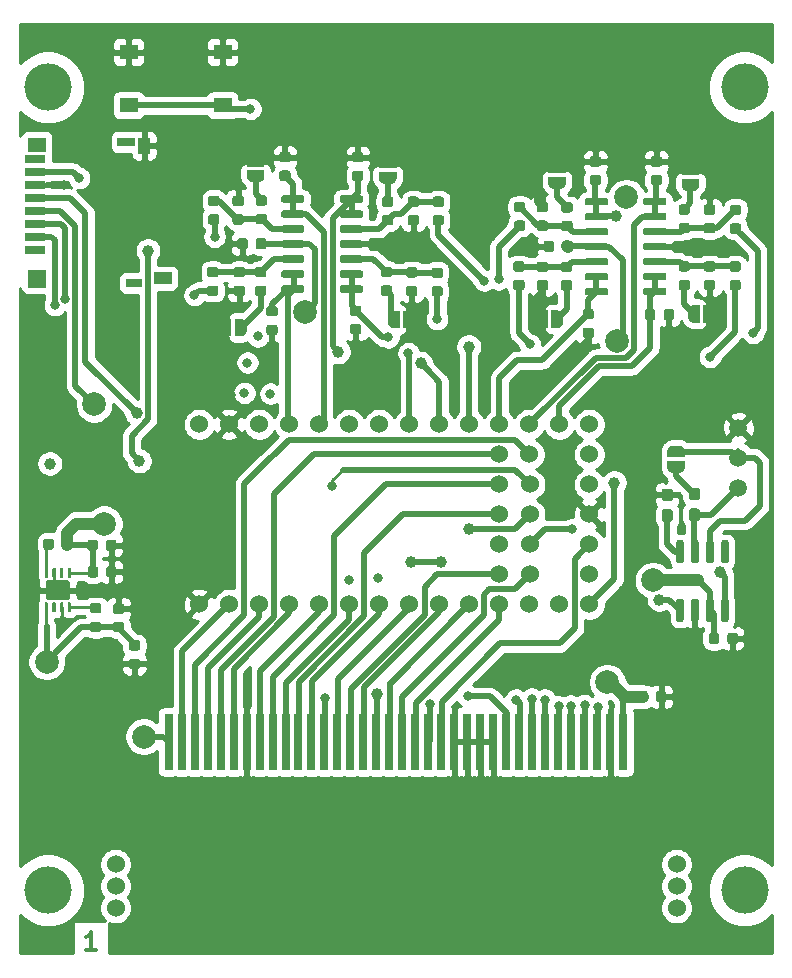
<source format=gtl>
G04 #@! TF.GenerationSoftware,KiCad,Pcbnew,(5.1.4)-1*
G04 #@! TF.CreationDate,2020-01-21T11:12:15+01:00*
G04 #@! TF.ProjectId,teensy4_header_breakout,7465656e-7379-4345-9f68-65616465725f,rev?*
G04 #@! TF.SameCoordinates,Original*
G04 #@! TF.FileFunction,Copper,L1,Top*
G04 #@! TF.FilePolarity,Positive*
%FSLAX46Y46*%
G04 Gerber Fmt 4.6, Leading zero omitted, Abs format (unit mm)*
G04 Created by KiCad (PCBNEW (5.1.4)-1) date 2020-01-21 11:12:15*
%MOMM*%
%LPD*%
G04 APERTURE LIST*
%ADD10C,0.300000*%
%ADD11R,1.550000X1.300000*%
%ADD12C,1.524000*%
%ADD13R,0.700000X4.800000*%
%ADD14C,0.100000*%
%ADD15C,0.600000*%
%ADD16C,0.300000*%
%ADD17C,1.700000*%
%ADD18R,1.550000X1.000000*%
%ADD19R,1.500000X1.500000*%
%ADD20R,1.750000X0.700000*%
%ADD21R,1.400000X0.800000*%
%ADD22R,1.000000X1.450000*%
%ADD23R,1.500000X0.800000*%
%ADD24R,1.500000X1.300000*%
%ADD25C,0.875000*%
%ADD26C,0.950000*%
%ADD27C,0.500000*%
%ADD28C,4.000000*%
%ADD29C,1.500000*%
%ADD30C,0.800000*%
%ADD31C,2.000000*%
%ADD32C,1.000000*%
%ADD33C,0.500000*%
%ADD34C,0.250000*%
%ADD35C,1.000000*%
%ADD36C,0.254000*%
G04 APERTURE END LIST*
D10*
X117678571Y-147678571D02*
X116821428Y-147678571D01*
X117250000Y-147678571D02*
X117250000Y-146178571D01*
X117107142Y-146392857D01*
X116964285Y-146535714D01*
X116821428Y-146607142D01*
D11*
X128371500Y-76161460D03*
X120421500Y-76161460D03*
X128371500Y-71661460D03*
X120421500Y-71661460D03*
D12*
X166809900Y-144121160D03*
X119309900Y-144121160D03*
X166809900Y-142271160D03*
X119309900Y-142271160D03*
X166809900Y-140421160D03*
X119309900Y-140421160D03*
D13*
X123801620Y-130068320D03*
X124901620Y-130068320D03*
X126001620Y-130068320D03*
X127101620Y-130068320D03*
X128201620Y-130068320D03*
X129301620Y-130068320D03*
X130401620Y-130068320D03*
X131501620Y-130068320D03*
X132601620Y-130068320D03*
X133701620Y-130068320D03*
X134801620Y-130068320D03*
X135901620Y-130068320D03*
X137001620Y-130068320D03*
X138101620Y-130068320D03*
X139201620Y-130068320D03*
X140301620Y-130068320D03*
X141401620Y-130068320D03*
X142501620Y-130068320D03*
X143601620Y-130068320D03*
X144701620Y-130068320D03*
X145801620Y-130068320D03*
X146901620Y-130068320D03*
X148001620Y-130068320D03*
X149101620Y-130068320D03*
X150201620Y-130068320D03*
X151301620Y-130068320D03*
X152401620Y-130068320D03*
X153501620Y-130068320D03*
X154601620Y-130068320D03*
X155701620Y-130068320D03*
X156801620Y-130068320D03*
X157901620Y-130068320D03*
X159001620Y-130068320D03*
X160101620Y-130068320D03*
X161201620Y-130068320D03*
X162301620Y-130068320D03*
D14*
G36*
X165809703Y-84028722D02*
G01*
X165824264Y-84030882D01*
X165838543Y-84034459D01*
X165852403Y-84039418D01*
X165865710Y-84045712D01*
X165878336Y-84053280D01*
X165890159Y-84062048D01*
X165901066Y-84071934D01*
X165910952Y-84082841D01*
X165919720Y-84094664D01*
X165927288Y-84107290D01*
X165933582Y-84120597D01*
X165938541Y-84134457D01*
X165942118Y-84148736D01*
X165944278Y-84163297D01*
X165945000Y-84178000D01*
X165945000Y-84478000D01*
X165944278Y-84492703D01*
X165942118Y-84507264D01*
X165938541Y-84521543D01*
X165933582Y-84535403D01*
X165927288Y-84548710D01*
X165919720Y-84561336D01*
X165910952Y-84573159D01*
X165901066Y-84584066D01*
X165890159Y-84593952D01*
X165878336Y-84602720D01*
X165865710Y-84610288D01*
X165852403Y-84616582D01*
X165838543Y-84621541D01*
X165824264Y-84625118D01*
X165809703Y-84627278D01*
X165795000Y-84628000D01*
X164145000Y-84628000D01*
X164130297Y-84627278D01*
X164115736Y-84625118D01*
X164101457Y-84621541D01*
X164087597Y-84616582D01*
X164074290Y-84610288D01*
X164061664Y-84602720D01*
X164049841Y-84593952D01*
X164038934Y-84584066D01*
X164029048Y-84573159D01*
X164020280Y-84561336D01*
X164012712Y-84548710D01*
X164006418Y-84535403D01*
X164001459Y-84521543D01*
X163997882Y-84507264D01*
X163995722Y-84492703D01*
X163995000Y-84478000D01*
X163995000Y-84178000D01*
X163995722Y-84163297D01*
X163997882Y-84148736D01*
X164001459Y-84134457D01*
X164006418Y-84120597D01*
X164012712Y-84107290D01*
X164020280Y-84094664D01*
X164029048Y-84082841D01*
X164038934Y-84071934D01*
X164049841Y-84062048D01*
X164061664Y-84053280D01*
X164074290Y-84045712D01*
X164087597Y-84039418D01*
X164101457Y-84034459D01*
X164115736Y-84030882D01*
X164130297Y-84028722D01*
X164145000Y-84028000D01*
X165795000Y-84028000D01*
X165809703Y-84028722D01*
X165809703Y-84028722D01*
G37*
D15*
X164970000Y-84328000D03*
D14*
G36*
X165809703Y-85298722D02*
G01*
X165824264Y-85300882D01*
X165838543Y-85304459D01*
X165852403Y-85309418D01*
X165865710Y-85315712D01*
X165878336Y-85323280D01*
X165890159Y-85332048D01*
X165901066Y-85341934D01*
X165910952Y-85352841D01*
X165919720Y-85364664D01*
X165927288Y-85377290D01*
X165933582Y-85390597D01*
X165938541Y-85404457D01*
X165942118Y-85418736D01*
X165944278Y-85433297D01*
X165945000Y-85448000D01*
X165945000Y-85748000D01*
X165944278Y-85762703D01*
X165942118Y-85777264D01*
X165938541Y-85791543D01*
X165933582Y-85805403D01*
X165927288Y-85818710D01*
X165919720Y-85831336D01*
X165910952Y-85843159D01*
X165901066Y-85854066D01*
X165890159Y-85863952D01*
X165878336Y-85872720D01*
X165865710Y-85880288D01*
X165852403Y-85886582D01*
X165838543Y-85891541D01*
X165824264Y-85895118D01*
X165809703Y-85897278D01*
X165795000Y-85898000D01*
X164145000Y-85898000D01*
X164130297Y-85897278D01*
X164115736Y-85895118D01*
X164101457Y-85891541D01*
X164087597Y-85886582D01*
X164074290Y-85880288D01*
X164061664Y-85872720D01*
X164049841Y-85863952D01*
X164038934Y-85854066D01*
X164029048Y-85843159D01*
X164020280Y-85831336D01*
X164012712Y-85818710D01*
X164006418Y-85805403D01*
X164001459Y-85791543D01*
X163997882Y-85777264D01*
X163995722Y-85762703D01*
X163995000Y-85748000D01*
X163995000Y-85448000D01*
X163995722Y-85433297D01*
X163997882Y-85418736D01*
X164001459Y-85404457D01*
X164006418Y-85390597D01*
X164012712Y-85377290D01*
X164020280Y-85364664D01*
X164029048Y-85352841D01*
X164038934Y-85341934D01*
X164049841Y-85332048D01*
X164061664Y-85323280D01*
X164074290Y-85315712D01*
X164087597Y-85309418D01*
X164101457Y-85304459D01*
X164115736Y-85300882D01*
X164130297Y-85298722D01*
X164145000Y-85298000D01*
X165795000Y-85298000D01*
X165809703Y-85298722D01*
X165809703Y-85298722D01*
G37*
D15*
X164970000Y-85598000D03*
D14*
G36*
X165809703Y-86568722D02*
G01*
X165824264Y-86570882D01*
X165838543Y-86574459D01*
X165852403Y-86579418D01*
X165865710Y-86585712D01*
X165878336Y-86593280D01*
X165890159Y-86602048D01*
X165901066Y-86611934D01*
X165910952Y-86622841D01*
X165919720Y-86634664D01*
X165927288Y-86647290D01*
X165933582Y-86660597D01*
X165938541Y-86674457D01*
X165942118Y-86688736D01*
X165944278Y-86703297D01*
X165945000Y-86718000D01*
X165945000Y-87018000D01*
X165944278Y-87032703D01*
X165942118Y-87047264D01*
X165938541Y-87061543D01*
X165933582Y-87075403D01*
X165927288Y-87088710D01*
X165919720Y-87101336D01*
X165910952Y-87113159D01*
X165901066Y-87124066D01*
X165890159Y-87133952D01*
X165878336Y-87142720D01*
X165865710Y-87150288D01*
X165852403Y-87156582D01*
X165838543Y-87161541D01*
X165824264Y-87165118D01*
X165809703Y-87167278D01*
X165795000Y-87168000D01*
X164145000Y-87168000D01*
X164130297Y-87167278D01*
X164115736Y-87165118D01*
X164101457Y-87161541D01*
X164087597Y-87156582D01*
X164074290Y-87150288D01*
X164061664Y-87142720D01*
X164049841Y-87133952D01*
X164038934Y-87124066D01*
X164029048Y-87113159D01*
X164020280Y-87101336D01*
X164012712Y-87088710D01*
X164006418Y-87075403D01*
X164001459Y-87061543D01*
X163997882Y-87047264D01*
X163995722Y-87032703D01*
X163995000Y-87018000D01*
X163995000Y-86718000D01*
X163995722Y-86703297D01*
X163997882Y-86688736D01*
X164001459Y-86674457D01*
X164006418Y-86660597D01*
X164012712Y-86647290D01*
X164020280Y-86634664D01*
X164029048Y-86622841D01*
X164038934Y-86611934D01*
X164049841Y-86602048D01*
X164061664Y-86593280D01*
X164074290Y-86585712D01*
X164087597Y-86579418D01*
X164101457Y-86574459D01*
X164115736Y-86570882D01*
X164130297Y-86568722D01*
X164145000Y-86568000D01*
X165795000Y-86568000D01*
X165809703Y-86568722D01*
X165809703Y-86568722D01*
G37*
D15*
X164970000Y-86868000D03*
D14*
G36*
X165809703Y-87838722D02*
G01*
X165824264Y-87840882D01*
X165838543Y-87844459D01*
X165852403Y-87849418D01*
X165865710Y-87855712D01*
X165878336Y-87863280D01*
X165890159Y-87872048D01*
X165901066Y-87881934D01*
X165910952Y-87892841D01*
X165919720Y-87904664D01*
X165927288Y-87917290D01*
X165933582Y-87930597D01*
X165938541Y-87944457D01*
X165942118Y-87958736D01*
X165944278Y-87973297D01*
X165945000Y-87988000D01*
X165945000Y-88288000D01*
X165944278Y-88302703D01*
X165942118Y-88317264D01*
X165938541Y-88331543D01*
X165933582Y-88345403D01*
X165927288Y-88358710D01*
X165919720Y-88371336D01*
X165910952Y-88383159D01*
X165901066Y-88394066D01*
X165890159Y-88403952D01*
X165878336Y-88412720D01*
X165865710Y-88420288D01*
X165852403Y-88426582D01*
X165838543Y-88431541D01*
X165824264Y-88435118D01*
X165809703Y-88437278D01*
X165795000Y-88438000D01*
X164145000Y-88438000D01*
X164130297Y-88437278D01*
X164115736Y-88435118D01*
X164101457Y-88431541D01*
X164087597Y-88426582D01*
X164074290Y-88420288D01*
X164061664Y-88412720D01*
X164049841Y-88403952D01*
X164038934Y-88394066D01*
X164029048Y-88383159D01*
X164020280Y-88371336D01*
X164012712Y-88358710D01*
X164006418Y-88345403D01*
X164001459Y-88331543D01*
X163997882Y-88317264D01*
X163995722Y-88302703D01*
X163995000Y-88288000D01*
X163995000Y-87988000D01*
X163995722Y-87973297D01*
X163997882Y-87958736D01*
X164001459Y-87944457D01*
X164006418Y-87930597D01*
X164012712Y-87917290D01*
X164020280Y-87904664D01*
X164029048Y-87892841D01*
X164038934Y-87881934D01*
X164049841Y-87872048D01*
X164061664Y-87863280D01*
X164074290Y-87855712D01*
X164087597Y-87849418D01*
X164101457Y-87844459D01*
X164115736Y-87840882D01*
X164130297Y-87838722D01*
X164145000Y-87838000D01*
X165795000Y-87838000D01*
X165809703Y-87838722D01*
X165809703Y-87838722D01*
G37*
D15*
X164970000Y-88138000D03*
D14*
G36*
X165809703Y-89108722D02*
G01*
X165824264Y-89110882D01*
X165838543Y-89114459D01*
X165852403Y-89119418D01*
X165865710Y-89125712D01*
X165878336Y-89133280D01*
X165890159Y-89142048D01*
X165901066Y-89151934D01*
X165910952Y-89162841D01*
X165919720Y-89174664D01*
X165927288Y-89187290D01*
X165933582Y-89200597D01*
X165938541Y-89214457D01*
X165942118Y-89228736D01*
X165944278Y-89243297D01*
X165945000Y-89258000D01*
X165945000Y-89558000D01*
X165944278Y-89572703D01*
X165942118Y-89587264D01*
X165938541Y-89601543D01*
X165933582Y-89615403D01*
X165927288Y-89628710D01*
X165919720Y-89641336D01*
X165910952Y-89653159D01*
X165901066Y-89664066D01*
X165890159Y-89673952D01*
X165878336Y-89682720D01*
X165865710Y-89690288D01*
X165852403Y-89696582D01*
X165838543Y-89701541D01*
X165824264Y-89705118D01*
X165809703Y-89707278D01*
X165795000Y-89708000D01*
X164145000Y-89708000D01*
X164130297Y-89707278D01*
X164115736Y-89705118D01*
X164101457Y-89701541D01*
X164087597Y-89696582D01*
X164074290Y-89690288D01*
X164061664Y-89682720D01*
X164049841Y-89673952D01*
X164038934Y-89664066D01*
X164029048Y-89653159D01*
X164020280Y-89641336D01*
X164012712Y-89628710D01*
X164006418Y-89615403D01*
X164001459Y-89601543D01*
X163997882Y-89587264D01*
X163995722Y-89572703D01*
X163995000Y-89558000D01*
X163995000Y-89258000D01*
X163995722Y-89243297D01*
X163997882Y-89228736D01*
X164001459Y-89214457D01*
X164006418Y-89200597D01*
X164012712Y-89187290D01*
X164020280Y-89174664D01*
X164029048Y-89162841D01*
X164038934Y-89151934D01*
X164049841Y-89142048D01*
X164061664Y-89133280D01*
X164074290Y-89125712D01*
X164087597Y-89119418D01*
X164101457Y-89114459D01*
X164115736Y-89110882D01*
X164130297Y-89108722D01*
X164145000Y-89108000D01*
X165795000Y-89108000D01*
X165809703Y-89108722D01*
X165809703Y-89108722D01*
G37*
D15*
X164970000Y-89408000D03*
D14*
G36*
X165809703Y-90378722D02*
G01*
X165824264Y-90380882D01*
X165838543Y-90384459D01*
X165852403Y-90389418D01*
X165865710Y-90395712D01*
X165878336Y-90403280D01*
X165890159Y-90412048D01*
X165901066Y-90421934D01*
X165910952Y-90432841D01*
X165919720Y-90444664D01*
X165927288Y-90457290D01*
X165933582Y-90470597D01*
X165938541Y-90484457D01*
X165942118Y-90498736D01*
X165944278Y-90513297D01*
X165945000Y-90528000D01*
X165945000Y-90828000D01*
X165944278Y-90842703D01*
X165942118Y-90857264D01*
X165938541Y-90871543D01*
X165933582Y-90885403D01*
X165927288Y-90898710D01*
X165919720Y-90911336D01*
X165910952Y-90923159D01*
X165901066Y-90934066D01*
X165890159Y-90943952D01*
X165878336Y-90952720D01*
X165865710Y-90960288D01*
X165852403Y-90966582D01*
X165838543Y-90971541D01*
X165824264Y-90975118D01*
X165809703Y-90977278D01*
X165795000Y-90978000D01*
X164145000Y-90978000D01*
X164130297Y-90977278D01*
X164115736Y-90975118D01*
X164101457Y-90971541D01*
X164087597Y-90966582D01*
X164074290Y-90960288D01*
X164061664Y-90952720D01*
X164049841Y-90943952D01*
X164038934Y-90934066D01*
X164029048Y-90923159D01*
X164020280Y-90911336D01*
X164012712Y-90898710D01*
X164006418Y-90885403D01*
X164001459Y-90871543D01*
X163997882Y-90857264D01*
X163995722Y-90842703D01*
X163995000Y-90828000D01*
X163995000Y-90528000D01*
X163995722Y-90513297D01*
X163997882Y-90498736D01*
X164001459Y-90484457D01*
X164006418Y-90470597D01*
X164012712Y-90457290D01*
X164020280Y-90444664D01*
X164029048Y-90432841D01*
X164038934Y-90421934D01*
X164049841Y-90412048D01*
X164061664Y-90403280D01*
X164074290Y-90395712D01*
X164087597Y-90389418D01*
X164101457Y-90384459D01*
X164115736Y-90380882D01*
X164130297Y-90378722D01*
X164145000Y-90378000D01*
X165795000Y-90378000D01*
X165809703Y-90378722D01*
X165809703Y-90378722D01*
G37*
D15*
X164970000Y-90678000D03*
D14*
G36*
X165809703Y-91648722D02*
G01*
X165824264Y-91650882D01*
X165838543Y-91654459D01*
X165852403Y-91659418D01*
X165865710Y-91665712D01*
X165878336Y-91673280D01*
X165890159Y-91682048D01*
X165901066Y-91691934D01*
X165910952Y-91702841D01*
X165919720Y-91714664D01*
X165927288Y-91727290D01*
X165933582Y-91740597D01*
X165938541Y-91754457D01*
X165942118Y-91768736D01*
X165944278Y-91783297D01*
X165945000Y-91798000D01*
X165945000Y-92098000D01*
X165944278Y-92112703D01*
X165942118Y-92127264D01*
X165938541Y-92141543D01*
X165933582Y-92155403D01*
X165927288Y-92168710D01*
X165919720Y-92181336D01*
X165910952Y-92193159D01*
X165901066Y-92204066D01*
X165890159Y-92213952D01*
X165878336Y-92222720D01*
X165865710Y-92230288D01*
X165852403Y-92236582D01*
X165838543Y-92241541D01*
X165824264Y-92245118D01*
X165809703Y-92247278D01*
X165795000Y-92248000D01*
X164145000Y-92248000D01*
X164130297Y-92247278D01*
X164115736Y-92245118D01*
X164101457Y-92241541D01*
X164087597Y-92236582D01*
X164074290Y-92230288D01*
X164061664Y-92222720D01*
X164049841Y-92213952D01*
X164038934Y-92204066D01*
X164029048Y-92193159D01*
X164020280Y-92181336D01*
X164012712Y-92168710D01*
X164006418Y-92155403D01*
X164001459Y-92141543D01*
X163997882Y-92127264D01*
X163995722Y-92112703D01*
X163995000Y-92098000D01*
X163995000Y-91798000D01*
X163995722Y-91783297D01*
X163997882Y-91768736D01*
X164001459Y-91754457D01*
X164006418Y-91740597D01*
X164012712Y-91727290D01*
X164020280Y-91714664D01*
X164029048Y-91702841D01*
X164038934Y-91691934D01*
X164049841Y-91682048D01*
X164061664Y-91673280D01*
X164074290Y-91665712D01*
X164087597Y-91659418D01*
X164101457Y-91654459D01*
X164115736Y-91650882D01*
X164130297Y-91648722D01*
X164145000Y-91648000D01*
X165795000Y-91648000D01*
X165809703Y-91648722D01*
X165809703Y-91648722D01*
G37*
D15*
X164970000Y-91948000D03*
D14*
G36*
X160859703Y-91648722D02*
G01*
X160874264Y-91650882D01*
X160888543Y-91654459D01*
X160902403Y-91659418D01*
X160915710Y-91665712D01*
X160928336Y-91673280D01*
X160940159Y-91682048D01*
X160951066Y-91691934D01*
X160960952Y-91702841D01*
X160969720Y-91714664D01*
X160977288Y-91727290D01*
X160983582Y-91740597D01*
X160988541Y-91754457D01*
X160992118Y-91768736D01*
X160994278Y-91783297D01*
X160995000Y-91798000D01*
X160995000Y-92098000D01*
X160994278Y-92112703D01*
X160992118Y-92127264D01*
X160988541Y-92141543D01*
X160983582Y-92155403D01*
X160977288Y-92168710D01*
X160969720Y-92181336D01*
X160960952Y-92193159D01*
X160951066Y-92204066D01*
X160940159Y-92213952D01*
X160928336Y-92222720D01*
X160915710Y-92230288D01*
X160902403Y-92236582D01*
X160888543Y-92241541D01*
X160874264Y-92245118D01*
X160859703Y-92247278D01*
X160845000Y-92248000D01*
X159195000Y-92248000D01*
X159180297Y-92247278D01*
X159165736Y-92245118D01*
X159151457Y-92241541D01*
X159137597Y-92236582D01*
X159124290Y-92230288D01*
X159111664Y-92222720D01*
X159099841Y-92213952D01*
X159088934Y-92204066D01*
X159079048Y-92193159D01*
X159070280Y-92181336D01*
X159062712Y-92168710D01*
X159056418Y-92155403D01*
X159051459Y-92141543D01*
X159047882Y-92127264D01*
X159045722Y-92112703D01*
X159045000Y-92098000D01*
X159045000Y-91798000D01*
X159045722Y-91783297D01*
X159047882Y-91768736D01*
X159051459Y-91754457D01*
X159056418Y-91740597D01*
X159062712Y-91727290D01*
X159070280Y-91714664D01*
X159079048Y-91702841D01*
X159088934Y-91691934D01*
X159099841Y-91682048D01*
X159111664Y-91673280D01*
X159124290Y-91665712D01*
X159137597Y-91659418D01*
X159151457Y-91654459D01*
X159165736Y-91650882D01*
X159180297Y-91648722D01*
X159195000Y-91648000D01*
X160845000Y-91648000D01*
X160859703Y-91648722D01*
X160859703Y-91648722D01*
G37*
D15*
X160020000Y-91948000D03*
D14*
G36*
X160859703Y-90378722D02*
G01*
X160874264Y-90380882D01*
X160888543Y-90384459D01*
X160902403Y-90389418D01*
X160915710Y-90395712D01*
X160928336Y-90403280D01*
X160940159Y-90412048D01*
X160951066Y-90421934D01*
X160960952Y-90432841D01*
X160969720Y-90444664D01*
X160977288Y-90457290D01*
X160983582Y-90470597D01*
X160988541Y-90484457D01*
X160992118Y-90498736D01*
X160994278Y-90513297D01*
X160995000Y-90528000D01*
X160995000Y-90828000D01*
X160994278Y-90842703D01*
X160992118Y-90857264D01*
X160988541Y-90871543D01*
X160983582Y-90885403D01*
X160977288Y-90898710D01*
X160969720Y-90911336D01*
X160960952Y-90923159D01*
X160951066Y-90934066D01*
X160940159Y-90943952D01*
X160928336Y-90952720D01*
X160915710Y-90960288D01*
X160902403Y-90966582D01*
X160888543Y-90971541D01*
X160874264Y-90975118D01*
X160859703Y-90977278D01*
X160845000Y-90978000D01*
X159195000Y-90978000D01*
X159180297Y-90977278D01*
X159165736Y-90975118D01*
X159151457Y-90971541D01*
X159137597Y-90966582D01*
X159124290Y-90960288D01*
X159111664Y-90952720D01*
X159099841Y-90943952D01*
X159088934Y-90934066D01*
X159079048Y-90923159D01*
X159070280Y-90911336D01*
X159062712Y-90898710D01*
X159056418Y-90885403D01*
X159051459Y-90871543D01*
X159047882Y-90857264D01*
X159045722Y-90842703D01*
X159045000Y-90828000D01*
X159045000Y-90528000D01*
X159045722Y-90513297D01*
X159047882Y-90498736D01*
X159051459Y-90484457D01*
X159056418Y-90470597D01*
X159062712Y-90457290D01*
X159070280Y-90444664D01*
X159079048Y-90432841D01*
X159088934Y-90421934D01*
X159099841Y-90412048D01*
X159111664Y-90403280D01*
X159124290Y-90395712D01*
X159137597Y-90389418D01*
X159151457Y-90384459D01*
X159165736Y-90380882D01*
X159180297Y-90378722D01*
X159195000Y-90378000D01*
X160845000Y-90378000D01*
X160859703Y-90378722D01*
X160859703Y-90378722D01*
G37*
D15*
X160020000Y-90678000D03*
D14*
G36*
X160859703Y-89108722D02*
G01*
X160874264Y-89110882D01*
X160888543Y-89114459D01*
X160902403Y-89119418D01*
X160915710Y-89125712D01*
X160928336Y-89133280D01*
X160940159Y-89142048D01*
X160951066Y-89151934D01*
X160960952Y-89162841D01*
X160969720Y-89174664D01*
X160977288Y-89187290D01*
X160983582Y-89200597D01*
X160988541Y-89214457D01*
X160992118Y-89228736D01*
X160994278Y-89243297D01*
X160995000Y-89258000D01*
X160995000Y-89558000D01*
X160994278Y-89572703D01*
X160992118Y-89587264D01*
X160988541Y-89601543D01*
X160983582Y-89615403D01*
X160977288Y-89628710D01*
X160969720Y-89641336D01*
X160960952Y-89653159D01*
X160951066Y-89664066D01*
X160940159Y-89673952D01*
X160928336Y-89682720D01*
X160915710Y-89690288D01*
X160902403Y-89696582D01*
X160888543Y-89701541D01*
X160874264Y-89705118D01*
X160859703Y-89707278D01*
X160845000Y-89708000D01*
X159195000Y-89708000D01*
X159180297Y-89707278D01*
X159165736Y-89705118D01*
X159151457Y-89701541D01*
X159137597Y-89696582D01*
X159124290Y-89690288D01*
X159111664Y-89682720D01*
X159099841Y-89673952D01*
X159088934Y-89664066D01*
X159079048Y-89653159D01*
X159070280Y-89641336D01*
X159062712Y-89628710D01*
X159056418Y-89615403D01*
X159051459Y-89601543D01*
X159047882Y-89587264D01*
X159045722Y-89572703D01*
X159045000Y-89558000D01*
X159045000Y-89258000D01*
X159045722Y-89243297D01*
X159047882Y-89228736D01*
X159051459Y-89214457D01*
X159056418Y-89200597D01*
X159062712Y-89187290D01*
X159070280Y-89174664D01*
X159079048Y-89162841D01*
X159088934Y-89151934D01*
X159099841Y-89142048D01*
X159111664Y-89133280D01*
X159124290Y-89125712D01*
X159137597Y-89119418D01*
X159151457Y-89114459D01*
X159165736Y-89110882D01*
X159180297Y-89108722D01*
X159195000Y-89108000D01*
X160845000Y-89108000D01*
X160859703Y-89108722D01*
X160859703Y-89108722D01*
G37*
D15*
X160020000Y-89408000D03*
D14*
G36*
X160859703Y-87838722D02*
G01*
X160874264Y-87840882D01*
X160888543Y-87844459D01*
X160902403Y-87849418D01*
X160915710Y-87855712D01*
X160928336Y-87863280D01*
X160940159Y-87872048D01*
X160951066Y-87881934D01*
X160960952Y-87892841D01*
X160969720Y-87904664D01*
X160977288Y-87917290D01*
X160983582Y-87930597D01*
X160988541Y-87944457D01*
X160992118Y-87958736D01*
X160994278Y-87973297D01*
X160995000Y-87988000D01*
X160995000Y-88288000D01*
X160994278Y-88302703D01*
X160992118Y-88317264D01*
X160988541Y-88331543D01*
X160983582Y-88345403D01*
X160977288Y-88358710D01*
X160969720Y-88371336D01*
X160960952Y-88383159D01*
X160951066Y-88394066D01*
X160940159Y-88403952D01*
X160928336Y-88412720D01*
X160915710Y-88420288D01*
X160902403Y-88426582D01*
X160888543Y-88431541D01*
X160874264Y-88435118D01*
X160859703Y-88437278D01*
X160845000Y-88438000D01*
X159195000Y-88438000D01*
X159180297Y-88437278D01*
X159165736Y-88435118D01*
X159151457Y-88431541D01*
X159137597Y-88426582D01*
X159124290Y-88420288D01*
X159111664Y-88412720D01*
X159099841Y-88403952D01*
X159088934Y-88394066D01*
X159079048Y-88383159D01*
X159070280Y-88371336D01*
X159062712Y-88358710D01*
X159056418Y-88345403D01*
X159051459Y-88331543D01*
X159047882Y-88317264D01*
X159045722Y-88302703D01*
X159045000Y-88288000D01*
X159045000Y-87988000D01*
X159045722Y-87973297D01*
X159047882Y-87958736D01*
X159051459Y-87944457D01*
X159056418Y-87930597D01*
X159062712Y-87917290D01*
X159070280Y-87904664D01*
X159079048Y-87892841D01*
X159088934Y-87881934D01*
X159099841Y-87872048D01*
X159111664Y-87863280D01*
X159124290Y-87855712D01*
X159137597Y-87849418D01*
X159151457Y-87844459D01*
X159165736Y-87840882D01*
X159180297Y-87838722D01*
X159195000Y-87838000D01*
X160845000Y-87838000D01*
X160859703Y-87838722D01*
X160859703Y-87838722D01*
G37*
D15*
X160020000Y-88138000D03*
D14*
G36*
X160859703Y-86568722D02*
G01*
X160874264Y-86570882D01*
X160888543Y-86574459D01*
X160902403Y-86579418D01*
X160915710Y-86585712D01*
X160928336Y-86593280D01*
X160940159Y-86602048D01*
X160951066Y-86611934D01*
X160960952Y-86622841D01*
X160969720Y-86634664D01*
X160977288Y-86647290D01*
X160983582Y-86660597D01*
X160988541Y-86674457D01*
X160992118Y-86688736D01*
X160994278Y-86703297D01*
X160995000Y-86718000D01*
X160995000Y-87018000D01*
X160994278Y-87032703D01*
X160992118Y-87047264D01*
X160988541Y-87061543D01*
X160983582Y-87075403D01*
X160977288Y-87088710D01*
X160969720Y-87101336D01*
X160960952Y-87113159D01*
X160951066Y-87124066D01*
X160940159Y-87133952D01*
X160928336Y-87142720D01*
X160915710Y-87150288D01*
X160902403Y-87156582D01*
X160888543Y-87161541D01*
X160874264Y-87165118D01*
X160859703Y-87167278D01*
X160845000Y-87168000D01*
X159195000Y-87168000D01*
X159180297Y-87167278D01*
X159165736Y-87165118D01*
X159151457Y-87161541D01*
X159137597Y-87156582D01*
X159124290Y-87150288D01*
X159111664Y-87142720D01*
X159099841Y-87133952D01*
X159088934Y-87124066D01*
X159079048Y-87113159D01*
X159070280Y-87101336D01*
X159062712Y-87088710D01*
X159056418Y-87075403D01*
X159051459Y-87061543D01*
X159047882Y-87047264D01*
X159045722Y-87032703D01*
X159045000Y-87018000D01*
X159045000Y-86718000D01*
X159045722Y-86703297D01*
X159047882Y-86688736D01*
X159051459Y-86674457D01*
X159056418Y-86660597D01*
X159062712Y-86647290D01*
X159070280Y-86634664D01*
X159079048Y-86622841D01*
X159088934Y-86611934D01*
X159099841Y-86602048D01*
X159111664Y-86593280D01*
X159124290Y-86585712D01*
X159137597Y-86579418D01*
X159151457Y-86574459D01*
X159165736Y-86570882D01*
X159180297Y-86568722D01*
X159195000Y-86568000D01*
X160845000Y-86568000D01*
X160859703Y-86568722D01*
X160859703Y-86568722D01*
G37*
D15*
X160020000Y-86868000D03*
D14*
G36*
X160859703Y-85298722D02*
G01*
X160874264Y-85300882D01*
X160888543Y-85304459D01*
X160902403Y-85309418D01*
X160915710Y-85315712D01*
X160928336Y-85323280D01*
X160940159Y-85332048D01*
X160951066Y-85341934D01*
X160960952Y-85352841D01*
X160969720Y-85364664D01*
X160977288Y-85377290D01*
X160983582Y-85390597D01*
X160988541Y-85404457D01*
X160992118Y-85418736D01*
X160994278Y-85433297D01*
X160995000Y-85448000D01*
X160995000Y-85748000D01*
X160994278Y-85762703D01*
X160992118Y-85777264D01*
X160988541Y-85791543D01*
X160983582Y-85805403D01*
X160977288Y-85818710D01*
X160969720Y-85831336D01*
X160960952Y-85843159D01*
X160951066Y-85854066D01*
X160940159Y-85863952D01*
X160928336Y-85872720D01*
X160915710Y-85880288D01*
X160902403Y-85886582D01*
X160888543Y-85891541D01*
X160874264Y-85895118D01*
X160859703Y-85897278D01*
X160845000Y-85898000D01*
X159195000Y-85898000D01*
X159180297Y-85897278D01*
X159165736Y-85895118D01*
X159151457Y-85891541D01*
X159137597Y-85886582D01*
X159124290Y-85880288D01*
X159111664Y-85872720D01*
X159099841Y-85863952D01*
X159088934Y-85854066D01*
X159079048Y-85843159D01*
X159070280Y-85831336D01*
X159062712Y-85818710D01*
X159056418Y-85805403D01*
X159051459Y-85791543D01*
X159047882Y-85777264D01*
X159045722Y-85762703D01*
X159045000Y-85748000D01*
X159045000Y-85448000D01*
X159045722Y-85433297D01*
X159047882Y-85418736D01*
X159051459Y-85404457D01*
X159056418Y-85390597D01*
X159062712Y-85377290D01*
X159070280Y-85364664D01*
X159079048Y-85352841D01*
X159088934Y-85341934D01*
X159099841Y-85332048D01*
X159111664Y-85323280D01*
X159124290Y-85315712D01*
X159137597Y-85309418D01*
X159151457Y-85304459D01*
X159165736Y-85300882D01*
X159180297Y-85298722D01*
X159195000Y-85298000D01*
X160845000Y-85298000D01*
X160859703Y-85298722D01*
X160859703Y-85298722D01*
G37*
D15*
X160020000Y-85598000D03*
D14*
G36*
X160859703Y-84028722D02*
G01*
X160874264Y-84030882D01*
X160888543Y-84034459D01*
X160902403Y-84039418D01*
X160915710Y-84045712D01*
X160928336Y-84053280D01*
X160940159Y-84062048D01*
X160951066Y-84071934D01*
X160960952Y-84082841D01*
X160969720Y-84094664D01*
X160977288Y-84107290D01*
X160983582Y-84120597D01*
X160988541Y-84134457D01*
X160992118Y-84148736D01*
X160994278Y-84163297D01*
X160995000Y-84178000D01*
X160995000Y-84478000D01*
X160994278Y-84492703D01*
X160992118Y-84507264D01*
X160988541Y-84521543D01*
X160983582Y-84535403D01*
X160977288Y-84548710D01*
X160969720Y-84561336D01*
X160960952Y-84573159D01*
X160951066Y-84584066D01*
X160940159Y-84593952D01*
X160928336Y-84602720D01*
X160915710Y-84610288D01*
X160902403Y-84616582D01*
X160888543Y-84621541D01*
X160874264Y-84625118D01*
X160859703Y-84627278D01*
X160845000Y-84628000D01*
X159195000Y-84628000D01*
X159180297Y-84627278D01*
X159165736Y-84625118D01*
X159151457Y-84621541D01*
X159137597Y-84616582D01*
X159124290Y-84610288D01*
X159111664Y-84602720D01*
X159099841Y-84593952D01*
X159088934Y-84584066D01*
X159079048Y-84573159D01*
X159070280Y-84561336D01*
X159062712Y-84548710D01*
X159056418Y-84535403D01*
X159051459Y-84521543D01*
X159047882Y-84507264D01*
X159045722Y-84492703D01*
X159045000Y-84478000D01*
X159045000Y-84178000D01*
X159045722Y-84163297D01*
X159047882Y-84148736D01*
X159051459Y-84134457D01*
X159056418Y-84120597D01*
X159062712Y-84107290D01*
X159070280Y-84094664D01*
X159079048Y-84082841D01*
X159088934Y-84071934D01*
X159099841Y-84062048D01*
X159111664Y-84053280D01*
X159124290Y-84045712D01*
X159137597Y-84039418D01*
X159151457Y-84034459D01*
X159165736Y-84030882D01*
X159180297Y-84028722D01*
X159195000Y-84028000D01*
X160845000Y-84028000D01*
X160859703Y-84028722D01*
X160859703Y-84028722D01*
G37*
D15*
X160020000Y-84328000D03*
D12*
X151795480Y-105722420D03*
X151795480Y-108262420D03*
X151795480Y-110802420D03*
X151795480Y-113342420D03*
X151795480Y-115882420D03*
X154335480Y-105722420D03*
X154395480Y-108262420D03*
X154395480Y-110802420D03*
X154395480Y-113342420D03*
X154395480Y-115882420D03*
X159415480Y-105722420D03*
X159415480Y-108262420D03*
X159415480Y-110802420D03*
X159415480Y-113342420D03*
X159415480Y-115882420D03*
X159415480Y-103182420D03*
X159415480Y-118422420D03*
X156875480Y-103182420D03*
X156875480Y-118422420D03*
X154335480Y-103182420D03*
X154335480Y-118422420D03*
X151795480Y-103182420D03*
X151795480Y-118422420D03*
X149255480Y-103182420D03*
X149255480Y-118422420D03*
X146715480Y-103182420D03*
X146715480Y-118422420D03*
X144175480Y-103182420D03*
X144175480Y-118422420D03*
X141635480Y-103182420D03*
X141635480Y-118422420D03*
X139095480Y-103182420D03*
X139095480Y-118422420D03*
X136555480Y-103182420D03*
X136555480Y-118422420D03*
X134015480Y-103182420D03*
X134015480Y-118422420D03*
X131475480Y-103182420D03*
X131475480Y-118422420D03*
X128935480Y-103182420D03*
X128935480Y-118422420D03*
X126395480Y-103182420D03*
X126395480Y-118422420D03*
D14*
G36*
X113536891Y-115363741D02*
G01*
X113544172Y-115364821D01*
X113551311Y-115366609D01*
X113558241Y-115369089D01*
X113564895Y-115372236D01*
X113571208Y-115376020D01*
X113577119Y-115380404D01*
X113582573Y-115385347D01*
X113587516Y-115390801D01*
X113591900Y-115396712D01*
X113595684Y-115403025D01*
X113598831Y-115409679D01*
X113601311Y-115416609D01*
X113603099Y-115423748D01*
X113604179Y-115431029D01*
X113604540Y-115438380D01*
X113604540Y-116088380D01*
X113604179Y-116095731D01*
X113603099Y-116103012D01*
X113601311Y-116110151D01*
X113598831Y-116117081D01*
X113595684Y-116123735D01*
X113591900Y-116130048D01*
X113587516Y-116135959D01*
X113582573Y-116141413D01*
X113577119Y-116146356D01*
X113571208Y-116150740D01*
X113564895Y-116154524D01*
X113558241Y-116157671D01*
X113551311Y-116160151D01*
X113544172Y-116161939D01*
X113536891Y-116163019D01*
X113529540Y-116163380D01*
X113379540Y-116163380D01*
X113372189Y-116163019D01*
X113364908Y-116161939D01*
X113357769Y-116160151D01*
X113350839Y-116157671D01*
X113344185Y-116154524D01*
X113337872Y-116150740D01*
X113331961Y-116146356D01*
X113326507Y-116141413D01*
X113321564Y-116135959D01*
X113317180Y-116130048D01*
X113313396Y-116123735D01*
X113310249Y-116117081D01*
X113307769Y-116110151D01*
X113305981Y-116103012D01*
X113304901Y-116095731D01*
X113304540Y-116088380D01*
X113304540Y-115438380D01*
X113304901Y-115431029D01*
X113305981Y-115423748D01*
X113307769Y-115416609D01*
X113310249Y-115409679D01*
X113313396Y-115403025D01*
X113317180Y-115396712D01*
X113321564Y-115390801D01*
X113326507Y-115385347D01*
X113331961Y-115380404D01*
X113337872Y-115376020D01*
X113344185Y-115372236D01*
X113350839Y-115369089D01*
X113357769Y-115366609D01*
X113364908Y-115364821D01*
X113372189Y-115363741D01*
X113379540Y-115363380D01*
X113529540Y-115363380D01*
X113536891Y-115363741D01*
X113536891Y-115363741D01*
G37*
D16*
X113454540Y-115763380D03*
D14*
G36*
X114186891Y-115363741D02*
G01*
X114194172Y-115364821D01*
X114201311Y-115366609D01*
X114208241Y-115369089D01*
X114214895Y-115372236D01*
X114221208Y-115376020D01*
X114227119Y-115380404D01*
X114232573Y-115385347D01*
X114237516Y-115390801D01*
X114241900Y-115396712D01*
X114245684Y-115403025D01*
X114248831Y-115409679D01*
X114251311Y-115416609D01*
X114253099Y-115423748D01*
X114254179Y-115431029D01*
X114254540Y-115438380D01*
X114254540Y-116088380D01*
X114254179Y-116095731D01*
X114253099Y-116103012D01*
X114251311Y-116110151D01*
X114248831Y-116117081D01*
X114245684Y-116123735D01*
X114241900Y-116130048D01*
X114237516Y-116135959D01*
X114232573Y-116141413D01*
X114227119Y-116146356D01*
X114221208Y-116150740D01*
X114214895Y-116154524D01*
X114208241Y-116157671D01*
X114201311Y-116160151D01*
X114194172Y-116161939D01*
X114186891Y-116163019D01*
X114179540Y-116163380D01*
X114029540Y-116163380D01*
X114022189Y-116163019D01*
X114014908Y-116161939D01*
X114007769Y-116160151D01*
X114000839Y-116157671D01*
X113994185Y-116154524D01*
X113987872Y-116150740D01*
X113981961Y-116146356D01*
X113976507Y-116141413D01*
X113971564Y-116135959D01*
X113967180Y-116130048D01*
X113963396Y-116123735D01*
X113960249Y-116117081D01*
X113957769Y-116110151D01*
X113955981Y-116103012D01*
X113954901Y-116095731D01*
X113954540Y-116088380D01*
X113954540Y-115438380D01*
X113954901Y-115431029D01*
X113955981Y-115423748D01*
X113957769Y-115416609D01*
X113960249Y-115409679D01*
X113963396Y-115403025D01*
X113967180Y-115396712D01*
X113971564Y-115390801D01*
X113976507Y-115385347D01*
X113981961Y-115380404D01*
X113987872Y-115376020D01*
X113994185Y-115372236D01*
X114000839Y-115369089D01*
X114007769Y-115366609D01*
X114014908Y-115364821D01*
X114022189Y-115363741D01*
X114029540Y-115363380D01*
X114179540Y-115363380D01*
X114186891Y-115363741D01*
X114186891Y-115363741D01*
G37*
D16*
X114104540Y-115763380D03*
D14*
G36*
X114836891Y-115363741D02*
G01*
X114844172Y-115364821D01*
X114851311Y-115366609D01*
X114858241Y-115369089D01*
X114864895Y-115372236D01*
X114871208Y-115376020D01*
X114877119Y-115380404D01*
X114882573Y-115385347D01*
X114887516Y-115390801D01*
X114891900Y-115396712D01*
X114895684Y-115403025D01*
X114898831Y-115409679D01*
X114901311Y-115416609D01*
X114903099Y-115423748D01*
X114904179Y-115431029D01*
X114904540Y-115438380D01*
X114904540Y-116088380D01*
X114904179Y-116095731D01*
X114903099Y-116103012D01*
X114901311Y-116110151D01*
X114898831Y-116117081D01*
X114895684Y-116123735D01*
X114891900Y-116130048D01*
X114887516Y-116135959D01*
X114882573Y-116141413D01*
X114877119Y-116146356D01*
X114871208Y-116150740D01*
X114864895Y-116154524D01*
X114858241Y-116157671D01*
X114851311Y-116160151D01*
X114844172Y-116161939D01*
X114836891Y-116163019D01*
X114829540Y-116163380D01*
X114679540Y-116163380D01*
X114672189Y-116163019D01*
X114664908Y-116161939D01*
X114657769Y-116160151D01*
X114650839Y-116157671D01*
X114644185Y-116154524D01*
X114637872Y-116150740D01*
X114631961Y-116146356D01*
X114626507Y-116141413D01*
X114621564Y-116135959D01*
X114617180Y-116130048D01*
X114613396Y-116123735D01*
X114610249Y-116117081D01*
X114607769Y-116110151D01*
X114605981Y-116103012D01*
X114604901Y-116095731D01*
X114604540Y-116088380D01*
X114604540Y-115438380D01*
X114604901Y-115431029D01*
X114605981Y-115423748D01*
X114607769Y-115416609D01*
X114610249Y-115409679D01*
X114613396Y-115403025D01*
X114617180Y-115396712D01*
X114621564Y-115390801D01*
X114626507Y-115385347D01*
X114631961Y-115380404D01*
X114637872Y-115376020D01*
X114644185Y-115372236D01*
X114650839Y-115369089D01*
X114657769Y-115366609D01*
X114664908Y-115364821D01*
X114672189Y-115363741D01*
X114679540Y-115363380D01*
X114829540Y-115363380D01*
X114836891Y-115363741D01*
X114836891Y-115363741D01*
G37*
D16*
X114754540Y-115763380D03*
D14*
G36*
X115486891Y-115363741D02*
G01*
X115494172Y-115364821D01*
X115501311Y-115366609D01*
X115508241Y-115369089D01*
X115514895Y-115372236D01*
X115521208Y-115376020D01*
X115527119Y-115380404D01*
X115532573Y-115385347D01*
X115537516Y-115390801D01*
X115541900Y-115396712D01*
X115545684Y-115403025D01*
X115548831Y-115409679D01*
X115551311Y-115416609D01*
X115553099Y-115423748D01*
X115554179Y-115431029D01*
X115554540Y-115438380D01*
X115554540Y-116088380D01*
X115554179Y-116095731D01*
X115553099Y-116103012D01*
X115551311Y-116110151D01*
X115548831Y-116117081D01*
X115545684Y-116123735D01*
X115541900Y-116130048D01*
X115537516Y-116135959D01*
X115532573Y-116141413D01*
X115527119Y-116146356D01*
X115521208Y-116150740D01*
X115514895Y-116154524D01*
X115508241Y-116157671D01*
X115501311Y-116160151D01*
X115494172Y-116161939D01*
X115486891Y-116163019D01*
X115479540Y-116163380D01*
X115329540Y-116163380D01*
X115322189Y-116163019D01*
X115314908Y-116161939D01*
X115307769Y-116160151D01*
X115300839Y-116157671D01*
X115294185Y-116154524D01*
X115287872Y-116150740D01*
X115281961Y-116146356D01*
X115276507Y-116141413D01*
X115271564Y-116135959D01*
X115267180Y-116130048D01*
X115263396Y-116123735D01*
X115260249Y-116117081D01*
X115257769Y-116110151D01*
X115255981Y-116103012D01*
X115254901Y-116095731D01*
X115254540Y-116088380D01*
X115254540Y-115438380D01*
X115254901Y-115431029D01*
X115255981Y-115423748D01*
X115257769Y-115416609D01*
X115260249Y-115409679D01*
X115263396Y-115403025D01*
X115267180Y-115396712D01*
X115271564Y-115390801D01*
X115276507Y-115385347D01*
X115281961Y-115380404D01*
X115287872Y-115376020D01*
X115294185Y-115372236D01*
X115300839Y-115369089D01*
X115307769Y-115366609D01*
X115314908Y-115364821D01*
X115322189Y-115363741D01*
X115329540Y-115363380D01*
X115479540Y-115363380D01*
X115486891Y-115363741D01*
X115486891Y-115363741D01*
G37*
D16*
X115404540Y-115763380D03*
D14*
G36*
X115486891Y-118263741D02*
G01*
X115494172Y-118264821D01*
X115501311Y-118266609D01*
X115508241Y-118269089D01*
X115514895Y-118272236D01*
X115521208Y-118276020D01*
X115527119Y-118280404D01*
X115532573Y-118285347D01*
X115537516Y-118290801D01*
X115541900Y-118296712D01*
X115545684Y-118303025D01*
X115548831Y-118309679D01*
X115551311Y-118316609D01*
X115553099Y-118323748D01*
X115554179Y-118331029D01*
X115554540Y-118338380D01*
X115554540Y-118988380D01*
X115554179Y-118995731D01*
X115553099Y-119003012D01*
X115551311Y-119010151D01*
X115548831Y-119017081D01*
X115545684Y-119023735D01*
X115541900Y-119030048D01*
X115537516Y-119035959D01*
X115532573Y-119041413D01*
X115527119Y-119046356D01*
X115521208Y-119050740D01*
X115514895Y-119054524D01*
X115508241Y-119057671D01*
X115501311Y-119060151D01*
X115494172Y-119061939D01*
X115486891Y-119063019D01*
X115479540Y-119063380D01*
X115329540Y-119063380D01*
X115322189Y-119063019D01*
X115314908Y-119061939D01*
X115307769Y-119060151D01*
X115300839Y-119057671D01*
X115294185Y-119054524D01*
X115287872Y-119050740D01*
X115281961Y-119046356D01*
X115276507Y-119041413D01*
X115271564Y-119035959D01*
X115267180Y-119030048D01*
X115263396Y-119023735D01*
X115260249Y-119017081D01*
X115257769Y-119010151D01*
X115255981Y-119003012D01*
X115254901Y-118995731D01*
X115254540Y-118988380D01*
X115254540Y-118338380D01*
X115254901Y-118331029D01*
X115255981Y-118323748D01*
X115257769Y-118316609D01*
X115260249Y-118309679D01*
X115263396Y-118303025D01*
X115267180Y-118296712D01*
X115271564Y-118290801D01*
X115276507Y-118285347D01*
X115281961Y-118280404D01*
X115287872Y-118276020D01*
X115294185Y-118272236D01*
X115300839Y-118269089D01*
X115307769Y-118266609D01*
X115314908Y-118264821D01*
X115322189Y-118263741D01*
X115329540Y-118263380D01*
X115479540Y-118263380D01*
X115486891Y-118263741D01*
X115486891Y-118263741D01*
G37*
D16*
X115404540Y-118663380D03*
D14*
G36*
X114836891Y-118263741D02*
G01*
X114844172Y-118264821D01*
X114851311Y-118266609D01*
X114858241Y-118269089D01*
X114864895Y-118272236D01*
X114871208Y-118276020D01*
X114877119Y-118280404D01*
X114882573Y-118285347D01*
X114887516Y-118290801D01*
X114891900Y-118296712D01*
X114895684Y-118303025D01*
X114898831Y-118309679D01*
X114901311Y-118316609D01*
X114903099Y-118323748D01*
X114904179Y-118331029D01*
X114904540Y-118338380D01*
X114904540Y-118988380D01*
X114904179Y-118995731D01*
X114903099Y-119003012D01*
X114901311Y-119010151D01*
X114898831Y-119017081D01*
X114895684Y-119023735D01*
X114891900Y-119030048D01*
X114887516Y-119035959D01*
X114882573Y-119041413D01*
X114877119Y-119046356D01*
X114871208Y-119050740D01*
X114864895Y-119054524D01*
X114858241Y-119057671D01*
X114851311Y-119060151D01*
X114844172Y-119061939D01*
X114836891Y-119063019D01*
X114829540Y-119063380D01*
X114679540Y-119063380D01*
X114672189Y-119063019D01*
X114664908Y-119061939D01*
X114657769Y-119060151D01*
X114650839Y-119057671D01*
X114644185Y-119054524D01*
X114637872Y-119050740D01*
X114631961Y-119046356D01*
X114626507Y-119041413D01*
X114621564Y-119035959D01*
X114617180Y-119030048D01*
X114613396Y-119023735D01*
X114610249Y-119017081D01*
X114607769Y-119010151D01*
X114605981Y-119003012D01*
X114604901Y-118995731D01*
X114604540Y-118988380D01*
X114604540Y-118338380D01*
X114604901Y-118331029D01*
X114605981Y-118323748D01*
X114607769Y-118316609D01*
X114610249Y-118309679D01*
X114613396Y-118303025D01*
X114617180Y-118296712D01*
X114621564Y-118290801D01*
X114626507Y-118285347D01*
X114631961Y-118280404D01*
X114637872Y-118276020D01*
X114644185Y-118272236D01*
X114650839Y-118269089D01*
X114657769Y-118266609D01*
X114664908Y-118264821D01*
X114672189Y-118263741D01*
X114679540Y-118263380D01*
X114829540Y-118263380D01*
X114836891Y-118263741D01*
X114836891Y-118263741D01*
G37*
D16*
X114754540Y-118663380D03*
D14*
G36*
X114186891Y-118263741D02*
G01*
X114194172Y-118264821D01*
X114201311Y-118266609D01*
X114208241Y-118269089D01*
X114214895Y-118272236D01*
X114221208Y-118276020D01*
X114227119Y-118280404D01*
X114232573Y-118285347D01*
X114237516Y-118290801D01*
X114241900Y-118296712D01*
X114245684Y-118303025D01*
X114248831Y-118309679D01*
X114251311Y-118316609D01*
X114253099Y-118323748D01*
X114254179Y-118331029D01*
X114254540Y-118338380D01*
X114254540Y-118988380D01*
X114254179Y-118995731D01*
X114253099Y-119003012D01*
X114251311Y-119010151D01*
X114248831Y-119017081D01*
X114245684Y-119023735D01*
X114241900Y-119030048D01*
X114237516Y-119035959D01*
X114232573Y-119041413D01*
X114227119Y-119046356D01*
X114221208Y-119050740D01*
X114214895Y-119054524D01*
X114208241Y-119057671D01*
X114201311Y-119060151D01*
X114194172Y-119061939D01*
X114186891Y-119063019D01*
X114179540Y-119063380D01*
X114029540Y-119063380D01*
X114022189Y-119063019D01*
X114014908Y-119061939D01*
X114007769Y-119060151D01*
X114000839Y-119057671D01*
X113994185Y-119054524D01*
X113987872Y-119050740D01*
X113981961Y-119046356D01*
X113976507Y-119041413D01*
X113971564Y-119035959D01*
X113967180Y-119030048D01*
X113963396Y-119023735D01*
X113960249Y-119017081D01*
X113957769Y-119010151D01*
X113955981Y-119003012D01*
X113954901Y-118995731D01*
X113954540Y-118988380D01*
X113954540Y-118338380D01*
X113954901Y-118331029D01*
X113955981Y-118323748D01*
X113957769Y-118316609D01*
X113960249Y-118309679D01*
X113963396Y-118303025D01*
X113967180Y-118296712D01*
X113971564Y-118290801D01*
X113976507Y-118285347D01*
X113981961Y-118280404D01*
X113987872Y-118276020D01*
X113994185Y-118272236D01*
X114000839Y-118269089D01*
X114007769Y-118266609D01*
X114014908Y-118264821D01*
X114022189Y-118263741D01*
X114029540Y-118263380D01*
X114179540Y-118263380D01*
X114186891Y-118263741D01*
X114186891Y-118263741D01*
G37*
D16*
X114104540Y-118663380D03*
D14*
G36*
X113536891Y-118263741D02*
G01*
X113544172Y-118264821D01*
X113551311Y-118266609D01*
X113558241Y-118269089D01*
X113564895Y-118272236D01*
X113571208Y-118276020D01*
X113577119Y-118280404D01*
X113582573Y-118285347D01*
X113587516Y-118290801D01*
X113591900Y-118296712D01*
X113595684Y-118303025D01*
X113598831Y-118309679D01*
X113601311Y-118316609D01*
X113603099Y-118323748D01*
X113604179Y-118331029D01*
X113604540Y-118338380D01*
X113604540Y-118988380D01*
X113604179Y-118995731D01*
X113603099Y-119003012D01*
X113601311Y-119010151D01*
X113598831Y-119017081D01*
X113595684Y-119023735D01*
X113591900Y-119030048D01*
X113587516Y-119035959D01*
X113582573Y-119041413D01*
X113577119Y-119046356D01*
X113571208Y-119050740D01*
X113564895Y-119054524D01*
X113558241Y-119057671D01*
X113551311Y-119060151D01*
X113544172Y-119061939D01*
X113536891Y-119063019D01*
X113529540Y-119063380D01*
X113379540Y-119063380D01*
X113372189Y-119063019D01*
X113364908Y-119061939D01*
X113357769Y-119060151D01*
X113350839Y-119057671D01*
X113344185Y-119054524D01*
X113337872Y-119050740D01*
X113331961Y-119046356D01*
X113326507Y-119041413D01*
X113321564Y-119035959D01*
X113317180Y-119030048D01*
X113313396Y-119023735D01*
X113310249Y-119017081D01*
X113307769Y-119010151D01*
X113305981Y-119003012D01*
X113304901Y-118995731D01*
X113304540Y-118988380D01*
X113304540Y-118338380D01*
X113304901Y-118331029D01*
X113305981Y-118323748D01*
X113307769Y-118316609D01*
X113310249Y-118309679D01*
X113313396Y-118303025D01*
X113317180Y-118296712D01*
X113321564Y-118290801D01*
X113326507Y-118285347D01*
X113331961Y-118280404D01*
X113337872Y-118276020D01*
X113344185Y-118272236D01*
X113350839Y-118269089D01*
X113357769Y-118266609D01*
X113364908Y-118264821D01*
X113372189Y-118263741D01*
X113379540Y-118263380D01*
X113529540Y-118263380D01*
X113536891Y-118263741D01*
X113536891Y-118263741D01*
G37*
D16*
X113454540Y-118663380D03*
D14*
G36*
X115229044Y-116364584D02*
G01*
X115253313Y-116368184D01*
X115277111Y-116374145D01*
X115300211Y-116382410D01*
X115322389Y-116392900D01*
X115343433Y-116405513D01*
X115363138Y-116420127D01*
X115381317Y-116436603D01*
X115397793Y-116454782D01*
X115412407Y-116474487D01*
X115425020Y-116495531D01*
X115435510Y-116517709D01*
X115443775Y-116540809D01*
X115449736Y-116564607D01*
X115453336Y-116588876D01*
X115454540Y-116613380D01*
X115454540Y-117813380D01*
X115453336Y-117837884D01*
X115449736Y-117862153D01*
X115443775Y-117885951D01*
X115435510Y-117909051D01*
X115425020Y-117931229D01*
X115412407Y-117952273D01*
X115397793Y-117971978D01*
X115381317Y-117990157D01*
X115363138Y-118006633D01*
X115343433Y-118021247D01*
X115322389Y-118033860D01*
X115300211Y-118044350D01*
X115277111Y-118052615D01*
X115253313Y-118058576D01*
X115229044Y-118062176D01*
X115204540Y-118063380D01*
X113654540Y-118063380D01*
X113630036Y-118062176D01*
X113605767Y-118058576D01*
X113581969Y-118052615D01*
X113558869Y-118044350D01*
X113536691Y-118033860D01*
X113515647Y-118021247D01*
X113495942Y-118006633D01*
X113477763Y-117990157D01*
X113461287Y-117971978D01*
X113446673Y-117952273D01*
X113434060Y-117931229D01*
X113423570Y-117909051D01*
X113415305Y-117885951D01*
X113409344Y-117862153D01*
X113405744Y-117837884D01*
X113404540Y-117813380D01*
X113404540Y-116613380D01*
X113405744Y-116588876D01*
X113409344Y-116564607D01*
X113415305Y-116540809D01*
X113423570Y-116517709D01*
X113434060Y-116495531D01*
X113446673Y-116474487D01*
X113461287Y-116454782D01*
X113477763Y-116436603D01*
X113495942Y-116420127D01*
X113515647Y-116405513D01*
X113536691Y-116392900D01*
X113558869Y-116382410D01*
X113581969Y-116374145D01*
X113605767Y-116368184D01*
X113630036Y-116364584D01*
X113654540Y-116363380D01*
X115204540Y-116363380D01*
X115229044Y-116364584D01*
X115229044Y-116364584D01*
G37*
D17*
X114429540Y-117213380D03*
D18*
X123311220Y-90811400D03*
D19*
X112636220Y-90861400D03*
D20*
X112511220Y-88411400D03*
X112511220Y-87311400D03*
X112511220Y-86211400D03*
X112511220Y-85111400D03*
X112511220Y-84011400D03*
X112511220Y-82911400D03*
X112511220Y-81811400D03*
D21*
X120886220Y-91211400D03*
D22*
X121736220Y-79586400D03*
D23*
X120236220Y-79261400D03*
D24*
X112636220Y-79511400D03*
D20*
X112511220Y-80711400D03*
D14*
G36*
X117902551Y-118313633D02*
G01*
X117923786Y-118316783D01*
X117944610Y-118321999D01*
X117964822Y-118329231D01*
X117984228Y-118338410D01*
X118002641Y-118349446D01*
X118019884Y-118362234D01*
X118035790Y-118376650D01*
X118050206Y-118392556D01*
X118062994Y-118409799D01*
X118074030Y-118428212D01*
X118083209Y-118447618D01*
X118090441Y-118467830D01*
X118095657Y-118488654D01*
X118098807Y-118509889D01*
X118099860Y-118531330D01*
X118099860Y-118968830D01*
X118098807Y-118990271D01*
X118095657Y-119011506D01*
X118090441Y-119032330D01*
X118083209Y-119052542D01*
X118074030Y-119071948D01*
X118062994Y-119090361D01*
X118050206Y-119107604D01*
X118035790Y-119123510D01*
X118019884Y-119137926D01*
X118002641Y-119150714D01*
X117984228Y-119161750D01*
X117964822Y-119170929D01*
X117944610Y-119178161D01*
X117923786Y-119183377D01*
X117902551Y-119186527D01*
X117881110Y-119187580D01*
X117368610Y-119187580D01*
X117347169Y-119186527D01*
X117325934Y-119183377D01*
X117305110Y-119178161D01*
X117284898Y-119170929D01*
X117265492Y-119161750D01*
X117247079Y-119150714D01*
X117229836Y-119137926D01*
X117213930Y-119123510D01*
X117199514Y-119107604D01*
X117186726Y-119090361D01*
X117175690Y-119071948D01*
X117166511Y-119052542D01*
X117159279Y-119032330D01*
X117154063Y-119011506D01*
X117150913Y-118990271D01*
X117149860Y-118968830D01*
X117149860Y-118531330D01*
X117150913Y-118509889D01*
X117154063Y-118488654D01*
X117159279Y-118467830D01*
X117166511Y-118447618D01*
X117175690Y-118428212D01*
X117186726Y-118409799D01*
X117199514Y-118392556D01*
X117213930Y-118376650D01*
X117229836Y-118362234D01*
X117247079Y-118349446D01*
X117265492Y-118338410D01*
X117284898Y-118329231D01*
X117305110Y-118321999D01*
X117325934Y-118316783D01*
X117347169Y-118313633D01*
X117368610Y-118312580D01*
X117881110Y-118312580D01*
X117902551Y-118313633D01*
X117902551Y-118313633D01*
G37*
D25*
X117624860Y-118750080D03*
D14*
G36*
X117902551Y-119888633D02*
G01*
X117923786Y-119891783D01*
X117944610Y-119896999D01*
X117964822Y-119904231D01*
X117984228Y-119913410D01*
X118002641Y-119924446D01*
X118019884Y-119937234D01*
X118035790Y-119951650D01*
X118050206Y-119967556D01*
X118062994Y-119984799D01*
X118074030Y-120003212D01*
X118083209Y-120022618D01*
X118090441Y-120042830D01*
X118095657Y-120063654D01*
X118098807Y-120084889D01*
X118099860Y-120106330D01*
X118099860Y-120543830D01*
X118098807Y-120565271D01*
X118095657Y-120586506D01*
X118090441Y-120607330D01*
X118083209Y-120627542D01*
X118074030Y-120646948D01*
X118062994Y-120665361D01*
X118050206Y-120682604D01*
X118035790Y-120698510D01*
X118019884Y-120712926D01*
X118002641Y-120725714D01*
X117984228Y-120736750D01*
X117964822Y-120745929D01*
X117944610Y-120753161D01*
X117923786Y-120758377D01*
X117902551Y-120761527D01*
X117881110Y-120762580D01*
X117368610Y-120762580D01*
X117347169Y-120761527D01*
X117325934Y-120758377D01*
X117305110Y-120753161D01*
X117284898Y-120745929D01*
X117265492Y-120736750D01*
X117247079Y-120725714D01*
X117229836Y-120712926D01*
X117213930Y-120698510D01*
X117199514Y-120682604D01*
X117186726Y-120665361D01*
X117175690Y-120646948D01*
X117166511Y-120627542D01*
X117159279Y-120607330D01*
X117154063Y-120586506D01*
X117150913Y-120565271D01*
X117149860Y-120543830D01*
X117149860Y-120106330D01*
X117150913Y-120084889D01*
X117154063Y-120063654D01*
X117159279Y-120042830D01*
X117166511Y-120022618D01*
X117175690Y-120003212D01*
X117186726Y-119984799D01*
X117199514Y-119967556D01*
X117213930Y-119951650D01*
X117229836Y-119937234D01*
X117247079Y-119924446D01*
X117265492Y-119913410D01*
X117284898Y-119904231D01*
X117305110Y-119896999D01*
X117325934Y-119891783D01*
X117347169Y-119888633D01*
X117368610Y-119887580D01*
X117881110Y-119887580D01*
X117902551Y-119888633D01*
X117902551Y-119888633D01*
G37*
D25*
X117624860Y-120325080D03*
D14*
G36*
X168581499Y-108556504D02*
G01*
X168604554Y-108559923D01*
X168627163Y-108565587D01*
X168649107Y-108573439D01*
X168670177Y-108583404D01*
X168690168Y-108595386D01*
X168708888Y-108609270D01*
X168726158Y-108624922D01*
X168741810Y-108642192D01*
X168755694Y-108660912D01*
X168767676Y-108680903D01*
X168777641Y-108701973D01*
X168785493Y-108723917D01*
X168791157Y-108746526D01*
X168794576Y-108769581D01*
X168795720Y-108792860D01*
X168795720Y-109367860D01*
X168794576Y-109391139D01*
X168791157Y-109414194D01*
X168785493Y-109436803D01*
X168777641Y-109458747D01*
X168767676Y-109479817D01*
X168755694Y-109499808D01*
X168741810Y-109518528D01*
X168726158Y-109535798D01*
X168708888Y-109551450D01*
X168690168Y-109565334D01*
X168670177Y-109577316D01*
X168649107Y-109587281D01*
X168627163Y-109595133D01*
X168604554Y-109600797D01*
X168581499Y-109604216D01*
X168558220Y-109605360D01*
X168083220Y-109605360D01*
X168059941Y-109604216D01*
X168036886Y-109600797D01*
X168014277Y-109595133D01*
X167992333Y-109587281D01*
X167971263Y-109577316D01*
X167951272Y-109565334D01*
X167932552Y-109551450D01*
X167915282Y-109535798D01*
X167899630Y-109518528D01*
X167885746Y-109499808D01*
X167873764Y-109479817D01*
X167863799Y-109458747D01*
X167855947Y-109436803D01*
X167850283Y-109414194D01*
X167846864Y-109391139D01*
X167845720Y-109367860D01*
X167845720Y-108792860D01*
X167846864Y-108769581D01*
X167850283Y-108746526D01*
X167855947Y-108723917D01*
X167863799Y-108701973D01*
X167873764Y-108680903D01*
X167885746Y-108660912D01*
X167899630Y-108642192D01*
X167915282Y-108624922D01*
X167932552Y-108609270D01*
X167951272Y-108595386D01*
X167971263Y-108583404D01*
X167992333Y-108573439D01*
X168014277Y-108565587D01*
X168036886Y-108559923D01*
X168059941Y-108556504D01*
X168083220Y-108555360D01*
X168558220Y-108555360D01*
X168581499Y-108556504D01*
X168581499Y-108556504D01*
G37*
D26*
X168320720Y-109080360D03*
D14*
G36*
X168581499Y-110306504D02*
G01*
X168604554Y-110309923D01*
X168627163Y-110315587D01*
X168649107Y-110323439D01*
X168670177Y-110333404D01*
X168690168Y-110345386D01*
X168708888Y-110359270D01*
X168726158Y-110374922D01*
X168741810Y-110392192D01*
X168755694Y-110410912D01*
X168767676Y-110430903D01*
X168777641Y-110451973D01*
X168785493Y-110473917D01*
X168791157Y-110496526D01*
X168794576Y-110519581D01*
X168795720Y-110542860D01*
X168795720Y-111117860D01*
X168794576Y-111141139D01*
X168791157Y-111164194D01*
X168785493Y-111186803D01*
X168777641Y-111208747D01*
X168767676Y-111229817D01*
X168755694Y-111249808D01*
X168741810Y-111268528D01*
X168726158Y-111285798D01*
X168708888Y-111301450D01*
X168690168Y-111315334D01*
X168670177Y-111327316D01*
X168649107Y-111337281D01*
X168627163Y-111345133D01*
X168604554Y-111350797D01*
X168581499Y-111354216D01*
X168558220Y-111355360D01*
X168083220Y-111355360D01*
X168059941Y-111354216D01*
X168036886Y-111350797D01*
X168014277Y-111345133D01*
X167992333Y-111337281D01*
X167971263Y-111327316D01*
X167951272Y-111315334D01*
X167932552Y-111301450D01*
X167915282Y-111285798D01*
X167899630Y-111268528D01*
X167885746Y-111249808D01*
X167873764Y-111229817D01*
X167863799Y-111208747D01*
X167855947Y-111186803D01*
X167850283Y-111164194D01*
X167846864Y-111141139D01*
X167845720Y-111117860D01*
X167845720Y-110542860D01*
X167846864Y-110519581D01*
X167850283Y-110496526D01*
X167855947Y-110473917D01*
X167863799Y-110451973D01*
X167873764Y-110430903D01*
X167885746Y-110410912D01*
X167899630Y-110392192D01*
X167915282Y-110374922D01*
X167932552Y-110359270D01*
X167951272Y-110345386D01*
X167971263Y-110333404D01*
X167992333Y-110323439D01*
X168014277Y-110315587D01*
X168036886Y-110309923D01*
X168059941Y-110306504D01*
X168083220Y-110305360D01*
X168558220Y-110305360D01*
X168581499Y-110306504D01*
X168581499Y-110306504D01*
G37*
D26*
X168320720Y-110830360D03*
D14*
G36*
X166275179Y-110372544D02*
G01*
X166298234Y-110375963D01*
X166320843Y-110381627D01*
X166342787Y-110389479D01*
X166363857Y-110399444D01*
X166383848Y-110411426D01*
X166402568Y-110425310D01*
X166419838Y-110440962D01*
X166435490Y-110458232D01*
X166449374Y-110476952D01*
X166461356Y-110496943D01*
X166471321Y-110518013D01*
X166479173Y-110539957D01*
X166484837Y-110562566D01*
X166488256Y-110585621D01*
X166489400Y-110608900D01*
X166489400Y-111183900D01*
X166488256Y-111207179D01*
X166484837Y-111230234D01*
X166479173Y-111252843D01*
X166471321Y-111274787D01*
X166461356Y-111295857D01*
X166449374Y-111315848D01*
X166435490Y-111334568D01*
X166419838Y-111351838D01*
X166402568Y-111367490D01*
X166383848Y-111381374D01*
X166363857Y-111393356D01*
X166342787Y-111403321D01*
X166320843Y-111411173D01*
X166298234Y-111416837D01*
X166275179Y-111420256D01*
X166251900Y-111421400D01*
X165776900Y-111421400D01*
X165753621Y-111420256D01*
X165730566Y-111416837D01*
X165707957Y-111411173D01*
X165686013Y-111403321D01*
X165664943Y-111393356D01*
X165644952Y-111381374D01*
X165626232Y-111367490D01*
X165608962Y-111351838D01*
X165593310Y-111334568D01*
X165579426Y-111315848D01*
X165567444Y-111295857D01*
X165557479Y-111274787D01*
X165549627Y-111252843D01*
X165543963Y-111230234D01*
X165540544Y-111207179D01*
X165539400Y-111183900D01*
X165539400Y-110608900D01*
X165540544Y-110585621D01*
X165543963Y-110562566D01*
X165549627Y-110539957D01*
X165557479Y-110518013D01*
X165567444Y-110496943D01*
X165579426Y-110476952D01*
X165593310Y-110458232D01*
X165608962Y-110440962D01*
X165626232Y-110425310D01*
X165644952Y-110411426D01*
X165664943Y-110399444D01*
X165686013Y-110389479D01*
X165707957Y-110381627D01*
X165730566Y-110375963D01*
X165753621Y-110372544D01*
X165776900Y-110371400D01*
X166251900Y-110371400D01*
X166275179Y-110372544D01*
X166275179Y-110372544D01*
G37*
D26*
X166014400Y-110896400D03*
D14*
G36*
X166275179Y-108622544D02*
G01*
X166298234Y-108625963D01*
X166320843Y-108631627D01*
X166342787Y-108639479D01*
X166363857Y-108649444D01*
X166383848Y-108661426D01*
X166402568Y-108675310D01*
X166419838Y-108690962D01*
X166435490Y-108708232D01*
X166449374Y-108726952D01*
X166461356Y-108746943D01*
X166471321Y-108768013D01*
X166479173Y-108789957D01*
X166484837Y-108812566D01*
X166488256Y-108835621D01*
X166489400Y-108858900D01*
X166489400Y-109433900D01*
X166488256Y-109457179D01*
X166484837Y-109480234D01*
X166479173Y-109502843D01*
X166471321Y-109524787D01*
X166461356Y-109545857D01*
X166449374Y-109565848D01*
X166435490Y-109584568D01*
X166419838Y-109601838D01*
X166402568Y-109617490D01*
X166383848Y-109631374D01*
X166363857Y-109643356D01*
X166342787Y-109653321D01*
X166320843Y-109661173D01*
X166298234Y-109666837D01*
X166275179Y-109670256D01*
X166251900Y-109671400D01*
X165776900Y-109671400D01*
X165753621Y-109670256D01*
X165730566Y-109666837D01*
X165707957Y-109661173D01*
X165686013Y-109653321D01*
X165664943Y-109643356D01*
X165644952Y-109631374D01*
X165626232Y-109617490D01*
X165608962Y-109601838D01*
X165593310Y-109584568D01*
X165579426Y-109565848D01*
X165567444Y-109545857D01*
X165557479Y-109524787D01*
X165549627Y-109502843D01*
X165543963Y-109480234D01*
X165540544Y-109457179D01*
X165539400Y-109433900D01*
X165539400Y-108858900D01*
X165540544Y-108835621D01*
X165543963Y-108812566D01*
X165549627Y-108789957D01*
X165557479Y-108768013D01*
X165567444Y-108746943D01*
X165579426Y-108726952D01*
X165593310Y-108708232D01*
X165608962Y-108690962D01*
X165626232Y-108675310D01*
X165644952Y-108661426D01*
X165664943Y-108649444D01*
X165686013Y-108639479D01*
X165707957Y-108631627D01*
X165730566Y-108625963D01*
X165753621Y-108622544D01*
X165776900Y-108621400D01*
X166251900Y-108621400D01*
X166275179Y-108622544D01*
X166275179Y-108622544D01*
G37*
D26*
X166014400Y-109146400D03*
D14*
G36*
X169878571Y-84566993D02*
G01*
X169899806Y-84570143D01*
X169920630Y-84575359D01*
X169940842Y-84582591D01*
X169960248Y-84591770D01*
X169978661Y-84602806D01*
X169995904Y-84615594D01*
X170011810Y-84630010D01*
X170026226Y-84645916D01*
X170039014Y-84663159D01*
X170050050Y-84681572D01*
X170059229Y-84700978D01*
X170066461Y-84721190D01*
X170071677Y-84742014D01*
X170074827Y-84763249D01*
X170075880Y-84784690D01*
X170075880Y-85222190D01*
X170074827Y-85243631D01*
X170071677Y-85264866D01*
X170066461Y-85285690D01*
X170059229Y-85305902D01*
X170050050Y-85325308D01*
X170039014Y-85343721D01*
X170026226Y-85360964D01*
X170011810Y-85376870D01*
X169995904Y-85391286D01*
X169978661Y-85404074D01*
X169960248Y-85415110D01*
X169940842Y-85424289D01*
X169920630Y-85431521D01*
X169899806Y-85436737D01*
X169878571Y-85439887D01*
X169857130Y-85440940D01*
X169344630Y-85440940D01*
X169323189Y-85439887D01*
X169301954Y-85436737D01*
X169281130Y-85431521D01*
X169260918Y-85424289D01*
X169241512Y-85415110D01*
X169223099Y-85404074D01*
X169205856Y-85391286D01*
X169189950Y-85376870D01*
X169175534Y-85360964D01*
X169162746Y-85343721D01*
X169151710Y-85325308D01*
X169142531Y-85305902D01*
X169135299Y-85285690D01*
X169130083Y-85264866D01*
X169126933Y-85243631D01*
X169125880Y-85222190D01*
X169125880Y-84784690D01*
X169126933Y-84763249D01*
X169130083Y-84742014D01*
X169135299Y-84721190D01*
X169142531Y-84700978D01*
X169151710Y-84681572D01*
X169162746Y-84663159D01*
X169175534Y-84645916D01*
X169189950Y-84630010D01*
X169205856Y-84615594D01*
X169223099Y-84602806D01*
X169241512Y-84591770D01*
X169260918Y-84582591D01*
X169281130Y-84575359D01*
X169301954Y-84570143D01*
X169323189Y-84566993D01*
X169344630Y-84565940D01*
X169857130Y-84565940D01*
X169878571Y-84566993D01*
X169878571Y-84566993D01*
G37*
D25*
X169600880Y-85003440D03*
D14*
G36*
X169878571Y-86141993D02*
G01*
X169899806Y-86145143D01*
X169920630Y-86150359D01*
X169940842Y-86157591D01*
X169960248Y-86166770D01*
X169978661Y-86177806D01*
X169995904Y-86190594D01*
X170011810Y-86205010D01*
X170026226Y-86220916D01*
X170039014Y-86238159D01*
X170050050Y-86256572D01*
X170059229Y-86275978D01*
X170066461Y-86296190D01*
X170071677Y-86317014D01*
X170074827Y-86338249D01*
X170075880Y-86359690D01*
X170075880Y-86797190D01*
X170074827Y-86818631D01*
X170071677Y-86839866D01*
X170066461Y-86860690D01*
X170059229Y-86880902D01*
X170050050Y-86900308D01*
X170039014Y-86918721D01*
X170026226Y-86935964D01*
X170011810Y-86951870D01*
X169995904Y-86966286D01*
X169978661Y-86979074D01*
X169960248Y-86990110D01*
X169940842Y-86999289D01*
X169920630Y-87006521D01*
X169899806Y-87011737D01*
X169878571Y-87014887D01*
X169857130Y-87015940D01*
X169344630Y-87015940D01*
X169323189Y-87014887D01*
X169301954Y-87011737D01*
X169281130Y-87006521D01*
X169260918Y-86999289D01*
X169241512Y-86990110D01*
X169223099Y-86979074D01*
X169205856Y-86966286D01*
X169189950Y-86951870D01*
X169175534Y-86935964D01*
X169162746Y-86918721D01*
X169151710Y-86900308D01*
X169142531Y-86880902D01*
X169135299Y-86860690D01*
X169130083Y-86839866D01*
X169126933Y-86818631D01*
X169125880Y-86797190D01*
X169125880Y-86359690D01*
X169126933Y-86338249D01*
X169130083Y-86317014D01*
X169135299Y-86296190D01*
X169142531Y-86275978D01*
X169151710Y-86256572D01*
X169162746Y-86238159D01*
X169175534Y-86220916D01*
X169189950Y-86205010D01*
X169205856Y-86190594D01*
X169223099Y-86177806D01*
X169241512Y-86166770D01*
X169260918Y-86157591D01*
X169281130Y-86150359D01*
X169301954Y-86145143D01*
X169323189Y-86141993D01*
X169344630Y-86140940D01*
X169857130Y-86140940D01*
X169878571Y-86141993D01*
X169878571Y-86141993D01*
G37*
D25*
X169600880Y-86578440D03*
D14*
G36*
X172075671Y-84590053D02*
G01*
X172096906Y-84593203D01*
X172117730Y-84598419D01*
X172137942Y-84605651D01*
X172157348Y-84614830D01*
X172175761Y-84625866D01*
X172193004Y-84638654D01*
X172208910Y-84653070D01*
X172223326Y-84668976D01*
X172236114Y-84686219D01*
X172247150Y-84704632D01*
X172256329Y-84724038D01*
X172263561Y-84744250D01*
X172268777Y-84765074D01*
X172271927Y-84786309D01*
X172272980Y-84807750D01*
X172272980Y-85245250D01*
X172271927Y-85266691D01*
X172268777Y-85287926D01*
X172263561Y-85308750D01*
X172256329Y-85328962D01*
X172247150Y-85348368D01*
X172236114Y-85366781D01*
X172223326Y-85384024D01*
X172208910Y-85399930D01*
X172193004Y-85414346D01*
X172175761Y-85427134D01*
X172157348Y-85438170D01*
X172137942Y-85447349D01*
X172117730Y-85454581D01*
X172096906Y-85459797D01*
X172075671Y-85462947D01*
X172054230Y-85464000D01*
X171541730Y-85464000D01*
X171520289Y-85462947D01*
X171499054Y-85459797D01*
X171478230Y-85454581D01*
X171458018Y-85447349D01*
X171438612Y-85438170D01*
X171420199Y-85427134D01*
X171402956Y-85414346D01*
X171387050Y-85399930D01*
X171372634Y-85384024D01*
X171359846Y-85366781D01*
X171348810Y-85348368D01*
X171339631Y-85328962D01*
X171332399Y-85308750D01*
X171327183Y-85287926D01*
X171324033Y-85266691D01*
X171322980Y-85245250D01*
X171322980Y-84807750D01*
X171324033Y-84786309D01*
X171327183Y-84765074D01*
X171332399Y-84744250D01*
X171339631Y-84724038D01*
X171348810Y-84704632D01*
X171359846Y-84686219D01*
X171372634Y-84668976D01*
X171387050Y-84653070D01*
X171402956Y-84638654D01*
X171420199Y-84625866D01*
X171438612Y-84614830D01*
X171458018Y-84605651D01*
X171478230Y-84598419D01*
X171499054Y-84593203D01*
X171520289Y-84590053D01*
X171541730Y-84589000D01*
X172054230Y-84589000D01*
X172075671Y-84590053D01*
X172075671Y-84590053D01*
G37*
D25*
X171797980Y-85026500D03*
D14*
G36*
X172075671Y-86165053D02*
G01*
X172096906Y-86168203D01*
X172117730Y-86173419D01*
X172137942Y-86180651D01*
X172157348Y-86189830D01*
X172175761Y-86200866D01*
X172193004Y-86213654D01*
X172208910Y-86228070D01*
X172223326Y-86243976D01*
X172236114Y-86261219D01*
X172247150Y-86279632D01*
X172256329Y-86299038D01*
X172263561Y-86319250D01*
X172268777Y-86340074D01*
X172271927Y-86361309D01*
X172272980Y-86382750D01*
X172272980Y-86820250D01*
X172271927Y-86841691D01*
X172268777Y-86862926D01*
X172263561Y-86883750D01*
X172256329Y-86903962D01*
X172247150Y-86923368D01*
X172236114Y-86941781D01*
X172223326Y-86959024D01*
X172208910Y-86974930D01*
X172193004Y-86989346D01*
X172175761Y-87002134D01*
X172157348Y-87013170D01*
X172137942Y-87022349D01*
X172117730Y-87029581D01*
X172096906Y-87034797D01*
X172075671Y-87037947D01*
X172054230Y-87039000D01*
X171541730Y-87039000D01*
X171520289Y-87037947D01*
X171499054Y-87034797D01*
X171478230Y-87029581D01*
X171458018Y-87022349D01*
X171438612Y-87013170D01*
X171420199Y-87002134D01*
X171402956Y-86989346D01*
X171387050Y-86974930D01*
X171372634Y-86959024D01*
X171359846Y-86941781D01*
X171348810Y-86923368D01*
X171339631Y-86903962D01*
X171332399Y-86883750D01*
X171327183Y-86862926D01*
X171324033Y-86841691D01*
X171322980Y-86820250D01*
X171322980Y-86382750D01*
X171324033Y-86361309D01*
X171327183Y-86340074D01*
X171332399Y-86319250D01*
X171339631Y-86299038D01*
X171348810Y-86279632D01*
X171359846Y-86261219D01*
X171372634Y-86243976D01*
X171387050Y-86228070D01*
X171402956Y-86213654D01*
X171420199Y-86200866D01*
X171438612Y-86189830D01*
X171458018Y-86180651D01*
X171478230Y-86173419D01*
X171499054Y-86168203D01*
X171520289Y-86165053D01*
X171541730Y-86164000D01*
X172054230Y-86164000D01*
X172075671Y-86165053D01*
X172075671Y-86165053D01*
G37*
D25*
X171797980Y-86601500D03*
D14*
G36*
X169888731Y-90947673D02*
G01*
X169909966Y-90950823D01*
X169930790Y-90956039D01*
X169951002Y-90963271D01*
X169970408Y-90972450D01*
X169988821Y-90983486D01*
X170006064Y-90996274D01*
X170021970Y-91010690D01*
X170036386Y-91026596D01*
X170049174Y-91043839D01*
X170060210Y-91062252D01*
X170069389Y-91081658D01*
X170076621Y-91101870D01*
X170081837Y-91122694D01*
X170084987Y-91143929D01*
X170086040Y-91165370D01*
X170086040Y-91602870D01*
X170084987Y-91624311D01*
X170081837Y-91645546D01*
X170076621Y-91666370D01*
X170069389Y-91686582D01*
X170060210Y-91705988D01*
X170049174Y-91724401D01*
X170036386Y-91741644D01*
X170021970Y-91757550D01*
X170006064Y-91771966D01*
X169988821Y-91784754D01*
X169970408Y-91795790D01*
X169951002Y-91804969D01*
X169930790Y-91812201D01*
X169909966Y-91817417D01*
X169888731Y-91820567D01*
X169867290Y-91821620D01*
X169354790Y-91821620D01*
X169333349Y-91820567D01*
X169312114Y-91817417D01*
X169291290Y-91812201D01*
X169271078Y-91804969D01*
X169251672Y-91795790D01*
X169233259Y-91784754D01*
X169216016Y-91771966D01*
X169200110Y-91757550D01*
X169185694Y-91741644D01*
X169172906Y-91724401D01*
X169161870Y-91705988D01*
X169152691Y-91686582D01*
X169145459Y-91666370D01*
X169140243Y-91645546D01*
X169137093Y-91624311D01*
X169136040Y-91602870D01*
X169136040Y-91165370D01*
X169137093Y-91143929D01*
X169140243Y-91122694D01*
X169145459Y-91101870D01*
X169152691Y-91081658D01*
X169161870Y-91062252D01*
X169172906Y-91043839D01*
X169185694Y-91026596D01*
X169200110Y-91010690D01*
X169216016Y-90996274D01*
X169233259Y-90983486D01*
X169251672Y-90972450D01*
X169271078Y-90963271D01*
X169291290Y-90956039D01*
X169312114Y-90950823D01*
X169333349Y-90947673D01*
X169354790Y-90946620D01*
X169867290Y-90946620D01*
X169888731Y-90947673D01*
X169888731Y-90947673D01*
G37*
D25*
X169611040Y-91384120D03*
D14*
G36*
X169888731Y-89372673D02*
G01*
X169909966Y-89375823D01*
X169930790Y-89381039D01*
X169951002Y-89388271D01*
X169970408Y-89397450D01*
X169988821Y-89408486D01*
X170006064Y-89421274D01*
X170021970Y-89435690D01*
X170036386Y-89451596D01*
X170049174Y-89468839D01*
X170060210Y-89487252D01*
X170069389Y-89506658D01*
X170076621Y-89526870D01*
X170081837Y-89547694D01*
X170084987Y-89568929D01*
X170086040Y-89590370D01*
X170086040Y-90027870D01*
X170084987Y-90049311D01*
X170081837Y-90070546D01*
X170076621Y-90091370D01*
X170069389Y-90111582D01*
X170060210Y-90130988D01*
X170049174Y-90149401D01*
X170036386Y-90166644D01*
X170021970Y-90182550D01*
X170006064Y-90196966D01*
X169988821Y-90209754D01*
X169970408Y-90220790D01*
X169951002Y-90229969D01*
X169930790Y-90237201D01*
X169909966Y-90242417D01*
X169888731Y-90245567D01*
X169867290Y-90246620D01*
X169354790Y-90246620D01*
X169333349Y-90245567D01*
X169312114Y-90242417D01*
X169291290Y-90237201D01*
X169271078Y-90229969D01*
X169251672Y-90220790D01*
X169233259Y-90209754D01*
X169216016Y-90196966D01*
X169200110Y-90182550D01*
X169185694Y-90166644D01*
X169172906Y-90149401D01*
X169161870Y-90130988D01*
X169152691Y-90111582D01*
X169145459Y-90091370D01*
X169140243Y-90070546D01*
X169137093Y-90049311D01*
X169136040Y-90027870D01*
X169136040Y-89590370D01*
X169137093Y-89568929D01*
X169140243Y-89547694D01*
X169145459Y-89526870D01*
X169152691Y-89506658D01*
X169161870Y-89487252D01*
X169172906Y-89468839D01*
X169185694Y-89451596D01*
X169200110Y-89435690D01*
X169216016Y-89421274D01*
X169233259Y-89408486D01*
X169251672Y-89397450D01*
X169271078Y-89388271D01*
X169291290Y-89381039D01*
X169312114Y-89375823D01*
X169333349Y-89372673D01*
X169354790Y-89371620D01*
X169867290Y-89371620D01*
X169888731Y-89372673D01*
X169888731Y-89372673D01*
G37*
D25*
X169611040Y-89809120D03*
D14*
G36*
X172052811Y-89383033D02*
G01*
X172074046Y-89386183D01*
X172094870Y-89391399D01*
X172115082Y-89398631D01*
X172134488Y-89407810D01*
X172152901Y-89418846D01*
X172170144Y-89431634D01*
X172186050Y-89446050D01*
X172200466Y-89461956D01*
X172213254Y-89479199D01*
X172224290Y-89497612D01*
X172233469Y-89517018D01*
X172240701Y-89537230D01*
X172245917Y-89558054D01*
X172249067Y-89579289D01*
X172250120Y-89600730D01*
X172250120Y-90038230D01*
X172249067Y-90059671D01*
X172245917Y-90080906D01*
X172240701Y-90101730D01*
X172233469Y-90121942D01*
X172224290Y-90141348D01*
X172213254Y-90159761D01*
X172200466Y-90177004D01*
X172186050Y-90192910D01*
X172170144Y-90207326D01*
X172152901Y-90220114D01*
X172134488Y-90231150D01*
X172115082Y-90240329D01*
X172094870Y-90247561D01*
X172074046Y-90252777D01*
X172052811Y-90255927D01*
X172031370Y-90256980D01*
X171518870Y-90256980D01*
X171497429Y-90255927D01*
X171476194Y-90252777D01*
X171455370Y-90247561D01*
X171435158Y-90240329D01*
X171415752Y-90231150D01*
X171397339Y-90220114D01*
X171380096Y-90207326D01*
X171364190Y-90192910D01*
X171349774Y-90177004D01*
X171336986Y-90159761D01*
X171325950Y-90141348D01*
X171316771Y-90121942D01*
X171309539Y-90101730D01*
X171304323Y-90080906D01*
X171301173Y-90059671D01*
X171300120Y-90038230D01*
X171300120Y-89600730D01*
X171301173Y-89579289D01*
X171304323Y-89558054D01*
X171309539Y-89537230D01*
X171316771Y-89517018D01*
X171325950Y-89497612D01*
X171336986Y-89479199D01*
X171349774Y-89461956D01*
X171364190Y-89446050D01*
X171380096Y-89431634D01*
X171397339Y-89418846D01*
X171415752Y-89407810D01*
X171435158Y-89398631D01*
X171455370Y-89391399D01*
X171476194Y-89386183D01*
X171497429Y-89383033D01*
X171518870Y-89381980D01*
X172031370Y-89381980D01*
X172052811Y-89383033D01*
X172052811Y-89383033D01*
G37*
D25*
X171775120Y-89819480D03*
D14*
G36*
X172052811Y-90958033D02*
G01*
X172074046Y-90961183D01*
X172094870Y-90966399D01*
X172115082Y-90973631D01*
X172134488Y-90982810D01*
X172152901Y-90993846D01*
X172170144Y-91006634D01*
X172186050Y-91021050D01*
X172200466Y-91036956D01*
X172213254Y-91054199D01*
X172224290Y-91072612D01*
X172233469Y-91092018D01*
X172240701Y-91112230D01*
X172245917Y-91133054D01*
X172249067Y-91154289D01*
X172250120Y-91175730D01*
X172250120Y-91613230D01*
X172249067Y-91634671D01*
X172245917Y-91655906D01*
X172240701Y-91676730D01*
X172233469Y-91696942D01*
X172224290Y-91716348D01*
X172213254Y-91734761D01*
X172200466Y-91752004D01*
X172186050Y-91767910D01*
X172170144Y-91782326D01*
X172152901Y-91795114D01*
X172134488Y-91806150D01*
X172115082Y-91815329D01*
X172094870Y-91822561D01*
X172074046Y-91827777D01*
X172052811Y-91830927D01*
X172031370Y-91831980D01*
X171518870Y-91831980D01*
X171497429Y-91830927D01*
X171476194Y-91827777D01*
X171455370Y-91822561D01*
X171435158Y-91815329D01*
X171415752Y-91806150D01*
X171397339Y-91795114D01*
X171380096Y-91782326D01*
X171364190Y-91767910D01*
X171349774Y-91752004D01*
X171336986Y-91734761D01*
X171325950Y-91716348D01*
X171316771Y-91696942D01*
X171309539Y-91676730D01*
X171304323Y-91655906D01*
X171301173Y-91634671D01*
X171300120Y-91613230D01*
X171300120Y-91175730D01*
X171301173Y-91154289D01*
X171304323Y-91133054D01*
X171309539Y-91112230D01*
X171316771Y-91092018D01*
X171325950Y-91072612D01*
X171336986Y-91054199D01*
X171349774Y-91036956D01*
X171364190Y-91021050D01*
X171380096Y-91006634D01*
X171397339Y-90993846D01*
X171415752Y-90982810D01*
X171435158Y-90973631D01*
X171455370Y-90966399D01*
X171476194Y-90961183D01*
X171497429Y-90958033D01*
X171518870Y-90956980D01*
X172031370Y-90956980D01*
X172052811Y-90958033D01*
X172052811Y-90958033D01*
G37*
D25*
X171775120Y-91394480D03*
D14*
G36*
X155725691Y-90978153D02*
G01*
X155746926Y-90981303D01*
X155767750Y-90986519D01*
X155787962Y-90993751D01*
X155807368Y-91002930D01*
X155825781Y-91013966D01*
X155843024Y-91026754D01*
X155858930Y-91041170D01*
X155873346Y-91057076D01*
X155886134Y-91074319D01*
X155897170Y-91092732D01*
X155906349Y-91112138D01*
X155913581Y-91132350D01*
X155918797Y-91153174D01*
X155921947Y-91174409D01*
X155923000Y-91195850D01*
X155923000Y-91633350D01*
X155921947Y-91654791D01*
X155918797Y-91676026D01*
X155913581Y-91696850D01*
X155906349Y-91717062D01*
X155897170Y-91736468D01*
X155886134Y-91754881D01*
X155873346Y-91772124D01*
X155858930Y-91788030D01*
X155843024Y-91802446D01*
X155825781Y-91815234D01*
X155807368Y-91826270D01*
X155787962Y-91835449D01*
X155767750Y-91842681D01*
X155746926Y-91847897D01*
X155725691Y-91851047D01*
X155704250Y-91852100D01*
X155191750Y-91852100D01*
X155170309Y-91851047D01*
X155149074Y-91847897D01*
X155128250Y-91842681D01*
X155108038Y-91835449D01*
X155088632Y-91826270D01*
X155070219Y-91815234D01*
X155052976Y-91802446D01*
X155037070Y-91788030D01*
X155022654Y-91772124D01*
X155009866Y-91754881D01*
X154998830Y-91736468D01*
X154989651Y-91717062D01*
X154982419Y-91696850D01*
X154977203Y-91676026D01*
X154974053Y-91654791D01*
X154973000Y-91633350D01*
X154973000Y-91195850D01*
X154974053Y-91174409D01*
X154977203Y-91153174D01*
X154982419Y-91132350D01*
X154989651Y-91112138D01*
X154998830Y-91092732D01*
X155009866Y-91074319D01*
X155022654Y-91057076D01*
X155037070Y-91041170D01*
X155052976Y-91026754D01*
X155070219Y-91013966D01*
X155088632Y-91002930D01*
X155108038Y-90993751D01*
X155128250Y-90986519D01*
X155149074Y-90981303D01*
X155170309Y-90978153D01*
X155191750Y-90977100D01*
X155704250Y-90977100D01*
X155725691Y-90978153D01*
X155725691Y-90978153D01*
G37*
D25*
X155448000Y-91414600D03*
D14*
G36*
X155725691Y-89403153D02*
G01*
X155746926Y-89406303D01*
X155767750Y-89411519D01*
X155787962Y-89418751D01*
X155807368Y-89427930D01*
X155825781Y-89438966D01*
X155843024Y-89451754D01*
X155858930Y-89466170D01*
X155873346Y-89482076D01*
X155886134Y-89499319D01*
X155897170Y-89517732D01*
X155906349Y-89537138D01*
X155913581Y-89557350D01*
X155918797Y-89578174D01*
X155921947Y-89599409D01*
X155923000Y-89620850D01*
X155923000Y-90058350D01*
X155921947Y-90079791D01*
X155918797Y-90101026D01*
X155913581Y-90121850D01*
X155906349Y-90142062D01*
X155897170Y-90161468D01*
X155886134Y-90179881D01*
X155873346Y-90197124D01*
X155858930Y-90213030D01*
X155843024Y-90227446D01*
X155825781Y-90240234D01*
X155807368Y-90251270D01*
X155787962Y-90260449D01*
X155767750Y-90267681D01*
X155746926Y-90272897D01*
X155725691Y-90276047D01*
X155704250Y-90277100D01*
X155191750Y-90277100D01*
X155170309Y-90276047D01*
X155149074Y-90272897D01*
X155128250Y-90267681D01*
X155108038Y-90260449D01*
X155088632Y-90251270D01*
X155070219Y-90240234D01*
X155052976Y-90227446D01*
X155037070Y-90213030D01*
X155022654Y-90197124D01*
X155009866Y-90179881D01*
X154998830Y-90161468D01*
X154989651Y-90142062D01*
X154982419Y-90121850D01*
X154977203Y-90101026D01*
X154974053Y-90079791D01*
X154973000Y-90058350D01*
X154973000Y-89620850D01*
X154974053Y-89599409D01*
X154977203Y-89578174D01*
X154982419Y-89557350D01*
X154989651Y-89537138D01*
X154998830Y-89517732D01*
X155009866Y-89499319D01*
X155022654Y-89482076D01*
X155037070Y-89466170D01*
X155052976Y-89451754D01*
X155070219Y-89438966D01*
X155088632Y-89427930D01*
X155108038Y-89418751D01*
X155128250Y-89411519D01*
X155149074Y-89406303D01*
X155170309Y-89403153D01*
X155191750Y-89402100D01*
X155704250Y-89402100D01*
X155725691Y-89403153D01*
X155725691Y-89403153D01*
G37*
D25*
X155448000Y-89839600D03*
D14*
G36*
X153739411Y-89377953D02*
G01*
X153760646Y-89381103D01*
X153781470Y-89386319D01*
X153801682Y-89393551D01*
X153821088Y-89402730D01*
X153839501Y-89413766D01*
X153856744Y-89426554D01*
X153872650Y-89440970D01*
X153887066Y-89456876D01*
X153899854Y-89474119D01*
X153910890Y-89492532D01*
X153920069Y-89511938D01*
X153927301Y-89532150D01*
X153932517Y-89552974D01*
X153935667Y-89574209D01*
X153936720Y-89595650D01*
X153936720Y-90033150D01*
X153935667Y-90054591D01*
X153932517Y-90075826D01*
X153927301Y-90096650D01*
X153920069Y-90116862D01*
X153910890Y-90136268D01*
X153899854Y-90154681D01*
X153887066Y-90171924D01*
X153872650Y-90187830D01*
X153856744Y-90202246D01*
X153839501Y-90215034D01*
X153821088Y-90226070D01*
X153801682Y-90235249D01*
X153781470Y-90242481D01*
X153760646Y-90247697D01*
X153739411Y-90250847D01*
X153717970Y-90251900D01*
X153205470Y-90251900D01*
X153184029Y-90250847D01*
X153162794Y-90247697D01*
X153141970Y-90242481D01*
X153121758Y-90235249D01*
X153102352Y-90226070D01*
X153083939Y-90215034D01*
X153066696Y-90202246D01*
X153050790Y-90187830D01*
X153036374Y-90171924D01*
X153023586Y-90154681D01*
X153012550Y-90136268D01*
X153003371Y-90116862D01*
X152996139Y-90096650D01*
X152990923Y-90075826D01*
X152987773Y-90054591D01*
X152986720Y-90033150D01*
X152986720Y-89595650D01*
X152987773Y-89574209D01*
X152990923Y-89552974D01*
X152996139Y-89532150D01*
X153003371Y-89511938D01*
X153012550Y-89492532D01*
X153023586Y-89474119D01*
X153036374Y-89456876D01*
X153050790Y-89440970D01*
X153066696Y-89426554D01*
X153083939Y-89413766D01*
X153102352Y-89402730D01*
X153121758Y-89393551D01*
X153141970Y-89386319D01*
X153162794Y-89381103D01*
X153184029Y-89377953D01*
X153205470Y-89376900D01*
X153717970Y-89376900D01*
X153739411Y-89377953D01*
X153739411Y-89377953D01*
G37*
D25*
X153461720Y-89814400D03*
D14*
G36*
X153739411Y-90952953D02*
G01*
X153760646Y-90956103D01*
X153781470Y-90961319D01*
X153801682Y-90968551D01*
X153821088Y-90977730D01*
X153839501Y-90988766D01*
X153856744Y-91001554D01*
X153872650Y-91015970D01*
X153887066Y-91031876D01*
X153899854Y-91049119D01*
X153910890Y-91067532D01*
X153920069Y-91086938D01*
X153927301Y-91107150D01*
X153932517Y-91127974D01*
X153935667Y-91149209D01*
X153936720Y-91170650D01*
X153936720Y-91608150D01*
X153935667Y-91629591D01*
X153932517Y-91650826D01*
X153927301Y-91671650D01*
X153920069Y-91691862D01*
X153910890Y-91711268D01*
X153899854Y-91729681D01*
X153887066Y-91746924D01*
X153872650Y-91762830D01*
X153856744Y-91777246D01*
X153839501Y-91790034D01*
X153821088Y-91801070D01*
X153801682Y-91810249D01*
X153781470Y-91817481D01*
X153760646Y-91822697D01*
X153739411Y-91825847D01*
X153717970Y-91826900D01*
X153205470Y-91826900D01*
X153184029Y-91825847D01*
X153162794Y-91822697D01*
X153141970Y-91817481D01*
X153121758Y-91810249D01*
X153102352Y-91801070D01*
X153083939Y-91790034D01*
X153066696Y-91777246D01*
X153050790Y-91762830D01*
X153036374Y-91746924D01*
X153023586Y-91729681D01*
X153012550Y-91711268D01*
X153003371Y-91691862D01*
X152996139Y-91671650D01*
X152990923Y-91650826D01*
X152987773Y-91629591D01*
X152986720Y-91608150D01*
X152986720Y-91170650D01*
X152987773Y-91149209D01*
X152990923Y-91127974D01*
X152996139Y-91107150D01*
X153003371Y-91086938D01*
X153012550Y-91067532D01*
X153023586Y-91049119D01*
X153036374Y-91031876D01*
X153050790Y-91015970D01*
X153066696Y-91001554D01*
X153083939Y-90988766D01*
X153102352Y-90977730D01*
X153121758Y-90968551D01*
X153141970Y-90961319D01*
X153162794Y-90956103D01*
X153184029Y-90952953D01*
X153205470Y-90951900D01*
X153717970Y-90951900D01*
X153739411Y-90952953D01*
X153739411Y-90952953D01*
G37*
D25*
X153461720Y-91389400D03*
D14*
G36*
X155725691Y-84348553D02*
G01*
X155746926Y-84351703D01*
X155767750Y-84356919D01*
X155787962Y-84364151D01*
X155807368Y-84373330D01*
X155825781Y-84384366D01*
X155843024Y-84397154D01*
X155858930Y-84411570D01*
X155873346Y-84427476D01*
X155886134Y-84444719D01*
X155897170Y-84463132D01*
X155906349Y-84482538D01*
X155913581Y-84502750D01*
X155918797Y-84523574D01*
X155921947Y-84544809D01*
X155923000Y-84566250D01*
X155923000Y-85003750D01*
X155921947Y-85025191D01*
X155918797Y-85046426D01*
X155913581Y-85067250D01*
X155906349Y-85087462D01*
X155897170Y-85106868D01*
X155886134Y-85125281D01*
X155873346Y-85142524D01*
X155858930Y-85158430D01*
X155843024Y-85172846D01*
X155825781Y-85185634D01*
X155807368Y-85196670D01*
X155787962Y-85205849D01*
X155767750Y-85213081D01*
X155746926Y-85218297D01*
X155725691Y-85221447D01*
X155704250Y-85222500D01*
X155191750Y-85222500D01*
X155170309Y-85221447D01*
X155149074Y-85218297D01*
X155128250Y-85213081D01*
X155108038Y-85205849D01*
X155088632Y-85196670D01*
X155070219Y-85185634D01*
X155052976Y-85172846D01*
X155037070Y-85158430D01*
X155022654Y-85142524D01*
X155009866Y-85125281D01*
X154998830Y-85106868D01*
X154989651Y-85087462D01*
X154982419Y-85067250D01*
X154977203Y-85046426D01*
X154974053Y-85025191D01*
X154973000Y-85003750D01*
X154973000Y-84566250D01*
X154974053Y-84544809D01*
X154977203Y-84523574D01*
X154982419Y-84502750D01*
X154989651Y-84482538D01*
X154998830Y-84463132D01*
X155009866Y-84444719D01*
X155022654Y-84427476D01*
X155037070Y-84411570D01*
X155052976Y-84397154D01*
X155070219Y-84384366D01*
X155088632Y-84373330D01*
X155108038Y-84364151D01*
X155128250Y-84356919D01*
X155149074Y-84351703D01*
X155170309Y-84348553D01*
X155191750Y-84347500D01*
X155704250Y-84347500D01*
X155725691Y-84348553D01*
X155725691Y-84348553D01*
G37*
D25*
X155448000Y-84785000D03*
D14*
G36*
X155725691Y-85923553D02*
G01*
X155746926Y-85926703D01*
X155767750Y-85931919D01*
X155787962Y-85939151D01*
X155807368Y-85948330D01*
X155825781Y-85959366D01*
X155843024Y-85972154D01*
X155858930Y-85986570D01*
X155873346Y-86002476D01*
X155886134Y-86019719D01*
X155897170Y-86038132D01*
X155906349Y-86057538D01*
X155913581Y-86077750D01*
X155918797Y-86098574D01*
X155921947Y-86119809D01*
X155923000Y-86141250D01*
X155923000Y-86578750D01*
X155921947Y-86600191D01*
X155918797Y-86621426D01*
X155913581Y-86642250D01*
X155906349Y-86662462D01*
X155897170Y-86681868D01*
X155886134Y-86700281D01*
X155873346Y-86717524D01*
X155858930Y-86733430D01*
X155843024Y-86747846D01*
X155825781Y-86760634D01*
X155807368Y-86771670D01*
X155787962Y-86780849D01*
X155767750Y-86788081D01*
X155746926Y-86793297D01*
X155725691Y-86796447D01*
X155704250Y-86797500D01*
X155191750Y-86797500D01*
X155170309Y-86796447D01*
X155149074Y-86793297D01*
X155128250Y-86788081D01*
X155108038Y-86780849D01*
X155088632Y-86771670D01*
X155070219Y-86760634D01*
X155052976Y-86747846D01*
X155037070Y-86733430D01*
X155022654Y-86717524D01*
X155009866Y-86700281D01*
X154998830Y-86681868D01*
X154989651Y-86662462D01*
X154982419Y-86642250D01*
X154977203Y-86621426D01*
X154974053Y-86600191D01*
X154973000Y-86578750D01*
X154973000Y-86141250D01*
X154974053Y-86119809D01*
X154977203Y-86098574D01*
X154982419Y-86077750D01*
X154989651Y-86057538D01*
X154998830Y-86038132D01*
X155009866Y-86019719D01*
X155022654Y-86002476D01*
X155037070Y-85986570D01*
X155052976Y-85972154D01*
X155070219Y-85959366D01*
X155088632Y-85948330D01*
X155108038Y-85939151D01*
X155128250Y-85931919D01*
X155149074Y-85926703D01*
X155170309Y-85923553D01*
X155191750Y-85922500D01*
X155704250Y-85922500D01*
X155725691Y-85923553D01*
X155725691Y-85923553D01*
G37*
D25*
X155448000Y-86360000D03*
D14*
G36*
X153795291Y-84348553D02*
G01*
X153816526Y-84351703D01*
X153837350Y-84356919D01*
X153857562Y-84364151D01*
X153876968Y-84373330D01*
X153895381Y-84384366D01*
X153912624Y-84397154D01*
X153928530Y-84411570D01*
X153942946Y-84427476D01*
X153955734Y-84444719D01*
X153966770Y-84463132D01*
X153975949Y-84482538D01*
X153983181Y-84502750D01*
X153988397Y-84523574D01*
X153991547Y-84544809D01*
X153992600Y-84566250D01*
X153992600Y-85003750D01*
X153991547Y-85025191D01*
X153988397Y-85046426D01*
X153983181Y-85067250D01*
X153975949Y-85087462D01*
X153966770Y-85106868D01*
X153955734Y-85125281D01*
X153942946Y-85142524D01*
X153928530Y-85158430D01*
X153912624Y-85172846D01*
X153895381Y-85185634D01*
X153876968Y-85196670D01*
X153857562Y-85205849D01*
X153837350Y-85213081D01*
X153816526Y-85218297D01*
X153795291Y-85221447D01*
X153773850Y-85222500D01*
X153261350Y-85222500D01*
X153239909Y-85221447D01*
X153218674Y-85218297D01*
X153197850Y-85213081D01*
X153177638Y-85205849D01*
X153158232Y-85196670D01*
X153139819Y-85185634D01*
X153122576Y-85172846D01*
X153106670Y-85158430D01*
X153092254Y-85142524D01*
X153079466Y-85125281D01*
X153068430Y-85106868D01*
X153059251Y-85087462D01*
X153052019Y-85067250D01*
X153046803Y-85046426D01*
X153043653Y-85025191D01*
X153042600Y-85003750D01*
X153042600Y-84566250D01*
X153043653Y-84544809D01*
X153046803Y-84523574D01*
X153052019Y-84502750D01*
X153059251Y-84482538D01*
X153068430Y-84463132D01*
X153079466Y-84444719D01*
X153092254Y-84427476D01*
X153106670Y-84411570D01*
X153122576Y-84397154D01*
X153139819Y-84384366D01*
X153158232Y-84373330D01*
X153177638Y-84364151D01*
X153197850Y-84356919D01*
X153218674Y-84351703D01*
X153239909Y-84348553D01*
X153261350Y-84347500D01*
X153773850Y-84347500D01*
X153795291Y-84348553D01*
X153795291Y-84348553D01*
G37*
D25*
X153517600Y-84785000D03*
D14*
G36*
X153795291Y-85923553D02*
G01*
X153816526Y-85926703D01*
X153837350Y-85931919D01*
X153857562Y-85939151D01*
X153876968Y-85948330D01*
X153895381Y-85959366D01*
X153912624Y-85972154D01*
X153928530Y-85986570D01*
X153942946Y-86002476D01*
X153955734Y-86019719D01*
X153966770Y-86038132D01*
X153975949Y-86057538D01*
X153983181Y-86077750D01*
X153988397Y-86098574D01*
X153991547Y-86119809D01*
X153992600Y-86141250D01*
X153992600Y-86578750D01*
X153991547Y-86600191D01*
X153988397Y-86621426D01*
X153983181Y-86642250D01*
X153975949Y-86662462D01*
X153966770Y-86681868D01*
X153955734Y-86700281D01*
X153942946Y-86717524D01*
X153928530Y-86733430D01*
X153912624Y-86747846D01*
X153895381Y-86760634D01*
X153876968Y-86771670D01*
X153857562Y-86780849D01*
X153837350Y-86788081D01*
X153816526Y-86793297D01*
X153795291Y-86796447D01*
X153773850Y-86797500D01*
X153261350Y-86797500D01*
X153239909Y-86796447D01*
X153218674Y-86793297D01*
X153197850Y-86788081D01*
X153177638Y-86780849D01*
X153158232Y-86771670D01*
X153139819Y-86760634D01*
X153122576Y-86747846D01*
X153106670Y-86733430D01*
X153092254Y-86717524D01*
X153079466Y-86700281D01*
X153068430Y-86681868D01*
X153059251Y-86662462D01*
X153052019Y-86642250D01*
X153046803Y-86621426D01*
X153043653Y-86600191D01*
X153042600Y-86578750D01*
X153042600Y-86141250D01*
X153043653Y-86119809D01*
X153046803Y-86098574D01*
X153052019Y-86077750D01*
X153059251Y-86057538D01*
X153068430Y-86038132D01*
X153079466Y-86019719D01*
X153092254Y-86002476D01*
X153106670Y-85986570D01*
X153122576Y-85972154D01*
X153139819Y-85959366D01*
X153158232Y-85948330D01*
X153177638Y-85939151D01*
X153197850Y-85931919D01*
X153218674Y-85926703D01*
X153239909Y-85923553D01*
X153261350Y-85922500D01*
X153773850Y-85922500D01*
X153795291Y-85923553D01*
X153795291Y-85923553D01*
G37*
D25*
X153517600Y-86360000D03*
D14*
G36*
X144808771Y-85466353D02*
G01*
X144830006Y-85469503D01*
X144850830Y-85474719D01*
X144871042Y-85481951D01*
X144890448Y-85491130D01*
X144908861Y-85502166D01*
X144926104Y-85514954D01*
X144942010Y-85529370D01*
X144956426Y-85545276D01*
X144969214Y-85562519D01*
X144980250Y-85580932D01*
X144989429Y-85600338D01*
X144996661Y-85620550D01*
X145001877Y-85641374D01*
X145005027Y-85662609D01*
X145006080Y-85684050D01*
X145006080Y-86121550D01*
X145005027Y-86142991D01*
X145001877Y-86164226D01*
X144996661Y-86185050D01*
X144989429Y-86205262D01*
X144980250Y-86224668D01*
X144969214Y-86243081D01*
X144956426Y-86260324D01*
X144942010Y-86276230D01*
X144926104Y-86290646D01*
X144908861Y-86303434D01*
X144890448Y-86314470D01*
X144871042Y-86323649D01*
X144850830Y-86330881D01*
X144830006Y-86336097D01*
X144808771Y-86339247D01*
X144787330Y-86340300D01*
X144274830Y-86340300D01*
X144253389Y-86339247D01*
X144232154Y-86336097D01*
X144211330Y-86330881D01*
X144191118Y-86323649D01*
X144171712Y-86314470D01*
X144153299Y-86303434D01*
X144136056Y-86290646D01*
X144120150Y-86276230D01*
X144105734Y-86260324D01*
X144092946Y-86243081D01*
X144081910Y-86224668D01*
X144072731Y-86205262D01*
X144065499Y-86185050D01*
X144060283Y-86164226D01*
X144057133Y-86142991D01*
X144056080Y-86121550D01*
X144056080Y-85684050D01*
X144057133Y-85662609D01*
X144060283Y-85641374D01*
X144065499Y-85620550D01*
X144072731Y-85600338D01*
X144081910Y-85580932D01*
X144092946Y-85562519D01*
X144105734Y-85545276D01*
X144120150Y-85529370D01*
X144136056Y-85514954D01*
X144153299Y-85502166D01*
X144171712Y-85491130D01*
X144191118Y-85481951D01*
X144211330Y-85474719D01*
X144232154Y-85469503D01*
X144253389Y-85466353D01*
X144274830Y-85465300D01*
X144787330Y-85465300D01*
X144808771Y-85466353D01*
X144808771Y-85466353D01*
G37*
D25*
X144531080Y-85902800D03*
D14*
G36*
X144808771Y-83891353D02*
G01*
X144830006Y-83894503D01*
X144850830Y-83899719D01*
X144871042Y-83906951D01*
X144890448Y-83916130D01*
X144908861Y-83927166D01*
X144926104Y-83939954D01*
X144942010Y-83954370D01*
X144956426Y-83970276D01*
X144969214Y-83987519D01*
X144980250Y-84005932D01*
X144989429Y-84025338D01*
X144996661Y-84045550D01*
X145001877Y-84066374D01*
X145005027Y-84087609D01*
X145006080Y-84109050D01*
X145006080Y-84546550D01*
X145005027Y-84567991D01*
X145001877Y-84589226D01*
X144996661Y-84610050D01*
X144989429Y-84630262D01*
X144980250Y-84649668D01*
X144969214Y-84668081D01*
X144956426Y-84685324D01*
X144942010Y-84701230D01*
X144926104Y-84715646D01*
X144908861Y-84728434D01*
X144890448Y-84739470D01*
X144871042Y-84748649D01*
X144850830Y-84755881D01*
X144830006Y-84761097D01*
X144808771Y-84764247D01*
X144787330Y-84765300D01*
X144274830Y-84765300D01*
X144253389Y-84764247D01*
X144232154Y-84761097D01*
X144211330Y-84755881D01*
X144191118Y-84748649D01*
X144171712Y-84739470D01*
X144153299Y-84728434D01*
X144136056Y-84715646D01*
X144120150Y-84701230D01*
X144105734Y-84685324D01*
X144092946Y-84668081D01*
X144081910Y-84649668D01*
X144072731Y-84630262D01*
X144065499Y-84610050D01*
X144060283Y-84589226D01*
X144057133Y-84567991D01*
X144056080Y-84546550D01*
X144056080Y-84109050D01*
X144057133Y-84087609D01*
X144060283Y-84066374D01*
X144065499Y-84045550D01*
X144072731Y-84025338D01*
X144081910Y-84005932D01*
X144092946Y-83987519D01*
X144105734Y-83970276D01*
X144120150Y-83954370D01*
X144136056Y-83939954D01*
X144153299Y-83927166D01*
X144171712Y-83916130D01*
X144191118Y-83906951D01*
X144211330Y-83899719D01*
X144232154Y-83894503D01*
X144253389Y-83891353D01*
X144274830Y-83890300D01*
X144787330Y-83890300D01*
X144808771Y-83891353D01*
X144808771Y-83891353D01*
G37*
D25*
X144531080Y-84327800D03*
D14*
G36*
X146911891Y-83891553D02*
G01*
X146933126Y-83894703D01*
X146953950Y-83899919D01*
X146974162Y-83907151D01*
X146993568Y-83916330D01*
X147011981Y-83927366D01*
X147029224Y-83940154D01*
X147045130Y-83954570D01*
X147059546Y-83970476D01*
X147072334Y-83987719D01*
X147083370Y-84006132D01*
X147092549Y-84025538D01*
X147099781Y-84045750D01*
X147104997Y-84066574D01*
X147108147Y-84087809D01*
X147109200Y-84109250D01*
X147109200Y-84546750D01*
X147108147Y-84568191D01*
X147104997Y-84589426D01*
X147099781Y-84610250D01*
X147092549Y-84630462D01*
X147083370Y-84649868D01*
X147072334Y-84668281D01*
X147059546Y-84685524D01*
X147045130Y-84701430D01*
X147029224Y-84715846D01*
X147011981Y-84728634D01*
X146993568Y-84739670D01*
X146974162Y-84748849D01*
X146953950Y-84756081D01*
X146933126Y-84761297D01*
X146911891Y-84764447D01*
X146890450Y-84765500D01*
X146377950Y-84765500D01*
X146356509Y-84764447D01*
X146335274Y-84761297D01*
X146314450Y-84756081D01*
X146294238Y-84748849D01*
X146274832Y-84739670D01*
X146256419Y-84728634D01*
X146239176Y-84715846D01*
X146223270Y-84701430D01*
X146208854Y-84685524D01*
X146196066Y-84668281D01*
X146185030Y-84649868D01*
X146175851Y-84630462D01*
X146168619Y-84610250D01*
X146163403Y-84589426D01*
X146160253Y-84568191D01*
X146159200Y-84546750D01*
X146159200Y-84109250D01*
X146160253Y-84087809D01*
X146163403Y-84066574D01*
X146168619Y-84045750D01*
X146175851Y-84025538D01*
X146185030Y-84006132D01*
X146196066Y-83987719D01*
X146208854Y-83970476D01*
X146223270Y-83954570D01*
X146239176Y-83940154D01*
X146256419Y-83927366D01*
X146274832Y-83916330D01*
X146294238Y-83907151D01*
X146314450Y-83899919D01*
X146335274Y-83894703D01*
X146356509Y-83891553D01*
X146377950Y-83890500D01*
X146890450Y-83890500D01*
X146911891Y-83891553D01*
X146911891Y-83891553D01*
G37*
D25*
X146634200Y-84328000D03*
D14*
G36*
X146911891Y-85466553D02*
G01*
X146933126Y-85469703D01*
X146953950Y-85474919D01*
X146974162Y-85482151D01*
X146993568Y-85491330D01*
X147011981Y-85502366D01*
X147029224Y-85515154D01*
X147045130Y-85529570D01*
X147059546Y-85545476D01*
X147072334Y-85562719D01*
X147083370Y-85581132D01*
X147092549Y-85600538D01*
X147099781Y-85620750D01*
X147104997Y-85641574D01*
X147108147Y-85662809D01*
X147109200Y-85684250D01*
X147109200Y-86121750D01*
X147108147Y-86143191D01*
X147104997Y-86164426D01*
X147099781Y-86185250D01*
X147092549Y-86205462D01*
X147083370Y-86224868D01*
X147072334Y-86243281D01*
X147059546Y-86260524D01*
X147045130Y-86276430D01*
X147029224Y-86290846D01*
X147011981Y-86303634D01*
X146993568Y-86314670D01*
X146974162Y-86323849D01*
X146953950Y-86331081D01*
X146933126Y-86336297D01*
X146911891Y-86339447D01*
X146890450Y-86340500D01*
X146377950Y-86340500D01*
X146356509Y-86339447D01*
X146335274Y-86336297D01*
X146314450Y-86331081D01*
X146294238Y-86323849D01*
X146274832Y-86314670D01*
X146256419Y-86303634D01*
X146239176Y-86290846D01*
X146223270Y-86276430D01*
X146208854Y-86260524D01*
X146196066Y-86243281D01*
X146185030Y-86224868D01*
X146175851Y-86205462D01*
X146168619Y-86185250D01*
X146163403Y-86164426D01*
X146160253Y-86143191D01*
X146159200Y-86121750D01*
X146159200Y-85684250D01*
X146160253Y-85662809D01*
X146163403Y-85641574D01*
X146168619Y-85620750D01*
X146175851Y-85600538D01*
X146185030Y-85581132D01*
X146196066Y-85562719D01*
X146208854Y-85545476D01*
X146223270Y-85529570D01*
X146239176Y-85515154D01*
X146256419Y-85502366D01*
X146274832Y-85491330D01*
X146294238Y-85482151D01*
X146314450Y-85474919D01*
X146335274Y-85469703D01*
X146356509Y-85466553D01*
X146377950Y-85465500D01*
X146890450Y-85465500D01*
X146911891Y-85466553D01*
X146911891Y-85466553D01*
G37*
D25*
X146634200Y-85903000D03*
D14*
G36*
X144669071Y-91450593D02*
G01*
X144690306Y-91453743D01*
X144711130Y-91458959D01*
X144731342Y-91466191D01*
X144750748Y-91475370D01*
X144769161Y-91486406D01*
X144786404Y-91499194D01*
X144802310Y-91513610D01*
X144816726Y-91529516D01*
X144829514Y-91546759D01*
X144840550Y-91565172D01*
X144849729Y-91584578D01*
X144856961Y-91604790D01*
X144862177Y-91625614D01*
X144865327Y-91646849D01*
X144866380Y-91668290D01*
X144866380Y-92105790D01*
X144865327Y-92127231D01*
X144862177Y-92148466D01*
X144856961Y-92169290D01*
X144849729Y-92189502D01*
X144840550Y-92208908D01*
X144829514Y-92227321D01*
X144816726Y-92244564D01*
X144802310Y-92260470D01*
X144786404Y-92274886D01*
X144769161Y-92287674D01*
X144750748Y-92298710D01*
X144731342Y-92307889D01*
X144711130Y-92315121D01*
X144690306Y-92320337D01*
X144669071Y-92323487D01*
X144647630Y-92324540D01*
X144135130Y-92324540D01*
X144113689Y-92323487D01*
X144092454Y-92320337D01*
X144071630Y-92315121D01*
X144051418Y-92307889D01*
X144032012Y-92298710D01*
X144013599Y-92287674D01*
X143996356Y-92274886D01*
X143980450Y-92260470D01*
X143966034Y-92244564D01*
X143953246Y-92227321D01*
X143942210Y-92208908D01*
X143933031Y-92189502D01*
X143925799Y-92169290D01*
X143920583Y-92148466D01*
X143917433Y-92127231D01*
X143916380Y-92105790D01*
X143916380Y-91668290D01*
X143917433Y-91646849D01*
X143920583Y-91625614D01*
X143925799Y-91604790D01*
X143933031Y-91584578D01*
X143942210Y-91565172D01*
X143953246Y-91546759D01*
X143966034Y-91529516D01*
X143980450Y-91513610D01*
X143996356Y-91499194D01*
X144013599Y-91486406D01*
X144032012Y-91475370D01*
X144051418Y-91466191D01*
X144071630Y-91458959D01*
X144092454Y-91453743D01*
X144113689Y-91450593D01*
X144135130Y-91449540D01*
X144647630Y-91449540D01*
X144669071Y-91450593D01*
X144669071Y-91450593D01*
G37*
D25*
X144391380Y-91887040D03*
D14*
G36*
X144669071Y-89875593D02*
G01*
X144690306Y-89878743D01*
X144711130Y-89883959D01*
X144731342Y-89891191D01*
X144750748Y-89900370D01*
X144769161Y-89911406D01*
X144786404Y-89924194D01*
X144802310Y-89938610D01*
X144816726Y-89954516D01*
X144829514Y-89971759D01*
X144840550Y-89990172D01*
X144849729Y-90009578D01*
X144856961Y-90029790D01*
X144862177Y-90050614D01*
X144865327Y-90071849D01*
X144866380Y-90093290D01*
X144866380Y-90530790D01*
X144865327Y-90552231D01*
X144862177Y-90573466D01*
X144856961Y-90594290D01*
X144849729Y-90614502D01*
X144840550Y-90633908D01*
X144829514Y-90652321D01*
X144816726Y-90669564D01*
X144802310Y-90685470D01*
X144786404Y-90699886D01*
X144769161Y-90712674D01*
X144750748Y-90723710D01*
X144731342Y-90732889D01*
X144711130Y-90740121D01*
X144690306Y-90745337D01*
X144669071Y-90748487D01*
X144647630Y-90749540D01*
X144135130Y-90749540D01*
X144113689Y-90748487D01*
X144092454Y-90745337D01*
X144071630Y-90740121D01*
X144051418Y-90732889D01*
X144032012Y-90723710D01*
X144013599Y-90712674D01*
X143996356Y-90699886D01*
X143980450Y-90685470D01*
X143966034Y-90669564D01*
X143953246Y-90652321D01*
X143942210Y-90633908D01*
X143933031Y-90614502D01*
X143925799Y-90594290D01*
X143920583Y-90573466D01*
X143917433Y-90552231D01*
X143916380Y-90530790D01*
X143916380Y-90093290D01*
X143917433Y-90071849D01*
X143920583Y-90050614D01*
X143925799Y-90029790D01*
X143933031Y-90009578D01*
X143942210Y-89990172D01*
X143953246Y-89971759D01*
X143966034Y-89954516D01*
X143980450Y-89938610D01*
X143996356Y-89924194D01*
X144013599Y-89911406D01*
X144032012Y-89900370D01*
X144051418Y-89891191D01*
X144071630Y-89883959D01*
X144092454Y-89878743D01*
X144113689Y-89875593D01*
X144135130Y-89874540D01*
X144647630Y-89874540D01*
X144669071Y-89875593D01*
X144669071Y-89875593D01*
G37*
D25*
X144391380Y-90312040D03*
D14*
G36*
X146815371Y-89906073D02*
G01*
X146836606Y-89909223D01*
X146857430Y-89914439D01*
X146877642Y-89921671D01*
X146897048Y-89930850D01*
X146915461Y-89941886D01*
X146932704Y-89954674D01*
X146948610Y-89969090D01*
X146963026Y-89984996D01*
X146975814Y-90002239D01*
X146986850Y-90020652D01*
X146996029Y-90040058D01*
X147003261Y-90060270D01*
X147008477Y-90081094D01*
X147011627Y-90102329D01*
X147012680Y-90123770D01*
X147012680Y-90561270D01*
X147011627Y-90582711D01*
X147008477Y-90603946D01*
X147003261Y-90624770D01*
X146996029Y-90644982D01*
X146986850Y-90664388D01*
X146975814Y-90682801D01*
X146963026Y-90700044D01*
X146948610Y-90715950D01*
X146932704Y-90730366D01*
X146915461Y-90743154D01*
X146897048Y-90754190D01*
X146877642Y-90763369D01*
X146857430Y-90770601D01*
X146836606Y-90775817D01*
X146815371Y-90778967D01*
X146793930Y-90780020D01*
X146281430Y-90780020D01*
X146259989Y-90778967D01*
X146238754Y-90775817D01*
X146217930Y-90770601D01*
X146197718Y-90763369D01*
X146178312Y-90754190D01*
X146159899Y-90743154D01*
X146142656Y-90730366D01*
X146126750Y-90715950D01*
X146112334Y-90700044D01*
X146099546Y-90682801D01*
X146088510Y-90664388D01*
X146079331Y-90644982D01*
X146072099Y-90624770D01*
X146066883Y-90603946D01*
X146063733Y-90582711D01*
X146062680Y-90561270D01*
X146062680Y-90123770D01*
X146063733Y-90102329D01*
X146066883Y-90081094D01*
X146072099Y-90060270D01*
X146079331Y-90040058D01*
X146088510Y-90020652D01*
X146099546Y-90002239D01*
X146112334Y-89984996D01*
X146126750Y-89969090D01*
X146142656Y-89954674D01*
X146159899Y-89941886D01*
X146178312Y-89930850D01*
X146197718Y-89921671D01*
X146217930Y-89914439D01*
X146238754Y-89909223D01*
X146259989Y-89906073D01*
X146281430Y-89905020D01*
X146793930Y-89905020D01*
X146815371Y-89906073D01*
X146815371Y-89906073D01*
G37*
D25*
X146537680Y-90342520D03*
D14*
G36*
X146815371Y-91481073D02*
G01*
X146836606Y-91484223D01*
X146857430Y-91489439D01*
X146877642Y-91496671D01*
X146897048Y-91505850D01*
X146915461Y-91516886D01*
X146932704Y-91529674D01*
X146948610Y-91544090D01*
X146963026Y-91559996D01*
X146975814Y-91577239D01*
X146986850Y-91595652D01*
X146996029Y-91615058D01*
X147003261Y-91635270D01*
X147008477Y-91656094D01*
X147011627Y-91677329D01*
X147012680Y-91698770D01*
X147012680Y-92136270D01*
X147011627Y-92157711D01*
X147008477Y-92178946D01*
X147003261Y-92199770D01*
X146996029Y-92219982D01*
X146986850Y-92239388D01*
X146975814Y-92257801D01*
X146963026Y-92275044D01*
X146948610Y-92290950D01*
X146932704Y-92305366D01*
X146915461Y-92318154D01*
X146897048Y-92329190D01*
X146877642Y-92338369D01*
X146857430Y-92345601D01*
X146836606Y-92350817D01*
X146815371Y-92353967D01*
X146793930Y-92355020D01*
X146281430Y-92355020D01*
X146259989Y-92353967D01*
X146238754Y-92350817D01*
X146217930Y-92345601D01*
X146197718Y-92338369D01*
X146178312Y-92329190D01*
X146159899Y-92318154D01*
X146142656Y-92305366D01*
X146126750Y-92290950D01*
X146112334Y-92275044D01*
X146099546Y-92257801D01*
X146088510Y-92239388D01*
X146079331Y-92219982D01*
X146072099Y-92199770D01*
X146066883Y-92178946D01*
X146063733Y-92157711D01*
X146062680Y-92136270D01*
X146062680Y-91698770D01*
X146063733Y-91677329D01*
X146066883Y-91656094D01*
X146072099Y-91635270D01*
X146079331Y-91615058D01*
X146088510Y-91595652D01*
X146099546Y-91577239D01*
X146112334Y-91559996D01*
X146126750Y-91544090D01*
X146142656Y-91529674D01*
X146159899Y-91516886D01*
X146178312Y-91505850D01*
X146197718Y-91496671D01*
X146217930Y-91489439D01*
X146238754Y-91484223D01*
X146259989Y-91481073D01*
X146281430Y-91480020D01*
X146793930Y-91480020D01*
X146815371Y-91481073D01*
X146815371Y-91481073D01*
G37*
D25*
X146537680Y-91917520D03*
D14*
G36*
X130064071Y-91435353D02*
G01*
X130085306Y-91438503D01*
X130106130Y-91443719D01*
X130126342Y-91450951D01*
X130145748Y-91460130D01*
X130164161Y-91471166D01*
X130181404Y-91483954D01*
X130197310Y-91498370D01*
X130211726Y-91514276D01*
X130224514Y-91531519D01*
X130235550Y-91549932D01*
X130244729Y-91569338D01*
X130251961Y-91589550D01*
X130257177Y-91610374D01*
X130260327Y-91631609D01*
X130261380Y-91653050D01*
X130261380Y-92090550D01*
X130260327Y-92111991D01*
X130257177Y-92133226D01*
X130251961Y-92154050D01*
X130244729Y-92174262D01*
X130235550Y-92193668D01*
X130224514Y-92212081D01*
X130211726Y-92229324D01*
X130197310Y-92245230D01*
X130181404Y-92259646D01*
X130164161Y-92272434D01*
X130145748Y-92283470D01*
X130126342Y-92292649D01*
X130106130Y-92299881D01*
X130085306Y-92305097D01*
X130064071Y-92308247D01*
X130042630Y-92309300D01*
X129530130Y-92309300D01*
X129508689Y-92308247D01*
X129487454Y-92305097D01*
X129466630Y-92299881D01*
X129446418Y-92292649D01*
X129427012Y-92283470D01*
X129408599Y-92272434D01*
X129391356Y-92259646D01*
X129375450Y-92245230D01*
X129361034Y-92229324D01*
X129348246Y-92212081D01*
X129337210Y-92193668D01*
X129328031Y-92174262D01*
X129320799Y-92154050D01*
X129315583Y-92133226D01*
X129312433Y-92111991D01*
X129311380Y-92090550D01*
X129311380Y-91653050D01*
X129312433Y-91631609D01*
X129315583Y-91610374D01*
X129320799Y-91589550D01*
X129328031Y-91569338D01*
X129337210Y-91549932D01*
X129348246Y-91531519D01*
X129361034Y-91514276D01*
X129375450Y-91498370D01*
X129391356Y-91483954D01*
X129408599Y-91471166D01*
X129427012Y-91460130D01*
X129446418Y-91450951D01*
X129466630Y-91443719D01*
X129487454Y-91438503D01*
X129508689Y-91435353D01*
X129530130Y-91434300D01*
X130042630Y-91434300D01*
X130064071Y-91435353D01*
X130064071Y-91435353D01*
G37*
D25*
X129786380Y-91871800D03*
D14*
G36*
X130064071Y-89860353D02*
G01*
X130085306Y-89863503D01*
X130106130Y-89868719D01*
X130126342Y-89875951D01*
X130145748Y-89885130D01*
X130164161Y-89896166D01*
X130181404Y-89908954D01*
X130197310Y-89923370D01*
X130211726Y-89939276D01*
X130224514Y-89956519D01*
X130235550Y-89974932D01*
X130244729Y-89994338D01*
X130251961Y-90014550D01*
X130257177Y-90035374D01*
X130260327Y-90056609D01*
X130261380Y-90078050D01*
X130261380Y-90515550D01*
X130260327Y-90536991D01*
X130257177Y-90558226D01*
X130251961Y-90579050D01*
X130244729Y-90599262D01*
X130235550Y-90618668D01*
X130224514Y-90637081D01*
X130211726Y-90654324D01*
X130197310Y-90670230D01*
X130181404Y-90684646D01*
X130164161Y-90697434D01*
X130145748Y-90708470D01*
X130126342Y-90717649D01*
X130106130Y-90724881D01*
X130085306Y-90730097D01*
X130064071Y-90733247D01*
X130042630Y-90734300D01*
X129530130Y-90734300D01*
X129508689Y-90733247D01*
X129487454Y-90730097D01*
X129466630Y-90724881D01*
X129446418Y-90717649D01*
X129427012Y-90708470D01*
X129408599Y-90697434D01*
X129391356Y-90684646D01*
X129375450Y-90670230D01*
X129361034Y-90654324D01*
X129348246Y-90637081D01*
X129337210Y-90618668D01*
X129328031Y-90599262D01*
X129320799Y-90579050D01*
X129315583Y-90558226D01*
X129312433Y-90536991D01*
X129311380Y-90515550D01*
X129311380Y-90078050D01*
X129312433Y-90056609D01*
X129315583Y-90035374D01*
X129320799Y-90014550D01*
X129328031Y-89994338D01*
X129337210Y-89974932D01*
X129348246Y-89956519D01*
X129361034Y-89939276D01*
X129375450Y-89923370D01*
X129391356Y-89908954D01*
X129408599Y-89896166D01*
X129427012Y-89885130D01*
X129446418Y-89875951D01*
X129466630Y-89868719D01*
X129487454Y-89863503D01*
X129508689Y-89860353D01*
X129530130Y-89859300D01*
X130042630Y-89859300D01*
X130064071Y-89860353D01*
X130064071Y-89860353D01*
G37*
D25*
X129786380Y-90296800D03*
D14*
G36*
X127811091Y-89862893D02*
G01*
X127832326Y-89866043D01*
X127853150Y-89871259D01*
X127873362Y-89878491D01*
X127892768Y-89887670D01*
X127911181Y-89898706D01*
X127928424Y-89911494D01*
X127944330Y-89925910D01*
X127958746Y-89941816D01*
X127971534Y-89959059D01*
X127982570Y-89977472D01*
X127991749Y-89996878D01*
X127998981Y-90017090D01*
X128004197Y-90037914D01*
X128007347Y-90059149D01*
X128008400Y-90080590D01*
X128008400Y-90518090D01*
X128007347Y-90539531D01*
X128004197Y-90560766D01*
X127998981Y-90581590D01*
X127991749Y-90601802D01*
X127982570Y-90621208D01*
X127971534Y-90639621D01*
X127958746Y-90656864D01*
X127944330Y-90672770D01*
X127928424Y-90687186D01*
X127911181Y-90699974D01*
X127892768Y-90711010D01*
X127873362Y-90720189D01*
X127853150Y-90727421D01*
X127832326Y-90732637D01*
X127811091Y-90735787D01*
X127789650Y-90736840D01*
X127277150Y-90736840D01*
X127255709Y-90735787D01*
X127234474Y-90732637D01*
X127213650Y-90727421D01*
X127193438Y-90720189D01*
X127174032Y-90711010D01*
X127155619Y-90699974D01*
X127138376Y-90687186D01*
X127122470Y-90672770D01*
X127108054Y-90656864D01*
X127095266Y-90639621D01*
X127084230Y-90621208D01*
X127075051Y-90601802D01*
X127067819Y-90581590D01*
X127062603Y-90560766D01*
X127059453Y-90539531D01*
X127058400Y-90518090D01*
X127058400Y-90080590D01*
X127059453Y-90059149D01*
X127062603Y-90037914D01*
X127067819Y-90017090D01*
X127075051Y-89996878D01*
X127084230Y-89977472D01*
X127095266Y-89959059D01*
X127108054Y-89941816D01*
X127122470Y-89925910D01*
X127138376Y-89911494D01*
X127155619Y-89898706D01*
X127174032Y-89887670D01*
X127193438Y-89878491D01*
X127213650Y-89871259D01*
X127234474Y-89866043D01*
X127255709Y-89862893D01*
X127277150Y-89861840D01*
X127789650Y-89861840D01*
X127811091Y-89862893D01*
X127811091Y-89862893D01*
G37*
D25*
X127533400Y-90299340D03*
D14*
G36*
X127811091Y-91437893D02*
G01*
X127832326Y-91441043D01*
X127853150Y-91446259D01*
X127873362Y-91453491D01*
X127892768Y-91462670D01*
X127911181Y-91473706D01*
X127928424Y-91486494D01*
X127944330Y-91500910D01*
X127958746Y-91516816D01*
X127971534Y-91534059D01*
X127982570Y-91552472D01*
X127991749Y-91571878D01*
X127998981Y-91592090D01*
X128004197Y-91612914D01*
X128007347Y-91634149D01*
X128008400Y-91655590D01*
X128008400Y-92093090D01*
X128007347Y-92114531D01*
X128004197Y-92135766D01*
X127998981Y-92156590D01*
X127991749Y-92176802D01*
X127982570Y-92196208D01*
X127971534Y-92214621D01*
X127958746Y-92231864D01*
X127944330Y-92247770D01*
X127928424Y-92262186D01*
X127911181Y-92274974D01*
X127892768Y-92286010D01*
X127873362Y-92295189D01*
X127853150Y-92302421D01*
X127832326Y-92307637D01*
X127811091Y-92310787D01*
X127789650Y-92311840D01*
X127277150Y-92311840D01*
X127255709Y-92310787D01*
X127234474Y-92307637D01*
X127213650Y-92302421D01*
X127193438Y-92295189D01*
X127174032Y-92286010D01*
X127155619Y-92274974D01*
X127138376Y-92262186D01*
X127122470Y-92247770D01*
X127108054Y-92231864D01*
X127095266Y-92214621D01*
X127084230Y-92196208D01*
X127075051Y-92176802D01*
X127067819Y-92156590D01*
X127062603Y-92135766D01*
X127059453Y-92114531D01*
X127058400Y-92093090D01*
X127058400Y-91655590D01*
X127059453Y-91634149D01*
X127062603Y-91612914D01*
X127067819Y-91592090D01*
X127075051Y-91571878D01*
X127084230Y-91552472D01*
X127095266Y-91534059D01*
X127108054Y-91516816D01*
X127122470Y-91500910D01*
X127138376Y-91486494D01*
X127155619Y-91473706D01*
X127174032Y-91462670D01*
X127193438Y-91453491D01*
X127213650Y-91446259D01*
X127234474Y-91441043D01*
X127255709Y-91437893D01*
X127277150Y-91436840D01*
X127789650Y-91436840D01*
X127811091Y-91437893D01*
X127811091Y-91437893D01*
G37*
D25*
X127533400Y-91874340D03*
D14*
G36*
X129965011Y-83817893D02*
G01*
X129986246Y-83821043D01*
X130007070Y-83826259D01*
X130027282Y-83833491D01*
X130046688Y-83842670D01*
X130065101Y-83853706D01*
X130082344Y-83866494D01*
X130098250Y-83880910D01*
X130112666Y-83896816D01*
X130125454Y-83914059D01*
X130136490Y-83932472D01*
X130145669Y-83951878D01*
X130152901Y-83972090D01*
X130158117Y-83992914D01*
X130161267Y-84014149D01*
X130162320Y-84035590D01*
X130162320Y-84473090D01*
X130161267Y-84494531D01*
X130158117Y-84515766D01*
X130152901Y-84536590D01*
X130145669Y-84556802D01*
X130136490Y-84576208D01*
X130125454Y-84594621D01*
X130112666Y-84611864D01*
X130098250Y-84627770D01*
X130082344Y-84642186D01*
X130065101Y-84654974D01*
X130046688Y-84666010D01*
X130027282Y-84675189D01*
X130007070Y-84682421D01*
X129986246Y-84687637D01*
X129965011Y-84690787D01*
X129943570Y-84691840D01*
X129431070Y-84691840D01*
X129409629Y-84690787D01*
X129388394Y-84687637D01*
X129367570Y-84682421D01*
X129347358Y-84675189D01*
X129327952Y-84666010D01*
X129309539Y-84654974D01*
X129292296Y-84642186D01*
X129276390Y-84627770D01*
X129261974Y-84611864D01*
X129249186Y-84594621D01*
X129238150Y-84576208D01*
X129228971Y-84556802D01*
X129221739Y-84536590D01*
X129216523Y-84515766D01*
X129213373Y-84494531D01*
X129212320Y-84473090D01*
X129212320Y-84035590D01*
X129213373Y-84014149D01*
X129216523Y-83992914D01*
X129221739Y-83972090D01*
X129228971Y-83951878D01*
X129238150Y-83932472D01*
X129249186Y-83914059D01*
X129261974Y-83896816D01*
X129276390Y-83880910D01*
X129292296Y-83866494D01*
X129309539Y-83853706D01*
X129327952Y-83842670D01*
X129347358Y-83833491D01*
X129367570Y-83826259D01*
X129388394Y-83821043D01*
X129409629Y-83817893D01*
X129431070Y-83816840D01*
X129943570Y-83816840D01*
X129965011Y-83817893D01*
X129965011Y-83817893D01*
G37*
D25*
X129687320Y-84254340D03*
D14*
G36*
X129965011Y-85392893D02*
G01*
X129986246Y-85396043D01*
X130007070Y-85401259D01*
X130027282Y-85408491D01*
X130046688Y-85417670D01*
X130065101Y-85428706D01*
X130082344Y-85441494D01*
X130098250Y-85455910D01*
X130112666Y-85471816D01*
X130125454Y-85489059D01*
X130136490Y-85507472D01*
X130145669Y-85526878D01*
X130152901Y-85547090D01*
X130158117Y-85567914D01*
X130161267Y-85589149D01*
X130162320Y-85610590D01*
X130162320Y-86048090D01*
X130161267Y-86069531D01*
X130158117Y-86090766D01*
X130152901Y-86111590D01*
X130145669Y-86131802D01*
X130136490Y-86151208D01*
X130125454Y-86169621D01*
X130112666Y-86186864D01*
X130098250Y-86202770D01*
X130082344Y-86217186D01*
X130065101Y-86229974D01*
X130046688Y-86241010D01*
X130027282Y-86250189D01*
X130007070Y-86257421D01*
X129986246Y-86262637D01*
X129965011Y-86265787D01*
X129943570Y-86266840D01*
X129431070Y-86266840D01*
X129409629Y-86265787D01*
X129388394Y-86262637D01*
X129367570Y-86257421D01*
X129347358Y-86250189D01*
X129327952Y-86241010D01*
X129309539Y-86229974D01*
X129292296Y-86217186D01*
X129276390Y-86202770D01*
X129261974Y-86186864D01*
X129249186Y-86169621D01*
X129238150Y-86151208D01*
X129228971Y-86131802D01*
X129221739Y-86111590D01*
X129216523Y-86090766D01*
X129213373Y-86069531D01*
X129212320Y-86048090D01*
X129212320Y-85610590D01*
X129213373Y-85589149D01*
X129216523Y-85567914D01*
X129221739Y-85547090D01*
X129228971Y-85526878D01*
X129238150Y-85507472D01*
X129249186Y-85489059D01*
X129261974Y-85471816D01*
X129276390Y-85455910D01*
X129292296Y-85441494D01*
X129309539Y-85428706D01*
X129327952Y-85417670D01*
X129347358Y-85408491D01*
X129367570Y-85401259D01*
X129388394Y-85396043D01*
X129409629Y-85392893D01*
X129431070Y-85391840D01*
X129943570Y-85391840D01*
X129965011Y-85392893D01*
X129965011Y-85392893D01*
G37*
D25*
X129687320Y-85829340D03*
D14*
G36*
X127905071Y-83825513D02*
G01*
X127926306Y-83828663D01*
X127947130Y-83833879D01*
X127967342Y-83841111D01*
X127986748Y-83850290D01*
X128005161Y-83861326D01*
X128022404Y-83874114D01*
X128038310Y-83888530D01*
X128052726Y-83904436D01*
X128065514Y-83921679D01*
X128076550Y-83940092D01*
X128085729Y-83959498D01*
X128092961Y-83979710D01*
X128098177Y-84000534D01*
X128101327Y-84021769D01*
X128102380Y-84043210D01*
X128102380Y-84480710D01*
X128101327Y-84502151D01*
X128098177Y-84523386D01*
X128092961Y-84544210D01*
X128085729Y-84564422D01*
X128076550Y-84583828D01*
X128065514Y-84602241D01*
X128052726Y-84619484D01*
X128038310Y-84635390D01*
X128022404Y-84649806D01*
X128005161Y-84662594D01*
X127986748Y-84673630D01*
X127967342Y-84682809D01*
X127947130Y-84690041D01*
X127926306Y-84695257D01*
X127905071Y-84698407D01*
X127883630Y-84699460D01*
X127371130Y-84699460D01*
X127349689Y-84698407D01*
X127328454Y-84695257D01*
X127307630Y-84690041D01*
X127287418Y-84682809D01*
X127268012Y-84673630D01*
X127249599Y-84662594D01*
X127232356Y-84649806D01*
X127216450Y-84635390D01*
X127202034Y-84619484D01*
X127189246Y-84602241D01*
X127178210Y-84583828D01*
X127169031Y-84564422D01*
X127161799Y-84544210D01*
X127156583Y-84523386D01*
X127153433Y-84502151D01*
X127152380Y-84480710D01*
X127152380Y-84043210D01*
X127153433Y-84021769D01*
X127156583Y-84000534D01*
X127161799Y-83979710D01*
X127169031Y-83959498D01*
X127178210Y-83940092D01*
X127189246Y-83921679D01*
X127202034Y-83904436D01*
X127216450Y-83888530D01*
X127232356Y-83874114D01*
X127249599Y-83861326D01*
X127268012Y-83850290D01*
X127287418Y-83841111D01*
X127307630Y-83833879D01*
X127328454Y-83828663D01*
X127349689Y-83825513D01*
X127371130Y-83824460D01*
X127883630Y-83824460D01*
X127905071Y-83825513D01*
X127905071Y-83825513D01*
G37*
D25*
X127627380Y-84261960D03*
D14*
G36*
X127905071Y-85400513D02*
G01*
X127926306Y-85403663D01*
X127947130Y-85408879D01*
X127967342Y-85416111D01*
X127986748Y-85425290D01*
X128005161Y-85436326D01*
X128022404Y-85449114D01*
X128038310Y-85463530D01*
X128052726Y-85479436D01*
X128065514Y-85496679D01*
X128076550Y-85515092D01*
X128085729Y-85534498D01*
X128092961Y-85554710D01*
X128098177Y-85575534D01*
X128101327Y-85596769D01*
X128102380Y-85618210D01*
X128102380Y-86055710D01*
X128101327Y-86077151D01*
X128098177Y-86098386D01*
X128092961Y-86119210D01*
X128085729Y-86139422D01*
X128076550Y-86158828D01*
X128065514Y-86177241D01*
X128052726Y-86194484D01*
X128038310Y-86210390D01*
X128022404Y-86224806D01*
X128005161Y-86237594D01*
X127986748Y-86248630D01*
X127967342Y-86257809D01*
X127947130Y-86265041D01*
X127926306Y-86270257D01*
X127905071Y-86273407D01*
X127883630Y-86274460D01*
X127371130Y-86274460D01*
X127349689Y-86273407D01*
X127328454Y-86270257D01*
X127307630Y-86265041D01*
X127287418Y-86257809D01*
X127268012Y-86248630D01*
X127249599Y-86237594D01*
X127232356Y-86224806D01*
X127216450Y-86210390D01*
X127202034Y-86194484D01*
X127189246Y-86177241D01*
X127178210Y-86158828D01*
X127169031Y-86139422D01*
X127161799Y-86119210D01*
X127156583Y-86098386D01*
X127153433Y-86077151D01*
X127152380Y-86055710D01*
X127152380Y-85618210D01*
X127153433Y-85596769D01*
X127156583Y-85575534D01*
X127161799Y-85554710D01*
X127169031Y-85534498D01*
X127178210Y-85515092D01*
X127189246Y-85496679D01*
X127202034Y-85479436D01*
X127216450Y-85463530D01*
X127232356Y-85449114D01*
X127249599Y-85436326D01*
X127268012Y-85425290D01*
X127287418Y-85416111D01*
X127307630Y-85408879D01*
X127328454Y-85403663D01*
X127349689Y-85400513D01*
X127371130Y-85399460D01*
X127883630Y-85399460D01*
X127905071Y-85400513D01*
X127905071Y-85400513D01*
G37*
D25*
X127627380Y-85836960D03*
D14*
G36*
X140112523Y-83802662D02*
G01*
X140127084Y-83804822D01*
X140141363Y-83808399D01*
X140155223Y-83813358D01*
X140168530Y-83819652D01*
X140181156Y-83827220D01*
X140192979Y-83835988D01*
X140203886Y-83845874D01*
X140213772Y-83856781D01*
X140222540Y-83868604D01*
X140230108Y-83881230D01*
X140236402Y-83894537D01*
X140241361Y-83908397D01*
X140244938Y-83922676D01*
X140247098Y-83937237D01*
X140247820Y-83951940D01*
X140247820Y-84251940D01*
X140247098Y-84266643D01*
X140244938Y-84281204D01*
X140241361Y-84295483D01*
X140236402Y-84309343D01*
X140230108Y-84322650D01*
X140222540Y-84335276D01*
X140213772Y-84347099D01*
X140203886Y-84358006D01*
X140192979Y-84367892D01*
X140181156Y-84376660D01*
X140168530Y-84384228D01*
X140155223Y-84390522D01*
X140141363Y-84395481D01*
X140127084Y-84399058D01*
X140112523Y-84401218D01*
X140097820Y-84401940D01*
X138447820Y-84401940D01*
X138433117Y-84401218D01*
X138418556Y-84399058D01*
X138404277Y-84395481D01*
X138390417Y-84390522D01*
X138377110Y-84384228D01*
X138364484Y-84376660D01*
X138352661Y-84367892D01*
X138341754Y-84358006D01*
X138331868Y-84347099D01*
X138323100Y-84335276D01*
X138315532Y-84322650D01*
X138309238Y-84309343D01*
X138304279Y-84295483D01*
X138300702Y-84281204D01*
X138298542Y-84266643D01*
X138297820Y-84251940D01*
X138297820Y-83951940D01*
X138298542Y-83937237D01*
X138300702Y-83922676D01*
X138304279Y-83908397D01*
X138309238Y-83894537D01*
X138315532Y-83881230D01*
X138323100Y-83868604D01*
X138331868Y-83856781D01*
X138341754Y-83845874D01*
X138352661Y-83835988D01*
X138364484Y-83827220D01*
X138377110Y-83819652D01*
X138390417Y-83813358D01*
X138404277Y-83808399D01*
X138418556Y-83804822D01*
X138433117Y-83802662D01*
X138447820Y-83801940D01*
X140097820Y-83801940D01*
X140112523Y-83802662D01*
X140112523Y-83802662D01*
G37*
D15*
X139272820Y-84101940D03*
D14*
G36*
X140112523Y-85072662D02*
G01*
X140127084Y-85074822D01*
X140141363Y-85078399D01*
X140155223Y-85083358D01*
X140168530Y-85089652D01*
X140181156Y-85097220D01*
X140192979Y-85105988D01*
X140203886Y-85115874D01*
X140213772Y-85126781D01*
X140222540Y-85138604D01*
X140230108Y-85151230D01*
X140236402Y-85164537D01*
X140241361Y-85178397D01*
X140244938Y-85192676D01*
X140247098Y-85207237D01*
X140247820Y-85221940D01*
X140247820Y-85521940D01*
X140247098Y-85536643D01*
X140244938Y-85551204D01*
X140241361Y-85565483D01*
X140236402Y-85579343D01*
X140230108Y-85592650D01*
X140222540Y-85605276D01*
X140213772Y-85617099D01*
X140203886Y-85628006D01*
X140192979Y-85637892D01*
X140181156Y-85646660D01*
X140168530Y-85654228D01*
X140155223Y-85660522D01*
X140141363Y-85665481D01*
X140127084Y-85669058D01*
X140112523Y-85671218D01*
X140097820Y-85671940D01*
X138447820Y-85671940D01*
X138433117Y-85671218D01*
X138418556Y-85669058D01*
X138404277Y-85665481D01*
X138390417Y-85660522D01*
X138377110Y-85654228D01*
X138364484Y-85646660D01*
X138352661Y-85637892D01*
X138341754Y-85628006D01*
X138331868Y-85617099D01*
X138323100Y-85605276D01*
X138315532Y-85592650D01*
X138309238Y-85579343D01*
X138304279Y-85565483D01*
X138300702Y-85551204D01*
X138298542Y-85536643D01*
X138297820Y-85521940D01*
X138297820Y-85221940D01*
X138298542Y-85207237D01*
X138300702Y-85192676D01*
X138304279Y-85178397D01*
X138309238Y-85164537D01*
X138315532Y-85151230D01*
X138323100Y-85138604D01*
X138331868Y-85126781D01*
X138341754Y-85115874D01*
X138352661Y-85105988D01*
X138364484Y-85097220D01*
X138377110Y-85089652D01*
X138390417Y-85083358D01*
X138404277Y-85078399D01*
X138418556Y-85074822D01*
X138433117Y-85072662D01*
X138447820Y-85071940D01*
X140097820Y-85071940D01*
X140112523Y-85072662D01*
X140112523Y-85072662D01*
G37*
D15*
X139272820Y-85371940D03*
D14*
G36*
X140112523Y-86342662D02*
G01*
X140127084Y-86344822D01*
X140141363Y-86348399D01*
X140155223Y-86353358D01*
X140168530Y-86359652D01*
X140181156Y-86367220D01*
X140192979Y-86375988D01*
X140203886Y-86385874D01*
X140213772Y-86396781D01*
X140222540Y-86408604D01*
X140230108Y-86421230D01*
X140236402Y-86434537D01*
X140241361Y-86448397D01*
X140244938Y-86462676D01*
X140247098Y-86477237D01*
X140247820Y-86491940D01*
X140247820Y-86791940D01*
X140247098Y-86806643D01*
X140244938Y-86821204D01*
X140241361Y-86835483D01*
X140236402Y-86849343D01*
X140230108Y-86862650D01*
X140222540Y-86875276D01*
X140213772Y-86887099D01*
X140203886Y-86898006D01*
X140192979Y-86907892D01*
X140181156Y-86916660D01*
X140168530Y-86924228D01*
X140155223Y-86930522D01*
X140141363Y-86935481D01*
X140127084Y-86939058D01*
X140112523Y-86941218D01*
X140097820Y-86941940D01*
X138447820Y-86941940D01*
X138433117Y-86941218D01*
X138418556Y-86939058D01*
X138404277Y-86935481D01*
X138390417Y-86930522D01*
X138377110Y-86924228D01*
X138364484Y-86916660D01*
X138352661Y-86907892D01*
X138341754Y-86898006D01*
X138331868Y-86887099D01*
X138323100Y-86875276D01*
X138315532Y-86862650D01*
X138309238Y-86849343D01*
X138304279Y-86835483D01*
X138300702Y-86821204D01*
X138298542Y-86806643D01*
X138297820Y-86791940D01*
X138297820Y-86491940D01*
X138298542Y-86477237D01*
X138300702Y-86462676D01*
X138304279Y-86448397D01*
X138309238Y-86434537D01*
X138315532Y-86421230D01*
X138323100Y-86408604D01*
X138331868Y-86396781D01*
X138341754Y-86385874D01*
X138352661Y-86375988D01*
X138364484Y-86367220D01*
X138377110Y-86359652D01*
X138390417Y-86353358D01*
X138404277Y-86348399D01*
X138418556Y-86344822D01*
X138433117Y-86342662D01*
X138447820Y-86341940D01*
X140097820Y-86341940D01*
X140112523Y-86342662D01*
X140112523Y-86342662D01*
G37*
D15*
X139272820Y-86641940D03*
D14*
G36*
X140112523Y-87612662D02*
G01*
X140127084Y-87614822D01*
X140141363Y-87618399D01*
X140155223Y-87623358D01*
X140168530Y-87629652D01*
X140181156Y-87637220D01*
X140192979Y-87645988D01*
X140203886Y-87655874D01*
X140213772Y-87666781D01*
X140222540Y-87678604D01*
X140230108Y-87691230D01*
X140236402Y-87704537D01*
X140241361Y-87718397D01*
X140244938Y-87732676D01*
X140247098Y-87747237D01*
X140247820Y-87761940D01*
X140247820Y-88061940D01*
X140247098Y-88076643D01*
X140244938Y-88091204D01*
X140241361Y-88105483D01*
X140236402Y-88119343D01*
X140230108Y-88132650D01*
X140222540Y-88145276D01*
X140213772Y-88157099D01*
X140203886Y-88168006D01*
X140192979Y-88177892D01*
X140181156Y-88186660D01*
X140168530Y-88194228D01*
X140155223Y-88200522D01*
X140141363Y-88205481D01*
X140127084Y-88209058D01*
X140112523Y-88211218D01*
X140097820Y-88211940D01*
X138447820Y-88211940D01*
X138433117Y-88211218D01*
X138418556Y-88209058D01*
X138404277Y-88205481D01*
X138390417Y-88200522D01*
X138377110Y-88194228D01*
X138364484Y-88186660D01*
X138352661Y-88177892D01*
X138341754Y-88168006D01*
X138331868Y-88157099D01*
X138323100Y-88145276D01*
X138315532Y-88132650D01*
X138309238Y-88119343D01*
X138304279Y-88105483D01*
X138300702Y-88091204D01*
X138298542Y-88076643D01*
X138297820Y-88061940D01*
X138297820Y-87761940D01*
X138298542Y-87747237D01*
X138300702Y-87732676D01*
X138304279Y-87718397D01*
X138309238Y-87704537D01*
X138315532Y-87691230D01*
X138323100Y-87678604D01*
X138331868Y-87666781D01*
X138341754Y-87655874D01*
X138352661Y-87645988D01*
X138364484Y-87637220D01*
X138377110Y-87629652D01*
X138390417Y-87623358D01*
X138404277Y-87618399D01*
X138418556Y-87614822D01*
X138433117Y-87612662D01*
X138447820Y-87611940D01*
X140097820Y-87611940D01*
X140112523Y-87612662D01*
X140112523Y-87612662D01*
G37*
D15*
X139272820Y-87911940D03*
D14*
G36*
X140112523Y-88882662D02*
G01*
X140127084Y-88884822D01*
X140141363Y-88888399D01*
X140155223Y-88893358D01*
X140168530Y-88899652D01*
X140181156Y-88907220D01*
X140192979Y-88915988D01*
X140203886Y-88925874D01*
X140213772Y-88936781D01*
X140222540Y-88948604D01*
X140230108Y-88961230D01*
X140236402Y-88974537D01*
X140241361Y-88988397D01*
X140244938Y-89002676D01*
X140247098Y-89017237D01*
X140247820Y-89031940D01*
X140247820Y-89331940D01*
X140247098Y-89346643D01*
X140244938Y-89361204D01*
X140241361Y-89375483D01*
X140236402Y-89389343D01*
X140230108Y-89402650D01*
X140222540Y-89415276D01*
X140213772Y-89427099D01*
X140203886Y-89438006D01*
X140192979Y-89447892D01*
X140181156Y-89456660D01*
X140168530Y-89464228D01*
X140155223Y-89470522D01*
X140141363Y-89475481D01*
X140127084Y-89479058D01*
X140112523Y-89481218D01*
X140097820Y-89481940D01*
X138447820Y-89481940D01*
X138433117Y-89481218D01*
X138418556Y-89479058D01*
X138404277Y-89475481D01*
X138390417Y-89470522D01*
X138377110Y-89464228D01*
X138364484Y-89456660D01*
X138352661Y-89447892D01*
X138341754Y-89438006D01*
X138331868Y-89427099D01*
X138323100Y-89415276D01*
X138315532Y-89402650D01*
X138309238Y-89389343D01*
X138304279Y-89375483D01*
X138300702Y-89361204D01*
X138298542Y-89346643D01*
X138297820Y-89331940D01*
X138297820Y-89031940D01*
X138298542Y-89017237D01*
X138300702Y-89002676D01*
X138304279Y-88988397D01*
X138309238Y-88974537D01*
X138315532Y-88961230D01*
X138323100Y-88948604D01*
X138331868Y-88936781D01*
X138341754Y-88925874D01*
X138352661Y-88915988D01*
X138364484Y-88907220D01*
X138377110Y-88899652D01*
X138390417Y-88893358D01*
X138404277Y-88888399D01*
X138418556Y-88884822D01*
X138433117Y-88882662D01*
X138447820Y-88881940D01*
X140097820Y-88881940D01*
X140112523Y-88882662D01*
X140112523Y-88882662D01*
G37*
D15*
X139272820Y-89181940D03*
D14*
G36*
X140112523Y-90152662D02*
G01*
X140127084Y-90154822D01*
X140141363Y-90158399D01*
X140155223Y-90163358D01*
X140168530Y-90169652D01*
X140181156Y-90177220D01*
X140192979Y-90185988D01*
X140203886Y-90195874D01*
X140213772Y-90206781D01*
X140222540Y-90218604D01*
X140230108Y-90231230D01*
X140236402Y-90244537D01*
X140241361Y-90258397D01*
X140244938Y-90272676D01*
X140247098Y-90287237D01*
X140247820Y-90301940D01*
X140247820Y-90601940D01*
X140247098Y-90616643D01*
X140244938Y-90631204D01*
X140241361Y-90645483D01*
X140236402Y-90659343D01*
X140230108Y-90672650D01*
X140222540Y-90685276D01*
X140213772Y-90697099D01*
X140203886Y-90708006D01*
X140192979Y-90717892D01*
X140181156Y-90726660D01*
X140168530Y-90734228D01*
X140155223Y-90740522D01*
X140141363Y-90745481D01*
X140127084Y-90749058D01*
X140112523Y-90751218D01*
X140097820Y-90751940D01*
X138447820Y-90751940D01*
X138433117Y-90751218D01*
X138418556Y-90749058D01*
X138404277Y-90745481D01*
X138390417Y-90740522D01*
X138377110Y-90734228D01*
X138364484Y-90726660D01*
X138352661Y-90717892D01*
X138341754Y-90708006D01*
X138331868Y-90697099D01*
X138323100Y-90685276D01*
X138315532Y-90672650D01*
X138309238Y-90659343D01*
X138304279Y-90645483D01*
X138300702Y-90631204D01*
X138298542Y-90616643D01*
X138297820Y-90601940D01*
X138297820Y-90301940D01*
X138298542Y-90287237D01*
X138300702Y-90272676D01*
X138304279Y-90258397D01*
X138309238Y-90244537D01*
X138315532Y-90231230D01*
X138323100Y-90218604D01*
X138331868Y-90206781D01*
X138341754Y-90195874D01*
X138352661Y-90185988D01*
X138364484Y-90177220D01*
X138377110Y-90169652D01*
X138390417Y-90163358D01*
X138404277Y-90158399D01*
X138418556Y-90154822D01*
X138433117Y-90152662D01*
X138447820Y-90151940D01*
X140097820Y-90151940D01*
X140112523Y-90152662D01*
X140112523Y-90152662D01*
G37*
D15*
X139272820Y-90451940D03*
D14*
G36*
X140112523Y-91422662D02*
G01*
X140127084Y-91424822D01*
X140141363Y-91428399D01*
X140155223Y-91433358D01*
X140168530Y-91439652D01*
X140181156Y-91447220D01*
X140192979Y-91455988D01*
X140203886Y-91465874D01*
X140213772Y-91476781D01*
X140222540Y-91488604D01*
X140230108Y-91501230D01*
X140236402Y-91514537D01*
X140241361Y-91528397D01*
X140244938Y-91542676D01*
X140247098Y-91557237D01*
X140247820Y-91571940D01*
X140247820Y-91871940D01*
X140247098Y-91886643D01*
X140244938Y-91901204D01*
X140241361Y-91915483D01*
X140236402Y-91929343D01*
X140230108Y-91942650D01*
X140222540Y-91955276D01*
X140213772Y-91967099D01*
X140203886Y-91978006D01*
X140192979Y-91987892D01*
X140181156Y-91996660D01*
X140168530Y-92004228D01*
X140155223Y-92010522D01*
X140141363Y-92015481D01*
X140127084Y-92019058D01*
X140112523Y-92021218D01*
X140097820Y-92021940D01*
X138447820Y-92021940D01*
X138433117Y-92021218D01*
X138418556Y-92019058D01*
X138404277Y-92015481D01*
X138390417Y-92010522D01*
X138377110Y-92004228D01*
X138364484Y-91996660D01*
X138352661Y-91987892D01*
X138341754Y-91978006D01*
X138331868Y-91967099D01*
X138323100Y-91955276D01*
X138315532Y-91942650D01*
X138309238Y-91929343D01*
X138304279Y-91915483D01*
X138300702Y-91901204D01*
X138298542Y-91886643D01*
X138297820Y-91871940D01*
X138297820Y-91571940D01*
X138298542Y-91557237D01*
X138300702Y-91542676D01*
X138304279Y-91528397D01*
X138309238Y-91514537D01*
X138315532Y-91501230D01*
X138323100Y-91488604D01*
X138331868Y-91476781D01*
X138341754Y-91465874D01*
X138352661Y-91455988D01*
X138364484Y-91447220D01*
X138377110Y-91439652D01*
X138390417Y-91433358D01*
X138404277Y-91428399D01*
X138418556Y-91424822D01*
X138433117Y-91422662D01*
X138447820Y-91421940D01*
X140097820Y-91421940D01*
X140112523Y-91422662D01*
X140112523Y-91422662D01*
G37*
D15*
X139272820Y-91721940D03*
D14*
G36*
X135162523Y-91422662D02*
G01*
X135177084Y-91424822D01*
X135191363Y-91428399D01*
X135205223Y-91433358D01*
X135218530Y-91439652D01*
X135231156Y-91447220D01*
X135242979Y-91455988D01*
X135253886Y-91465874D01*
X135263772Y-91476781D01*
X135272540Y-91488604D01*
X135280108Y-91501230D01*
X135286402Y-91514537D01*
X135291361Y-91528397D01*
X135294938Y-91542676D01*
X135297098Y-91557237D01*
X135297820Y-91571940D01*
X135297820Y-91871940D01*
X135297098Y-91886643D01*
X135294938Y-91901204D01*
X135291361Y-91915483D01*
X135286402Y-91929343D01*
X135280108Y-91942650D01*
X135272540Y-91955276D01*
X135263772Y-91967099D01*
X135253886Y-91978006D01*
X135242979Y-91987892D01*
X135231156Y-91996660D01*
X135218530Y-92004228D01*
X135205223Y-92010522D01*
X135191363Y-92015481D01*
X135177084Y-92019058D01*
X135162523Y-92021218D01*
X135147820Y-92021940D01*
X133497820Y-92021940D01*
X133483117Y-92021218D01*
X133468556Y-92019058D01*
X133454277Y-92015481D01*
X133440417Y-92010522D01*
X133427110Y-92004228D01*
X133414484Y-91996660D01*
X133402661Y-91987892D01*
X133391754Y-91978006D01*
X133381868Y-91967099D01*
X133373100Y-91955276D01*
X133365532Y-91942650D01*
X133359238Y-91929343D01*
X133354279Y-91915483D01*
X133350702Y-91901204D01*
X133348542Y-91886643D01*
X133347820Y-91871940D01*
X133347820Y-91571940D01*
X133348542Y-91557237D01*
X133350702Y-91542676D01*
X133354279Y-91528397D01*
X133359238Y-91514537D01*
X133365532Y-91501230D01*
X133373100Y-91488604D01*
X133381868Y-91476781D01*
X133391754Y-91465874D01*
X133402661Y-91455988D01*
X133414484Y-91447220D01*
X133427110Y-91439652D01*
X133440417Y-91433358D01*
X133454277Y-91428399D01*
X133468556Y-91424822D01*
X133483117Y-91422662D01*
X133497820Y-91421940D01*
X135147820Y-91421940D01*
X135162523Y-91422662D01*
X135162523Y-91422662D01*
G37*
D15*
X134322820Y-91721940D03*
D14*
G36*
X135162523Y-90152662D02*
G01*
X135177084Y-90154822D01*
X135191363Y-90158399D01*
X135205223Y-90163358D01*
X135218530Y-90169652D01*
X135231156Y-90177220D01*
X135242979Y-90185988D01*
X135253886Y-90195874D01*
X135263772Y-90206781D01*
X135272540Y-90218604D01*
X135280108Y-90231230D01*
X135286402Y-90244537D01*
X135291361Y-90258397D01*
X135294938Y-90272676D01*
X135297098Y-90287237D01*
X135297820Y-90301940D01*
X135297820Y-90601940D01*
X135297098Y-90616643D01*
X135294938Y-90631204D01*
X135291361Y-90645483D01*
X135286402Y-90659343D01*
X135280108Y-90672650D01*
X135272540Y-90685276D01*
X135263772Y-90697099D01*
X135253886Y-90708006D01*
X135242979Y-90717892D01*
X135231156Y-90726660D01*
X135218530Y-90734228D01*
X135205223Y-90740522D01*
X135191363Y-90745481D01*
X135177084Y-90749058D01*
X135162523Y-90751218D01*
X135147820Y-90751940D01*
X133497820Y-90751940D01*
X133483117Y-90751218D01*
X133468556Y-90749058D01*
X133454277Y-90745481D01*
X133440417Y-90740522D01*
X133427110Y-90734228D01*
X133414484Y-90726660D01*
X133402661Y-90717892D01*
X133391754Y-90708006D01*
X133381868Y-90697099D01*
X133373100Y-90685276D01*
X133365532Y-90672650D01*
X133359238Y-90659343D01*
X133354279Y-90645483D01*
X133350702Y-90631204D01*
X133348542Y-90616643D01*
X133347820Y-90601940D01*
X133347820Y-90301940D01*
X133348542Y-90287237D01*
X133350702Y-90272676D01*
X133354279Y-90258397D01*
X133359238Y-90244537D01*
X133365532Y-90231230D01*
X133373100Y-90218604D01*
X133381868Y-90206781D01*
X133391754Y-90195874D01*
X133402661Y-90185988D01*
X133414484Y-90177220D01*
X133427110Y-90169652D01*
X133440417Y-90163358D01*
X133454277Y-90158399D01*
X133468556Y-90154822D01*
X133483117Y-90152662D01*
X133497820Y-90151940D01*
X135147820Y-90151940D01*
X135162523Y-90152662D01*
X135162523Y-90152662D01*
G37*
D15*
X134322820Y-90451940D03*
D14*
G36*
X135162523Y-88882662D02*
G01*
X135177084Y-88884822D01*
X135191363Y-88888399D01*
X135205223Y-88893358D01*
X135218530Y-88899652D01*
X135231156Y-88907220D01*
X135242979Y-88915988D01*
X135253886Y-88925874D01*
X135263772Y-88936781D01*
X135272540Y-88948604D01*
X135280108Y-88961230D01*
X135286402Y-88974537D01*
X135291361Y-88988397D01*
X135294938Y-89002676D01*
X135297098Y-89017237D01*
X135297820Y-89031940D01*
X135297820Y-89331940D01*
X135297098Y-89346643D01*
X135294938Y-89361204D01*
X135291361Y-89375483D01*
X135286402Y-89389343D01*
X135280108Y-89402650D01*
X135272540Y-89415276D01*
X135263772Y-89427099D01*
X135253886Y-89438006D01*
X135242979Y-89447892D01*
X135231156Y-89456660D01*
X135218530Y-89464228D01*
X135205223Y-89470522D01*
X135191363Y-89475481D01*
X135177084Y-89479058D01*
X135162523Y-89481218D01*
X135147820Y-89481940D01*
X133497820Y-89481940D01*
X133483117Y-89481218D01*
X133468556Y-89479058D01*
X133454277Y-89475481D01*
X133440417Y-89470522D01*
X133427110Y-89464228D01*
X133414484Y-89456660D01*
X133402661Y-89447892D01*
X133391754Y-89438006D01*
X133381868Y-89427099D01*
X133373100Y-89415276D01*
X133365532Y-89402650D01*
X133359238Y-89389343D01*
X133354279Y-89375483D01*
X133350702Y-89361204D01*
X133348542Y-89346643D01*
X133347820Y-89331940D01*
X133347820Y-89031940D01*
X133348542Y-89017237D01*
X133350702Y-89002676D01*
X133354279Y-88988397D01*
X133359238Y-88974537D01*
X133365532Y-88961230D01*
X133373100Y-88948604D01*
X133381868Y-88936781D01*
X133391754Y-88925874D01*
X133402661Y-88915988D01*
X133414484Y-88907220D01*
X133427110Y-88899652D01*
X133440417Y-88893358D01*
X133454277Y-88888399D01*
X133468556Y-88884822D01*
X133483117Y-88882662D01*
X133497820Y-88881940D01*
X135147820Y-88881940D01*
X135162523Y-88882662D01*
X135162523Y-88882662D01*
G37*
D15*
X134322820Y-89181940D03*
D14*
G36*
X135162523Y-87612662D02*
G01*
X135177084Y-87614822D01*
X135191363Y-87618399D01*
X135205223Y-87623358D01*
X135218530Y-87629652D01*
X135231156Y-87637220D01*
X135242979Y-87645988D01*
X135253886Y-87655874D01*
X135263772Y-87666781D01*
X135272540Y-87678604D01*
X135280108Y-87691230D01*
X135286402Y-87704537D01*
X135291361Y-87718397D01*
X135294938Y-87732676D01*
X135297098Y-87747237D01*
X135297820Y-87761940D01*
X135297820Y-88061940D01*
X135297098Y-88076643D01*
X135294938Y-88091204D01*
X135291361Y-88105483D01*
X135286402Y-88119343D01*
X135280108Y-88132650D01*
X135272540Y-88145276D01*
X135263772Y-88157099D01*
X135253886Y-88168006D01*
X135242979Y-88177892D01*
X135231156Y-88186660D01*
X135218530Y-88194228D01*
X135205223Y-88200522D01*
X135191363Y-88205481D01*
X135177084Y-88209058D01*
X135162523Y-88211218D01*
X135147820Y-88211940D01*
X133497820Y-88211940D01*
X133483117Y-88211218D01*
X133468556Y-88209058D01*
X133454277Y-88205481D01*
X133440417Y-88200522D01*
X133427110Y-88194228D01*
X133414484Y-88186660D01*
X133402661Y-88177892D01*
X133391754Y-88168006D01*
X133381868Y-88157099D01*
X133373100Y-88145276D01*
X133365532Y-88132650D01*
X133359238Y-88119343D01*
X133354279Y-88105483D01*
X133350702Y-88091204D01*
X133348542Y-88076643D01*
X133347820Y-88061940D01*
X133347820Y-87761940D01*
X133348542Y-87747237D01*
X133350702Y-87732676D01*
X133354279Y-87718397D01*
X133359238Y-87704537D01*
X133365532Y-87691230D01*
X133373100Y-87678604D01*
X133381868Y-87666781D01*
X133391754Y-87655874D01*
X133402661Y-87645988D01*
X133414484Y-87637220D01*
X133427110Y-87629652D01*
X133440417Y-87623358D01*
X133454277Y-87618399D01*
X133468556Y-87614822D01*
X133483117Y-87612662D01*
X133497820Y-87611940D01*
X135147820Y-87611940D01*
X135162523Y-87612662D01*
X135162523Y-87612662D01*
G37*
D15*
X134322820Y-87911940D03*
D14*
G36*
X135162523Y-86342662D02*
G01*
X135177084Y-86344822D01*
X135191363Y-86348399D01*
X135205223Y-86353358D01*
X135218530Y-86359652D01*
X135231156Y-86367220D01*
X135242979Y-86375988D01*
X135253886Y-86385874D01*
X135263772Y-86396781D01*
X135272540Y-86408604D01*
X135280108Y-86421230D01*
X135286402Y-86434537D01*
X135291361Y-86448397D01*
X135294938Y-86462676D01*
X135297098Y-86477237D01*
X135297820Y-86491940D01*
X135297820Y-86791940D01*
X135297098Y-86806643D01*
X135294938Y-86821204D01*
X135291361Y-86835483D01*
X135286402Y-86849343D01*
X135280108Y-86862650D01*
X135272540Y-86875276D01*
X135263772Y-86887099D01*
X135253886Y-86898006D01*
X135242979Y-86907892D01*
X135231156Y-86916660D01*
X135218530Y-86924228D01*
X135205223Y-86930522D01*
X135191363Y-86935481D01*
X135177084Y-86939058D01*
X135162523Y-86941218D01*
X135147820Y-86941940D01*
X133497820Y-86941940D01*
X133483117Y-86941218D01*
X133468556Y-86939058D01*
X133454277Y-86935481D01*
X133440417Y-86930522D01*
X133427110Y-86924228D01*
X133414484Y-86916660D01*
X133402661Y-86907892D01*
X133391754Y-86898006D01*
X133381868Y-86887099D01*
X133373100Y-86875276D01*
X133365532Y-86862650D01*
X133359238Y-86849343D01*
X133354279Y-86835483D01*
X133350702Y-86821204D01*
X133348542Y-86806643D01*
X133347820Y-86791940D01*
X133347820Y-86491940D01*
X133348542Y-86477237D01*
X133350702Y-86462676D01*
X133354279Y-86448397D01*
X133359238Y-86434537D01*
X133365532Y-86421230D01*
X133373100Y-86408604D01*
X133381868Y-86396781D01*
X133391754Y-86385874D01*
X133402661Y-86375988D01*
X133414484Y-86367220D01*
X133427110Y-86359652D01*
X133440417Y-86353358D01*
X133454277Y-86348399D01*
X133468556Y-86344822D01*
X133483117Y-86342662D01*
X133497820Y-86341940D01*
X135147820Y-86341940D01*
X135162523Y-86342662D01*
X135162523Y-86342662D01*
G37*
D15*
X134322820Y-86641940D03*
D14*
G36*
X135162523Y-85072662D02*
G01*
X135177084Y-85074822D01*
X135191363Y-85078399D01*
X135205223Y-85083358D01*
X135218530Y-85089652D01*
X135231156Y-85097220D01*
X135242979Y-85105988D01*
X135253886Y-85115874D01*
X135263772Y-85126781D01*
X135272540Y-85138604D01*
X135280108Y-85151230D01*
X135286402Y-85164537D01*
X135291361Y-85178397D01*
X135294938Y-85192676D01*
X135297098Y-85207237D01*
X135297820Y-85221940D01*
X135297820Y-85521940D01*
X135297098Y-85536643D01*
X135294938Y-85551204D01*
X135291361Y-85565483D01*
X135286402Y-85579343D01*
X135280108Y-85592650D01*
X135272540Y-85605276D01*
X135263772Y-85617099D01*
X135253886Y-85628006D01*
X135242979Y-85637892D01*
X135231156Y-85646660D01*
X135218530Y-85654228D01*
X135205223Y-85660522D01*
X135191363Y-85665481D01*
X135177084Y-85669058D01*
X135162523Y-85671218D01*
X135147820Y-85671940D01*
X133497820Y-85671940D01*
X133483117Y-85671218D01*
X133468556Y-85669058D01*
X133454277Y-85665481D01*
X133440417Y-85660522D01*
X133427110Y-85654228D01*
X133414484Y-85646660D01*
X133402661Y-85637892D01*
X133391754Y-85628006D01*
X133381868Y-85617099D01*
X133373100Y-85605276D01*
X133365532Y-85592650D01*
X133359238Y-85579343D01*
X133354279Y-85565483D01*
X133350702Y-85551204D01*
X133348542Y-85536643D01*
X133347820Y-85521940D01*
X133347820Y-85221940D01*
X133348542Y-85207237D01*
X133350702Y-85192676D01*
X133354279Y-85178397D01*
X133359238Y-85164537D01*
X133365532Y-85151230D01*
X133373100Y-85138604D01*
X133381868Y-85126781D01*
X133391754Y-85115874D01*
X133402661Y-85105988D01*
X133414484Y-85097220D01*
X133427110Y-85089652D01*
X133440417Y-85083358D01*
X133454277Y-85078399D01*
X133468556Y-85074822D01*
X133483117Y-85072662D01*
X133497820Y-85071940D01*
X135147820Y-85071940D01*
X135162523Y-85072662D01*
X135162523Y-85072662D01*
G37*
D15*
X134322820Y-85371940D03*
D14*
G36*
X135162523Y-83802662D02*
G01*
X135177084Y-83804822D01*
X135191363Y-83808399D01*
X135205223Y-83813358D01*
X135218530Y-83819652D01*
X135231156Y-83827220D01*
X135242979Y-83835988D01*
X135253886Y-83845874D01*
X135263772Y-83856781D01*
X135272540Y-83868604D01*
X135280108Y-83881230D01*
X135286402Y-83894537D01*
X135291361Y-83908397D01*
X135294938Y-83922676D01*
X135297098Y-83937237D01*
X135297820Y-83951940D01*
X135297820Y-84251940D01*
X135297098Y-84266643D01*
X135294938Y-84281204D01*
X135291361Y-84295483D01*
X135286402Y-84309343D01*
X135280108Y-84322650D01*
X135272540Y-84335276D01*
X135263772Y-84347099D01*
X135253886Y-84358006D01*
X135242979Y-84367892D01*
X135231156Y-84376660D01*
X135218530Y-84384228D01*
X135205223Y-84390522D01*
X135191363Y-84395481D01*
X135177084Y-84399058D01*
X135162523Y-84401218D01*
X135147820Y-84401940D01*
X133497820Y-84401940D01*
X133483117Y-84401218D01*
X133468556Y-84399058D01*
X133454277Y-84395481D01*
X133440417Y-84390522D01*
X133427110Y-84384228D01*
X133414484Y-84376660D01*
X133402661Y-84367892D01*
X133391754Y-84358006D01*
X133381868Y-84347099D01*
X133373100Y-84335276D01*
X133365532Y-84322650D01*
X133359238Y-84309343D01*
X133354279Y-84295483D01*
X133350702Y-84281204D01*
X133348542Y-84266643D01*
X133347820Y-84251940D01*
X133347820Y-83951940D01*
X133348542Y-83937237D01*
X133350702Y-83922676D01*
X133354279Y-83908397D01*
X133359238Y-83894537D01*
X133365532Y-83881230D01*
X133373100Y-83868604D01*
X133381868Y-83856781D01*
X133391754Y-83845874D01*
X133402661Y-83835988D01*
X133414484Y-83827220D01*
X133427110Y-83819652D01*
X133440417Y-83813358D01*
X133454277Y-83808399D01*
X133468556Y-83804822D01*
X133483117Y-83802662D01*
X133497820Y-83801940D01*
X135147820Y-83801940D01*
X135162523Y-83802662D01*
X135162523Y-83802662D01*
G37*
D15*
X134322820Y-84101940D03*
D14*
G36*
X115446971Y-112858313D02*
G01*
X115468206Y-112861463D01*
X115489030Y-112866679D01*
X115509242Y-112873911D01*
X115528648Y-112883090D01*
X115547061Y-112894126D01*
X115564304Y-112906914D01*
X115580210Y-112921330D01*
X115594626Y-112937236D01*
X115607414Y-112954479D01*
X115618450Y-112972892D01*
X115627629Y-112992298D01*
X115634861Y-113012510D01*
X115640077Y-113033334D01*
X115643227Y-113054569D01*
X115644280Y-113076010D01*
X115644280Y-113588510D01*
X115643227Y-113609951D01*
X115640077Y-113631186D01*
X115634861Y-113652010D01*
X115627629Y-113672222D01*
X115618450Y-113691628D01*
X115607414Y-113710041D01*
X115594626Y-113727284D01*
X115580210Y-113743190D01*
X115564304Y-113757606D01*
X115547061Y-113770394D01*
X115528648Y-113781430D01*
X115509242Y-113790609D01*
X115489030Y-113797841D01*
X115468206Y-113803057D01*
X115446971Y-113806207D01*
X115425530Y-113807260D01*
X114988030Y-113807260D01*
X114966589Y-113806207D01*
X114945354Y-113803057D01*
X114924530Y-113797841D01*
X114904318Y-113790609D01*
X114884912Y-113781430D01*
X114866499Y-113770394D01*
X114849256Y-113757606D01*
X114833350Y-113743190D01*
X114818934Y-113727284D01*
X114806146Y-113710041D01*
X114795110Y-113691628D01*
X114785931Y-113672222D01*
X114778699Y-113652010D01*
X114773483Y-113631186D01*
X114770333Y-113609951D01*
X114769280Y-113588510D01*
X114769280Y-113076010D01*
X114770333Y-113054569D01*
X114773483Y-113033334D01*
X114778699Y-113012510D01*
X114785931Y-112992298D01*
X114795110Y-112972892D01*
X114806146Y-112954479D01*
X114818934Y-112937236D01*
X114833350Y-112921330D01*
X114849256Y-112906914D01*
X114866499Y-112894126D01*
X114884912Y-112883090D01*
X114904318Y-112873911D01*
X114924530Y-112866679D01*
X114945354Y-112861463D01*
X114966589Y-112858313D01*
X114988030Y-112857260D01*
X115425530Y-112857260D01*
X115446971Y-112858313D01*
X115446971Y-112858313D01*
G37*
D25*
X115206780Y-113332260D03*
D14*
G36*
X113871971Y-112858313D02*
G01*
X113893206Y-112861463D01*
X113914030Y-112866679D01*
X113934242Y-112873911D01*
X113953648Y-112883090D01*
X113972061Y-112894126D01*
X113989304Y-112906914D01*
X114005210Y-112921330D01*
X114019626Y-112937236D01*
X114032414Y-112954479D01*
X114043450Y-112972892D01*
X114052629Y-112992298D01*
X114059861Y-113012510D01*
X114065077Y-113033334D01*
X114068227Y-113054569D01*
X114069280Y-113076010D01*
X114069280Y-113588510D01*
X114068227Y-113609951D01*
X114065077Y-113631186D01*
X114059861Y-113652010D01*
X114052629Y-113672222D01*
X114043450Y-113691628D01*
X114032414Y-113710041D01*
X114019626Y-113727284D01*
X114005210Y-113743190D01*
X113989304Y-113757606D01*
X113972061Y-113770394D01*
X113953648Y-113781430D01*
X113934242Y-113790609D01*
X113914030Y-113797841D01*
X113893206Y-113803057D01*
X113871971Y-113806207D01*
X113850530Y-113807260D01*
X113413030Y-113807260D01*
X113391589Y-113806207D01*
X113370354Y-113803057D01*
X113349530Y-113797841D01*
X113329318Y-113790609D01*
X113309912Y-113781430D01*
X113291499Y-113770394D01*
X113274256Y-113757606D01*
X113258350Y-113743190D01*
X113243934Y-113727284D01*
X113231146Y-113710041D01*
X113220110Y-113691628D01*
X113210931Y-113672222D01*
X113203699Y-113652010D01*
X113198483Y-113631186D01*
X113195333Y-113609951D01*
X113194280Y-113588510D01*
X113194280Y-113076010D01*
X113195333Y-113054569D01*
X113198483Y-113033334D01*
X113203699Y-113012510D01*
X113210931Y-112992298D01*
X113220110Y-112972892D01*
X113231146Y-112954479D01*
X113243934Y-112937236D01*
X113258350Y-112921330D01*
X113274256Y-112906914D01*
X113291499Y-112894126D01*
X113309912Y-112883090D01*
X113329318Y-112873911D01*
X113349530Y-112866679D01*
X113370354Y-112861463D01*
X113391589Y-112858313D01*
X113413030Y-112857260D01*
X113850530Y-112857260D01*
X113871971Y-112858313D01*
X113871971Y-112858313D01*
G37*
D25*
X113631780Y-113332260D03*
D27*
X166776400Y-105481600D03*
D14*
G36*
X166027002Y-105481600D02*
G01*
X166027002Y-105457066D01*
X166031812Y-105408235D01*
X166041384Y-105360110D01*
X166055628Y-105313155D01*
X166074405Y-105267822D01*
X166097536Y-105224549D01*
X166124796Y-105183750D01*
X166155924Y-105145821D01*
X166190621Y-105111124D01*
X166228550Y-105079996D01*
X166269349Y-105052736D01*
X166312622Y-105029605D01*
X166357955Y-105010828D01*
X166404910Y-104996584D01*
X166453035Y-104987012D01*
X166501866Y-104982202D01*
X166526400Y-104982202D01*
X166526400Y-104981600D01*
X167026400Y-104981600D01*
X167026400Y-104982202D01*
X167050934Y-104982202D01*
X167099765Y-104987012D01*
X167147890Y-104996584D01*
X167194845Y-105010828D01*
X167240178Y-105029605D01*
X167283451Y-105052736D01*
X167324250Y-105079996D01*
X167362179Y-105111124D01*
X167396876Y-105145821D01*
X167428004Y-105183750D01*
X167455264Y-105224549D01*
X167478395Y-105267822D01*
X167497172Y-105313155D01*
X167511416Y-105360110D01*
X167520988Y-105408235D01*
X167525798Y-105457066D01*
X167525798Y-105481600D01*
X167526400Y-105481600D01*
X167526400Y-105981600D01*
X166026400Y-105981600D01*
X166026400Y-105481600D01*
X166027002Y-105481600D01*
X166027002Y-105481600D01*
G37*
D27*
X166776400Y-106781600D03*
D14*
G36*
X167526400Y-106281600D02*
G01*
X167526400Y-106781600D01*
X167525798Y-106781600D01*
X167525798Y-106806134D01*
X167520988Y-106854965D01*
X167511416Y-106903090D01*
X167497172Y-106950045D01*
X167478395Y-106995378D01*
X167455264Y-107038651D01*
X167428004Y-107079450D01*
X167396876Y-107117379D01*
X167362179Y-107152076D01*
X167324250Y-107183204D01*
X167283451Y-107210464D01*
X167240178Y-107233595D01*
X167194845Y-107252372D01*
X167147890Y-107266616D01*
X167099765Y-107276188D01*
X167050934Y-107280998D01*
X167026400Y-107280998D01*
X167026400Y-107281600D01*
X166526400Y-107281600D01*
X166526400Y-107280998D01*
X166501866Y-107280998D01*
X166453035Y-107276188D01*
X166404910Y-107266616D01*
X166357955Y-107252372D01*
X166312622Y-107233595D01*
X166269349Y-107210464D01*
X166228550Y-107183204D01*
X166190621Y-107152076D01*
X166155924Y-107117379D01*
X166124796Y-107079450D01*
X166097536Y-107038651D01*
X166074405Y-106995378D01*
X166055628Y-106950045D01*
X166041384Y-106903090D01*
X166031812Y-106854965D01*
X166027002Y-106806134D01*
X166027002Y-106781600D01*
X166026400Y-106781600D01*
X166026400Y-106281600D01*
X167526400Y-106281600D01*
X167526400Y-106281600D01*
G37*
D27*
X167980360Y-81612740D03*
D14*
G36*
X167230962Y-81612740D02*
G01*
X167230962Y-81588206D01*
X167235772Y-81539375D01*
X167245344Y-81491250D01*
X167259588Y-81444295D01*
X167278365Y-81398962D01*
X167301496Y-81355689D01*
X167328756Y-81314890D01*
X167359884Y-81276961D01*
X167394581Y-81242264D01*
X167432510Y-81211136D01*
X167473309Y-81183876D01*
X167516582Y-81160745D01*
X167561915Y-81141968D01*
X167608870Y-81127724D01*
X167656995Y-81118152D01*
X167705826Y-81113342D01*
X167730360Y-81113342D01*
X167730360Y-81112740D01*
X168230360Y-81112740D01*
X168230360Y-81113342D01*
X168254894Y-81113342D01*
X168303725Y-81118152D01*
X168351850Y-81127724D01*
X168398805Y-81141968D01*
X168444138Y-81160745D01*
X168487411Y-81183876D01*
X168528210Y-81211136D01*
X168566139Y-81242264D01*
X168600836Y-81276961D01*
X168631964Y-81314890D01*
X168659224Y-81355689D01*
X168682355Y-81398962D01*
X168701132Y-81444295D01*
X168715376Y-81491250D01*
X168724948Y-81539375D01*
X168729758Y-81588206D01*
X168729758Y-81612740D01*
X168730360Y-81612740D01*
X168730360Y-82112740D01*
X167230360Y-82112740D01*
X167230360Y-81612740D01*
X167230962Y-81612740D01*
X167230962Y-81612740D01*
G37*
D27*
X167980360Y-82912740D03*
D14*
G36*
X168730360Y-82412740D02*
G01*
X168730360Y-82912740D01*
X168729758Y-82912740D01*
X168729758Y-82937274D01*
X168724948Y-82986105D01*
X168715376Y-83034230D01*
X168701132Y-83081185D01*
X168682355Y-83126518D01*
X168659224Y-83169791D01*
X168631964Y-83210590D01*
X168600836Y-83248519D01*
X168566139Y-83283216D01*
X168528210Y-83314344D01*
X168487411Y-83341604D01*
X168444138Y-83364735D01*
X168398805Y-83383512D01*
X168351850Y-83397756D01*
X168303725Y-83407328D01*
X168254894Y-83412138D01*
X168230360Y-83412138D01*
X168230360Y-83412740D01*
X167730360Y-83412740D01*
X167730360Y-83412138D01*
X167705826Y-83412138D01*
X167656995Y-83407328D01*
X167608870Y-83397756D01*
X167561915Y-83383512D01*
X167516582Y-83364735D01*
X167473309Y-83341604D01*
X167432510Y-83314344D01*
X167394581Y-83283216D01*
X167359884Y-83248519D01*
X167328756Y-83210590D01*
X167301496Y-83169791D01*
X167278365Y-83126518D01*
X167259588Y-83081185D01*
X167245344Y-83034230D01*
X167235772Y-82986105D01*
X167230962Y-82937274D01*
X167230962Y-82912740D01*
X167230360Y-82912740D01*
X167230360Y-82412740D01*
X168730360Y-82412740D01*
X168730360Y-82412740D01*
G37*
D27*
X169578020Y-93822520D03*
D14*
G36*
X169578020Y-93073122D02*
G01*
X169602554Y-93073122D01*
X169651385Y-93077932D01*
X169699510Y-93087504D01*
X169746465Y-93101748D01*
X169791798Y-93120525D01*
X169835071Y-93143656D01*
X169875870Y-93170916D01*
X169913799Y-93202044D01*
X169948496Y-93236741D01*
X169979624Y-93274670D01*
X170006884Y-93315469D01*
X170030015Y-93358742D01*
X170048792Y-93404075D01*
X170063036Y-93451030D01*
X170072608Y-93499155D01*
X170077418Y-93547986D01*
X170077418Y-93572520D01*
X170078020Y-93572520D01*
X170078020Y-94072520D01*
X170077418Y-94072520D01*
X170077418Y-94097054D01*
X170072608Y-94145885D01*
X170063036Y-94194010D01*
X170048792Y-94240965D01*
X170030015Y-94286298D01*
X170006884Y-94329571D01*
X169979624Y-94370370D01*
X169948496Y-94408299D01*
X169913799Y-94442996D01*
X169875870Y-94474124D01*
X169835071Y-94501384D01*
X169791798Y-94524515D01*
X169746465Y-94543292D01*
X169699510Y-94557536D01*
X169651385Y-94567108D01*
X169602554Y-94571918D01*
X169578020Y-94571918D01*
X169578020Y-94572520D01*
X169078020Y-94572520D01*
X169078020Y-93072520D01*
X169578020Y-93072520D01*
X169578020Y-93073122D01*
X169578020Y-93073122D01*
G37*
D27*
X168278020Y-93822520D03*
D14*
G36*
X168778020Y-94572520D02*
G01*
X168278020Y-94572520D01*
X168278020Y-94571918D01*
X168253486Y-94571918D01*
X168204655Y-94567108D01*
X168156530Y-94557536D01*
X168109575Y-94543292D01*
X168064242Y-94524515D01*
X168020969Y-94501384D01*
X167980170Y-94474124D01*
X167942241Y-94442996D01*
X167907544Y-94408299D01*
X167876416Y-94370370D01*
X167849156Y-94329571D01*
X167826025Y-94286298D01*
X167807248Y-94240965D01*
X167793004Y-94194010D01*
X167783432Y-94145885D01*
X167778622Y-94097054D01*
X167778622Y-94072520D01*
X167778020Y-94072520D01*
X167778020Y-93572520D01*
X167778622Y-93572520D01*
X167778622Y-93547986D01*
X167783432Y-93499155D01*
X167793004Y-93451030D01*
X167807248Y-93404075D01*
X167826025Y-93358742D01*
X167849156Y-93315469D01*
X167876416Y-93274670D01*
X167907544Y-93236741D01*
X167942241Y-93202044D01*
X167980170Y-93170916D01*
X168020969Y-93143656D01*
X168064242Y-93120525D01*
X168109575Y-93101748D01*
X168156530Y-93087504D01*
X168204655Y-93077932D01*
X168253486Y-93073122D01*
X168278020Y-93073122D01*
X168278020Y-93072520D01*
X168778020Y-93072520D01*
X168778020Y-94572520D01*
X168778020Y-94572520D01*
G37*
D27*
X155392120Y-94269560D03*
D14*
G36*
X155392120Y-95018958D02*
G01*
X155367586Y-95018958D01*
X155318755Y-95014148D01*
X155270630Y-95004576D01*
X155223675Y-94990332D01*
X155178342Y-94971555D01*
X155135069Y-94948424D01*
X155094270Y-94921164D01*
X155056341Y-94890036D01*
X155021644Y-94855339D01*
X154990516Y-94817410D01*
X154963256Y-94776611D01*
X154940125Y-94733338D01*
X154921348Y-94688005D01*
X154907104Y-94641050D01*
X154897532Y-94592925D01*
X154892722Y-94544094D01*
X154892722Y-94519560D01*
X154892120Y-94519560D01*
X154892120Y-94019560D01*
X154892722Y-94019560D01*
X154892722Y-93995026D01*
X154897532Y-93946195D01*
X154907104Y-93898070D01*
X154921348Y-93851115D01*
X154940125Y-93805782D01*
X154963256Y-93762509D01*
X154990516Y-93721710D01*
X155021644Y-93683781D01*
X155056341Y-93649084D01*
X155094270Y-93617956D01*
X155135069Y-93590696D01*
X155178342Y-93567565D01*
X155223675Y-93548788D01*
X155270630Y-93534544D01*
X155318755Y-93524972D01*
X155367586Y-93520162D01*
X155392120Y-93520162D01*
X155392120Y-93519560D01*
X155892120Y-93519560D01*
X155892120Y-95019560D01*
X155392120Y-95019560D01*
X155392120Y-95018958D01*
X155392120Y-95018958D01*
G37*
D27*
X156692120Y-94269560D03*
D14*
G36*
X156192120Y-93519560D02*
G01*
X156692120Y-93519560D01*
X156692120Y-93520162D01*
X156716654Y-93520162D01*
X156765485Y-93524972D01*
X156813610Y-93534544D01*
X156860565Y-93548788D01*
X156905898Y-93567565D01*
X156949171Y-93590696D01*
X156989970Y-93617956D01*
X157027899Y-93649084D01*
X157062596Y-93683781D01*
X157093724Y-93721710D01*
X157120984Y-93762509D01*
X157144115Y-93805782D01*
X157162892Y-93851115D01*
X157177136Y-93898070D01*
X157186708Y-93946195D01*
X157191518Y-93995026D01*
X157191518Y-94019560D01*
X157192120Y-94019560D01*
X157192120Y-94519560D01*
X157191518Y-94519560D01*
X157191518Y-94544094D01*
X157186708Y-94592925D01*
X157177136Y-94641050D01*
X157162892Y-94688005D01*
X157144115Y-94733338D01*
X157120984Y-94776611D01*
X157093724Y-94817410D01*
X157062596Y-94855339D01*
X157027899Y-94890036D01*
X156989970Y-94921164D01*
X156949171Y-94948424D01*
X156905898Y-94971555D01*
X156860565Y-94990332D01*
X156813610Y-95004576D01*
X156765485Y-95014148D01*
X156716654Y-95018958D01*
X156692120Y-95018958D01*
X156692120Y-95019560D01*
X156192120Y-95019560D01*
X156192120Y-93519560D01*
X156192120Y-93519560D01*
G37*
D27*
X156692600Y-81432400D03*
D14*
G36*
X155943202Y-81432400D02*
G01*
X155943202Y-81407866D01*
X155948012Y-81359035D01*
X155957584Y-81310910D01*
X155971828Y-81263955D01*
X155990605Y-81218622D01*
X156013736Y-81175349D01*
X156040996Y-81134550D01*
X156072124Y-81096621D01*
X156106821Y-81061924D01*
X156144750Y-81030796D01*
X156185549Y-81003536D01*
X156228822Y-80980405D01*
X156274155Y-80961628D01*
X156321110Y-80947384D01*
X156369235Y-80937812D01*
X156418066Y-80933002D01*
X156442600Y-80933002D01*
X156442600Y-80932400D01*
X156942600Y-80932400D01*
X156942600Y-80933002D01*
X156967134Y-80933002D01*
X157015965Y-80937812D01*
X157064090Y-80947384D01*
X157111045Y-80961628D01*
X157156378Y-80980405D01*
X157199651Y-81003536D01*
X157240450Y-81030796D01*
X157278379Y-81061924D01*
X157313076Y-81096621D01*
X157344204Y-81134550D01*
X157371464Y-81175349D01*
X157394595Y-81218622D01*
X157413372Y-81263955D01*
X157427616Y-81310910D01*
X157437188Y-81359035D01*
X157441998Y-81407866D01*
X157441998Y-81432400D01*
X157442600Y-81432400D01*
X157442600Y-81932400D01*
X155942600Y-81932400D01*
X155942600Y-81432400D01*
X155943202Y-81432400D01*
X155943202Y-81432400D01*
G37*
D27*
X156692600Y-82732400D03*
D14*
G36*
X157442600Y-82232400D02*
G01*
X157442600Y-82732400D01*
X157441998Y-82732400D01*
X157441998Y-82756934D01*
X157437188Y-82805765D01*
X157427616Y-82853890D01*
X157413372Y-82900845D01*
X157394595Y-82946178D01*
X157371464Y-82989451D01*
X157344204Y-83030250D01*
X157313076Y-83068179D01*
X157278379Y-83102876D01*
X157240450Y-83134004D01*
X157199651Y-83161264D01*
X157156378Y-83184395D01*
X157111045Y-83203172D01*
X157064090Y-83217416D01*
X157015965Y-83226988D01*
X156967134Y-83231798D01*
X156942600Y-83231798D01*
X156942600Y-83232400D01*
X156442600Y-83232400D01*
X156442600Y-83231798D01*
X156418066Y-83231798D01*
X156369235Y-83226988D01*
X156321110Y-83217416D01*
X156274155Y-83203172D01*
X156228822Y-83184395D01*
X156185549Y-83161264D01*
X156144750Y-83134004D01*
X156106821Y-83102876D01*
X156072124Y-83068179D01*
X156040996Y-83030250D01*
X156013736Y-82989451D01*
X155990605Y-82946178D01*
X155971828Y-82900845D01*
X155957584Y-82853890D01*
X155948012Y-82805765D01*
X155943202Y-82756934D01*
X155943202Y-82732400D01*
X155942600Y-82732400D01*
X155942600Y-82232400D01*
X157442600Y-82232400D01*
X157442600Y-82232400D01*
G37*
D27*
X142351760Y-81008220D03*
D14*
G36*
X141602362Y-81008220D02*
G01*
X141602362Y-80983686D01*
X141607172Y-80934855D01*
X141616744Y-80886730D01*
X141630988Y-80839775D01*
X141649765Y-80794442D01*
X141672896Y-80751169D01*
X141700156Y-80710370D01*
X141731284Y-80672441D01*
X141765981Y-80637744D01*
X141803910Y-80606616D01*
X141844709Y-80579356D01*
X141887982Y-80556225D01*
X141933315Y-80537448D01*
X141980270Y-80523204D01*
X142028395Y-80513632D01*
X142077226Y-80508822D01*
X142101760Y-80508822D01*
X142101760Y-80508220D01*
X142601760Y-80508220D01*
X142601760Y-80508822D01*
X142626294Y-80508822D01*
X142675125Y-80513632D01*
X142723250Y-80523204D01*
X142770205Y-80537448D01*
X142815538Y-80556225D01*
X142858811Y-80579356D01*
X142899610Y-80606616D01*
X142937539Y-80637744D01*
X142972236Y-80672441D01*
X143003364Y-80710370D01*
X143030624Y-80751169D01*
X143053755Y-80794442D01*
X143072532Y-80839775D01*
X143086776Y-80886730D01*
X143096348Y-80934855D01*
X143101158Y-80983686D01*
X143101158Y-81008220D01*
X143101760Y-81008220D01*
X143101760Y-81508220D01*
X141601760Y-81508220D01*
X141601760Y-81008220D01*
X141602362Y-81008220D01*
X141602362Y-81008220D01*
G37*
D27*
X142351760Y-82308220D03*
D14*
G36*
X143101760Y-81808220D02*
G01*
X143101760Y-82308220D01*
X143101158Y-82308220D01*
X143101158Y-82332754D01*
X143096348Y-82381585D01*
X143086776Y-82429710D01*
X143072532Y-82476665D01*
X143053755Y-82521998D01*
X143030624Y-82565271D01*
X143003364Y-82606070D01*
X142972236Y-82643999D01*
X142937539Y-82678696D01*
X142899610Y-82709824D01*
X142858811Y-82737084D01*
X142815538Y-82760215D01*
X142770205Y-82778992D01*
X142723250Y-82793236D01*
X142675125Y-82802808D01*
X142626294Y-82807618D01*
X142601760Y-82807618D01*
X142601760Y-82808220D01*
X142101760Y-82808220D01*
X142101760Y-82807618D01*
X142077226Y-82807618D01*
X142028395Y-82802808D01*
X141980270Y-82793236D01*
X141933315Y-82778992D01*
X141887982Y-82760215D01*
X141844709Y-82737084D01*
X141803910Y-82709824D01*
X141765981Y-82678696D01*
X141731284Y-82643999D01*
X141700156Y-82606070D01*
X141672896Y-82565271D01*
X141649765Y-82521998D01*
X141630988Y-82476665D01*
X141616744Y-82429710D01*
X141607172Y-82381585D01*
X141602362Y-82332754D01*
X141602362Y-82308220D01*
X141601760Y-82308220D01*
X141601760Y-81808220D01*
X143101760Y-81808220D01*
X143101760Y-81808220D01*
G37*
D27*
X144185640Y-94300040D03*
D14*
G36*
X144185640Y-93550642D02*
G01*
X144210174Y-93550642D01*
X144259005Y-93555452D01*
X144307130Y-93565024D01*
X144354085Y-93579268D01*
X144399418Y-93598045D01*
X144442691Y-93621176D01*
X144483490Y-93648436D01*
X144521419Y-93679564D01*
X144556116Y-93714261D01*
X144587244Y-93752190D01*
X144614504Y-93792989D01*
X144637635Y-93836262D01*
X144656412Y-93881595D01*
X144670656Y-93928550D01*
X144680228Y-93976675D01*
X144685038Y-94025506D01*
X144685038Y-94050040D01*
X144685640Y-94050040D01*
X144685640Y-94550040D01*
X144685038Y-94550040D01*
X144685038Y-94574574D01*
X144680228Y-94623405D01*
X144670656Y-94671530D01*
X144656412Y-94718485D01*
X144637635Y-94763818D01*
X144614504Y-94807091D01*
X144587244Y-94847890D01*
X144556116Y-94885819D01*
X144521419Y-94920516D01*
X144483490Y-94951644D01*
X144442691Y-94978904D01*
X144399418Y-95002035D01*
X144354085Y-95020812D01*
X144307130Y-95035056D01*
X144259005Y-95044628D01*
X144210174Y-95049438D01*
X144185640Y-95049438D01*
X144185640Y-95050040D01*
X143685640Y-95050040D01*
X143685640Y-93550040D01*
X144185640Y-93550040D01*
X144185640Y-93550642D01*
X144185640Y-93550642D01*
G37*
D27*
X142885640Y-94300040D03*
D14*
G36*
X143385640Y-95050040D02*
G01*
X142885640Y-95050040D01*
X142885640Y-95049438D01*
X142861106Y-95049438D01*
X142812275Y-95044628D01*
X142764150Y-95035056D01*
X142717195Y-95020812D01*
X142671862Y-95002035D01*
X142628589Y-94978904D01*
X142587790Y-94951644D01*
X142549861Y-94920516D01*
X142515164Y-94885819D01*
X142484036Y-94847890D01*
X142456776Y-94807091D01*
X142433645Y-94763818D01*
X142414868Y-94718485D01*
X142400624Y-94671530D01*
X142391052Y-94623405D01*
X142386242Y-94574574D01*
X142386242Y-94550040D01*
X142385640Y-94550040D01*
X142385640Y-94050040D01*
X142386242Y-94050040D01*
X142386242Y-94025506D01*
X142391052Y-93976675D01*
X142400624Y-93928550D01*
X142414868Y-93881595D01*
X142433645Y-93836262D01*
X142456776Y-93792989D01*
X142484036Y-93752190D01*
X142515164Y-93714261D01*
X142549861Y-93679564D01*
X142587790Y-93648436D01*
X142628589Y-93621176D01*
X142671862Y-93598045D01*
X142717195Y-93579268D01*
X142764150Y-93565024D01*
X142812275Y-93555452D01*
X142861106Y-93550642D01*
X142885640Y-93550642D01*
X142885640Y-93550040D01*
X143385640Y-93550040D01*
X143385640Y-95050040D01*
X143385640Y-95050040D01*
G37*
D27*
X128621000Y-94985840D03*
D14*
G36*
X128621000Y-95735238D02*
G01*
X128596466Y-95735238D01*
X128547635Y-95730428D01*
X128499510Y-95720856D01*
X128452555Y-95706612D01*
X128407222Y-95687835D01*
X128363949Y-95664704D01*
X128323150Y-95637444D01*
X128285221Y-95606316D01*
X128250524Y-95571619D01*
X128219396Y-95533690D01*
X128192136Y-95492891D01*
X128169005Y-95449618D01*
X128150228Y-95404285D01*
X128135984Y-95357330D01*
X128126412Y-95309205D01*
X128121602Y-95260374D01*
X128121602Y-95235840D01*
X128121000Y-95235840D01*
X128121000Y-94735840D01*
X128121602Y-94735840D01*
X128121602Y-94711306D01*
X128126412Y-94662475D01*
X128135984Y-94614350D01*
X128150228Y-94567395D01*
X128169005Y-94522062D01*
X128192136Y-94478789D01*
X128219396Y-94437990D01*
X128250524Y-94400061D01*
X128285221Y-94365364D01*
X128323150Y-94334236D01*
X128363949Y-94306976D01*
X128407222Y-94283845D01*
X128452555Y-94265068D01*
X128499510Y-94250824D01*
X128547635Y-94241252D01*
X128596466Y-94236442D01*
X128621000Y-94236442D01*
X128621000Y-94235840D01*
X129121000Y-94235840D01*
X129121000Y-95735840D01*
X128621000Y-95735840D01*
X128621000Y-95735238D01*
X128621000Y-95735238D01*
G37*
D27*
X129921000Y-94985840D03*
D14*
G36*
X129421000Y-94235840D02*
G01*
X129921000Y-94235840D01*
X129921000Y-94236442D01*
X129945534Y-94236442D01*
X129994365Y-94241252D01*
X130042490Y-94250824D01*
X130089445Y-94265068D01*
X130134778Y-94283845D01*
X130178051Y-94306976D01*
X130218850Y-94334236D01*
X130256779Y-94365364D01*
X130291476Y-94400061D01*
X130322604Y-94437990D01*
X130349864Y-94478789D01*
X130372995Y-94522062D01*
X130391772Y-94567395D01*
X130406016Y-94614350D01*
X130415588Y-94662475D01*
X130420398Y-94711306D01*
X130420398Y-94735840D01*
X130421000Y-94735840D01*
X130421000Y-95235840D01*
X130420398Y-95235840D01*
X130420398Y-95260374D01*
X130415588Y-95309205D01*
X130406016Y-95357330D01*
X130391772Y-95404285D01*
X130372995Y-95449618D01*
X130349864Y-95492891D01*
X130322604Y-95533690D01*
X130291476Y-95571619D01*
X130256779Y-95606316D01*
X130218850Y-95637444D01*
X130178051Y-95664704D01*
X130134778Y-95687835D01*
X130089445Y-95706612D01*
X130042490Y-95720856D01*
X129994365Y-95730428D01*
X129945534Y-95735238D01*
X129921000Y-95735238D01*
X129921000Y-95735840D01*
X129421000Y-95735840D01*
X129421000Y-94235840D01*
X129421000Y-94235840D01*
G37*
D27*
X131173220Y-80860900D03*
D14*
G36*
X130423822Y-80860900D02*
G01*
X130423822Y-80836366D01*
X130428632Y-80787535D01*
X130438204Y-80739410D01*
X130452448Y-80692455D01*
X130471225Y-80647122D01*
X130494356Y-80603849D01*
X130521616Y-80563050D01*
X130552744Y-80525121D01*
X130587441Y-80490424D01*
X130625370Y-80459296D01*
X130666169Y-80432036D01*
X130709442Y-80408905D01*
X130754775Y-80390128D01*
X130801730Y-80375884D01*
X130849855Y-80366312D01*
X130898686Y-80361502D01*
X130923220Y-80361502D01*
X130923220Y-80360900D01*
X131423220Y-80360900D01*
X131423220Y-80361502D01*
X131447754Y-80361502D01*
X131496585Y-80366312D01*
X131544710Y-80375884D01*
X131591665Y-80390128D01*
X131636998Y-80408905D01*
X131680271Y-80432036D01*
X131721070Y-80459296D01*
X131758999Y-80490424D01*
X131793696Y-80525121D01*
X131824824Y-80563050D01*
X131852084Y-80603849D01*
X131875215Y-80647122D01*
X131893992Y-80692455D01*
X131908236Y-80739410D01*
X131917808Y-80787535D01*
X131922618Y-80836366D01*
X131922618Y-80860900D01*
X131923220Y-80860900D01*
X131923220Y-81360900D01*
X130423220Y-81360900D01*
X130423220Y-80860900D01*
X130423822Y-80860900D01*
X130423822Y-80860900D01*
G37*
D27*
X131173220Y-82160900D03*
D14*
G36*
X131923220Y-81660900D02*
G01*
X131923220Y-82160900D01*
X131922618Y-82160900D01*
X131922618Y-82185434D01*
X131917808Y-82234265D01*
X131908236Y-82282390D01*
X131893992Y-82329345D01*
X131875215Y-82374678D01*
X131852084Y-82417951D01*
X131824824Y-82458750D01*
X131793696Y-82496679D01*
X131758999Y-82531376D01*
X131721070Y-82562504D01*
X131680271Y-82589764D01*
X131636998Y-82612895D01*
X131591665Y-82631672D01*
X131544710Y-82645916D01*
X131496585Y-82655488D01*
X131447754Y-82660298D01*
X131423220Y-82660298D01*
X131423220Y-82660900D01*
X130923220Y-82660900D01*
X130923220Y-82660298D01*
X130898686Y-82660298D01*
X130849855Y-82655488D01*
X130801730Y-82645916D01*
X130754775Y-82631672D01*
X130709442Y-82612895D01*
X130666169Y-82589764D01*
X130625370Y-82562504D01*
X130587441Y-82531376D01*
X130552744Y-82496679D01*
X130521616Y-82458750D01*
X130494356Y-82417951D01*
X130471225Y-82374678D01*
X130452448Y-82329345D01*
X130438204Y-82282390D01*
X130428632Y-82234265D01*
X130423822Y-82185434D01*
X130423822Y-82160900D01*
X130423220Y-82160900D01*
X130423220Y-81660900D01*
X131923220Y-81660900D01*
X131923220Y-81660900D01*
G37*
D28*
X172580090Y-142643600D03*
X113596680Y-142643600D03*
X172580090Y-74643240D03*
X113596680Y-74643240D03*
D29*
X172054520Y-106004360D03*
X172054520Y-108544360D03*
X172054520Y-103464360D03*
D14*
G36*
X165380231Y-80487953D02*
G01*
X165401466Y-80491103D01*
X165422290Y-80496319D01*
X165442502Y-80503551D01*
X165461908Y-80512730D01*
X165480321Y-80523766D01*
X165497564Y-80536554D01*
X165513470Y-80550970D01*
X165527886Y-80566876D01*
X165540674Y-80584119D01*
X165551710Y-80602532D01*
X165560889Y-80621938D01*
X165568121Y-80642150D01*
X165573337Y-80662974D01*
X165576487Y-80684209D01*
X165577540Y-80705650D01*
X165577540Y-81143150D01*
X165576487Y-81164591D01*
X165573337Y-81185826D01*
X165568121Y-81206650D01*
X165560889Y-81226862D01*
X165551710Y-81246268D01*
X165540674Y-81264681D01*
X165527886Y-81281924D01*
X165513470Y-81297830D01*
X165497564Y-81312246D01*
X165480321Y-81325034D01*
X165461908Y-81336070D01*
X165442502Y-81345249D01*
X165422290Y-81352481D01*
X165401466Y-81357697D01*
X165380231Y-81360847D01*
X165358790Y-81361900D01*
X164846290Y-81361900D01*
X164824849Y-81360847D01*
X164803614Y-81357697D01*
X164782790Y-81352481D01*
X164762578Y-81345249D01*
X164743172Y-81336070D01*
X164724759Y-81325034D01*
X164707516Y-81312246D01*
X164691610Y-81297830D01*
X164677194Y-81281924D01*
X164664406Y-81264681D01*
X164653370Y-81246268D01*
X164644191Y-81226862D01*
X164636959Y-81206650D01*
X164631743Y-81185826D01*
X164628593Y-81164591D01*
X164627540Y-81143150D01*
X164627540Y-80705650D01*
X164628593Y-80684209D01*
X164631743Y-80662974D01*
X164636959Y-80642150D01*
X164644191Y-80621938D01*
X164653370Y-80602532D01*
X164664406Y-80584119D01*
X164677194Y-80566876D01*
X164691610Y-80550970D01*
X164707516Y-80536554D01*
X164724759Y-80523766D01*
X164743172Y-80512730D01*
X164762578Y-80503551D01*
X164782790Y-80496319D01*
X164803614Y-80491103D01*
X164824849Y-80487953D01*
X164846290Y-80486900D01*
X165358790Y-80486900D01*
X165380231Y-80487953D01*
X165380231Y-80487953D01*
G37*
D25*
X165102540Y-80924400D03*
D14*
G36*
X165380231Y-82062953D02*
G01*
X165401466Y-82066103D01*
X165422290Y-82071319D01*
X165442502Y-82078551D01*
X165461908Y-82087730D01*
X165480321Y-82098766D01*
X165497564Y-82111554D01*
X165513470Y-82125970D01*
X165527886Y-82141876D01*
X165540674Y-82159119D01*
X165551710Y-82177532D01*
X165560889Y-82196938D01*
X165568121Y-82217150D01*
X165573337Y-82237974D01*
X165576487Y-82259209D01*
X165577540Y-82280650D01*
X165577540Y-82718150D01*
X165576487Y-82739591D01*
X165573337Y-82760826D01*
X165568121Y-82781650D01*
X165560889Y-82801862D01*
X165551710Y-82821268D01*
X165540674Y-82839681D01*
X165527886Y-82856924D01*
X165513470Y-82872830D01*
X165497564Y-82887246D01*
X165480321Y-82900034D01*
X165461908Y-82911070D01*
X165442502Y-82920249D01*
X165422290Y-82927481D01*
X165401466Y-82932697D01*
X165380231Y-82935847D01*
X165358790Y-82936900D01*
X164846290Y-82936900D01*
X164824849Y-82935847D01*
X164803614Y-82932697D01*
X164782790Y-82927481D01*
X164762578Y-82920249D01*
X164743172Y-82911070D01*
X164724759Y-82900034D01*
X164707516Y-82887246D01*
X164691610Y-82872830D01*
X164677194Y-82856924D01*
X164664406Y-82839681D01*
X164653370Y-82821268D01*
X164644191Y-82801862D01*
X164636959Y-82781650D01*
X164631743Y-82760826D01*
X164628593Y-82739591D01*
X164627540Y-82718150D01*
X164627540Y-82280650D01*
X164628593Y-82259209D01*
X164631743Y-82237974D01*
X164636959Y-82217150D01*
X164644191Y-82196938D01*
X164653370Y-82177532D01*
X164664406Y-82159119D01*
X164677194Y-82141876D01*
X164691610Y-82125970D01*
X164707516Y-82111554D01*
X164724759Y-82098766D01*
X164743172Y-82087730D01*
X164762578Y-82078551D01*
X164782790Y-82071319D01*
X164803614Y-82066103D01*
X164824849Y-82062953D01*
X164846290Y-82061900D01*
X165358790Y-82061900D01*
X165380231Y-82062953D01*
X165380231Y-82062953D01*
G37*
D25*
X165102540Y-82499400D03*
D14*
G36*
X166389211Y-93422233D02*
G01*
X166410446Y-93425383D01*
X166431270Y-93430599D01*
X166451482Y-93437831D01*
X166470888Y-93447010D01*
X166489301Y-93458046D01*
X166506544Y-93470834D01*
X166522450Y-93485250D01*
X166536866Y-93501156D01*
X166549654Y-93518399D01*
X166560690Y-93536812D01*
X166569869Y-93556218D01*
X166577101Y-93576430D01*
X166582317Y-93597254D01*
X166585467Y-93618489D01*
X166586520Y-93639930D01*
X166586520Y-94152430D01*
X166585467Y-94173871D01*
X166582317Y-94195106D01*
X166577101Y-94215930D01*
X166569869Y-94236142D01*
X166560690Y-94255548D01*
X166549654Y-94273961D01*
X166536866Y-94291204D01*
X166522450Y-94307110D01*
X166506544Y-94321526D01*
X166489301Y-94334314D01*
X166470888Y-94345350D01*
X166451482Y-94354529D01*
X166431270Y-94361761D01*
X166410446Y-94366977D01*
X166389211Y-94370127D01*
X166367770Y-94371180D01*
X165930270Y-94371180D01*
X165908829Y-94370127D01*
X165887594Y-94366977D01*
X165866770Y-94361761D01*
X165846558Y-94354529D01*
X165827152Y-94345350D01*
X165808739Y-94334314D01*
X165791496Y-94321526D01*
X165775590Y-94307110D01*
X165761174Y-94291204D01*
X165748386Y-94273961D01*
X165737350Y-94255548D01*
X165728171Y-94236142D01*
X165720939Y-94215930D01*
X165715723Y-94195106D01*
X165712573Y-94173871D01*
X165711520Y-94152430D01*
X165711520Y-93639930D01*
X165712573Y-93618489D01*
X165715723Y-93597254D01*
X165720939Y-93576430D01*
X165728171Y-93556218D01*
X165737350Y-93536812D01*
X165748386Y-93518399D01*
X165761174Y-93501156D01*
X165775590Y-93485250D01*
X165791496Y-93470834D01*
X165808739Y-93458046D01*
X165827152Y-93447010D01*
X165846558Y-93437831D01*
X165866770Y-93430599D01*
X165887594Y-93425383D01*
X165908829Y-93422233D01*
X165930270Y-93421180D01*
X166367770Y-93421180D01*
X166389211Y-93422233D01*
X166389211Y-93422233D01*
G37*
D25*
X166149020Y-93896180D03*
D14*
G36*
X164814211Y-93422233D02*
G01*
X164835446Y-93425383D01*
X164856270Y-93430599D01*
X164876482Y-93437831D01*
X164895888Y-93447010D01*
X164914301Y-93458046D01*
X164931544Y-93470834D01*
X164947450Y-93485250D01*
X164961866Y-93501156D01*
X164974654Y-93518399D01*
X164985690Y-93536812D01*
X164994869Y-93556218D01*
X165002101Y-93576430D01*
X165007317Y-93597254D01*
X165010467Y-93618489D01*
X165011520Y-93639930D01*
X165011520Y-94152430D01*
X165010467Y-94173871D01*
X165007317Y-94195106D01*
X165002101Y-94215930D01*
X164994869Y-94236142D01*
X164985690Y-94255548D01*
X164974654Y-94273961D01*
X164961866Y-94291204D01*
X164947450Y-94307110D01*
X164931544Y-94321526D01*
X164914301Y-94334314D01*
X164895888Y-94345350D01*
X164876482Y-94354529D01*
X164856270Y-94361761D01*
X164835446Y-94366977D01*
X164814211Y-94370127D01*
X164792770Y-94371180D01*
X164355270Y-94371180D01*
X164333829Y-94370127D01*
X164312594Y-94366977D01*
X164291770Y-94361761D01*
X164271558Y-94354529D01*
X164252152Y-94345350D01*
X164233739Y-94334314D01*
X164216496Y-94321526D01*
X164200590Y-94307110D01*
X164186174Y-94291204D01*
X164173386Y-94273961D01*
X164162350Y-94255548D01*
X164153171Y-94236142D01*
X164145939Y-94215930D01*
X164140723Y-94195106D01*
X164137573Y-94173871D01*
X164136520Y-94152430D01*
X164136520Y-93639930D01*
X164137573Y-93618489D01*
X164140723Y-93597254D01*
X164145939Y-93576430D01*
X164153171Y-93556218D01*
X164162350Y-93536812D01*
X164173386Y-93518399D01*
X164186174Y-93501156D01*
X164200590Y-93485250D01*
X164216496Y-93470834D01*
X164233739Y-93458046D01*
X164252152Y-93447010D01*
X164271558Y-93437831D01*
X164291770Y-93430599D01*
X164312594Y-93425383D01*
X164333829Y-93422233D01*
X164355270Y-93421180D01*
X164792770Y-93421180D01*
X164814211Y-93422233D01*
X164814211Y-93422233D01*
G37*
D25*
X164574020Y-93896180D03*
D14*
G36*
X159601731Y-94991353D02*
G01*
X159622966Y-94994503D01*
X159643790Y-94999719D01*
X159664002Y-95006951D01*
X159683408Y-95016130D01*
X159701821Y-95027166D01*
X159719064Y-95039954D01*
X159734970Y-95054370D01*
X159749386Y-95070276D01*
X159762174Y-95087519D01*
X159773210Y-95105932D01*
X159782389Y-95125338D01*
X159789621Y-95145550D01*
X159794837Y-95166374D01*
X159797987Y-95187609D01*
X159799040Y-95209050D01*
X159799040Y-95646550D01*
X159797987Y-95667991D01*
X159794837Y-95689226D01*
X159789621Y-95710050D01*
X159782389Y-95730262D01*
X159773210Y-95749668D01*
X159762174Y-95768081D01*
X159749386Y-95785324D01*
X159734970Y-95801230D01*
X159719064Y-95815646D01*
X159701821Y-95828434D01*
X159683408Y-95839470D01*
X159664002Y-95848649D01*
X159643790Y-95855881D01*
X159622966Y-95861097D01*
X159601731Y-95864247D01*
X159580290Y-95865300D01*
X159067790Y-95865300D01*
X159046349Y-95864247D01*
X159025114Y-95861097D01*
X159004290Y-95855881D01*
X158984078Y-95848649D01*
X158964672Y-95839470D01*
X158946259Y-95828434D01*
X158929016Y-95815646D01*
X158913110Y-95801230D01*
X158898694Y-95785324D01*
X158885906Y-95768081D01*
X158874870Y-95749668D01*
X158865691Y-95730262D01*
X158858459Y-95710050D01*
X158853243Y-95689226D01*
X158850093Y-95667991D01*
X158849040Y-95646550D01*
X158849040Y-95209050D01*
X158850093Y-95187609D01*
X158853243Y-95166374D01*
X158858459Y-95145550D01*
X158865691Y-95125338D01*
X158874870Y-95105932D01*
X158885906Y-95087519D01*
X158898694Y-95070276D01*
X158913110Y-95054370D01*
X158929016Y-95039954D01*
X158946259Y-95027166D01*
X158964672Y-95016130D01*
X158984078Y-95006951D01*
X159004290Y-94999719D01*
X159025114Y-94994503D01*
X159046349Y-94991353D01*
X159067790Y-94990300D01*
X159580290Y-94990300D01*
X159601731Y-94991353D01*
X159601731Y-94991353D01*
G37*
D25*
X159324040Y-95427800D03*
D14*
G36*
X159601731Y-93416353D02*
G01*
X159622966Y-93419503D01*
X159643790Y-93424719D01*
X159664002Y-93431951D01*
X159683408Y-93441130D01*
X159701821Y-93452166D01*
X159719064Y-93464954D01*
X159734970Y-93479370D01*
X159749386Y-93495276D01*
X159762174Y-93512519D01*
X159773210Y-93530932D01*
X159782389Y-93550338D01*
X159789621Y-93570550D01*
X159794837Y-93591374D01*
X159797987Y-93612609D01*
X159799040Y-93634050D01*
X159799040Y-94071550D01*
X159797987Y-94092991D01*
X159794837Y-94114226D01*
X159789621Y-94135050D01*
X159782389Y-94155262D01*
X159773210Y-94174668D01*
X159762174Y-94193081D01*
X159749386Y-94210324D01*
X159734970Y-94226230D01*
X159719064Y-94240646D01*
X159701821Y-94253434D01*
X159683408Y-94264470D01*
X159664002Y-94273649D01*
X159643790Y-94280881D01*
X159622966Y-94286097D01*
X159601731Y-94289247D01*
X159580290Y-94290300D01*
X159067790Y-94290300D01*
X159046349Y-94289247D01*
X159025114Y-94286097D01*
X159004290Y-94280881D01*
X158984078Y-94273649D01*
X158964672Y-94264470D01*
X158946259Y-94253434D01*
X158929016Y-94240646D01*
X158913110Y-94226230D01*
X158898694Y-94210324D01*
X158885906Y-94193081D01*
X158874870Y-94174668D01*
X158865691Y-94155262D01*
X158858459Y-94135050D01*
X158853243Y-94114226D01*
X158850093Y-94092991D01*
X158849040Y-94071550D01*
X158849040Y-93634050D01*
X158850093Y-93612609D01*
X158853243Y-93591374D01*
X158858459Y-93570550D01*
X158865691Y-93550338D01*
X158874870Y-93530932D01*
X158885906Y-93512519D01*
X158898694Y-93495276D01*
X158913110Y-93479370D01*
X158929016Y-93464954D01*
X158946259Y-93452166D01*
X158964672Y-93441130D01*
X158984078Y-93431951D01*
X159004290Y-93424719D01*
X159025114Y-93419503D01*
X159046349Y-93416353D01*
X159067790Y-93415300D01*
X159580290Y-93415300D01*
X159601731Y-93416353D01*
X159601731Y-93416353D01*
G37*
D25*
X159324040Y-93852800D03*
D14*
G36*
X160221491Y-80487953D02*
G01*
X160242726Y-80491103D01*
X160263550Y-80496319D01*
X160283762Y-80503551D01*
X160303168Y-80512730D01*
X160321581Y-80523766D01*
X160338824Y-80536554D01*
X160354730Y-80550970D01*
X160369146Y-80566876D01*
X160381934Y-80584119D01*
X160392970Y-80602532D01*
X160402149Y-80621938D01*
X160409381Y-80642150D01*
X160414597Y-80662974D01*
X160417747Y-80684209D01*
X160418800Y-80705650D01*
X160418800Y-81143150D01*
X160417747Y-81164591D01*
X160414597Y-81185826D01*
X160409381Y-81206650D01*
X160402149Y-81226862D01*
X160392970Y-81246268D01*
X160381934Y-81264681D01*
X160369146Y-81281924D01*
X160354730Y-81297830D01*
X160338824Y-81312246D01*
X160321581Y-81325034D01*
X160303168Y-81336070D01*
X160283762Y-81345249D01*
X160263550Y-81352481D01*
X160242726Y-81357697D01*
X160221491Y-81360847D01*
X160200050Y-81361900D01*
X159687550Y-81361900D01*
X159666109Y-81360847D01*
X159644874Y-81357697D01*
X159624050Y-81352481D01*
X159603838Y-81345249D01*
X159584432Y-81336070D01*
X159566019Y-81325034D01*
X159548776Y-81312246D01*
X159532870Y-81297830D01*
X159518454Y-81281924D01*
X159505666Y-81264681D01*
X159494630Y-81246268D01*
X159485451Y-81226862D01*
X159478219Y-81206650D01*
X159473003Y-81185826D01*
X159469853Y-81164591D01*
X159468800Y-81143150D01*
X159468800Y-80705650D01*
X159469853Y-80684209D01*
X159473003Y-80662974D01*
X159478219Y-80642150D01*
X159485451Y-80621938D01*
X159494630Y-80602532D01*
X159505666Y-80584119D01*
X159518454Y-80566876D01*
X159532870Y-80550970D01*
X159548776Y-80536554D01*
X159566019Y-80523766D01*
X159584432Y-80512730D01*
X159603838Y-80503551D01*
X159624050Y-80496319D01*
X159644874Y-80491103D01*
X159666109Y-80487953D01*
X159687550Y-80486900D01*
X160200050Y-80486900D01*
X160221491Y-80487953D01*
X160221491Y-80487953D01*
G37*
D25*
X159943800Y-80924400D03*
D14*
G36*
X160221491Y-82062953D02*
G01*
X160242726Y-82066103D01*
X160263550Y-82071319D01*
X160283762Y-82078551D01*
X160303168Y-82087730D01*
X160321581Y-82098766D01*
X160338824Y-82111554D01*
X160354730Y-82125970D01*
X160369146Y-82141876D01*
X160381934Y-82159119D01*
X160392970Y-82177532D01*
X160402149Y-82196938D01*
X160409381Y-82217150D01*
X160414597Y-82237974D01*
X160417747Y-82259209D01*
X160418800Y-82280650D01*
X160418800Y-82718150D01*
X160417747Y-82739591D01*
X160414597Y-82760826D01*
X160409381Y-82781650D01*
X160402149Y-82801862D01*
X160392970Y-82821268D01*
X160381934Y-82839681D01*
X160369146Y-82856924D01*
X160354730Y-82872830D01*
X160338824Y-82887246D01*
X160321581Y-82900034D01*
X160303168Y-82911070D01*
X160283762Y-82920249D01*
X160263550Y-82927481D01*
X160242726Y-82932697D01*
X160221491Y-82935847D01*
X160200050Y-82936900D01*
X159687550Y-82936900D01*
X159666109Y-82935847D01*
X159644874Y-82932697D01*
X159624050Y-82927481D01*
X159603838Y-82920249D01*
X159584432Y-82911070D01*
X159566019Y-82900034D01*
X159548776Y-82887246D01*
X159532870Y-82872830D01*
X159518454Y-82856924D01*
X159505666Y-82839681D01*
X159494630Y-82821268D01*
X159485451Y-82801862D01*
X159478219Y-82781650D01*
X159473003Y-82760826D01*
X159469853Y-82739591D01*
X159468800Y-82718150D01*
X159468800Y-82280650D01*
X159469853Y-82259209D01*
X159473003Y-82237974D01*
X159478219Y-82217150D01*
X159485451Y-82196938D01*
X159494630Y-82177532D01*
X159505666Y-82159119D01*
X159518454Y-82141876D01*
X159532870Y-82125970D01*
X159548776Y-82111554D01*
X159566019Y-82098766D01*
X159584432Y-82087730D01*
X159603838Y-82078551D01*
X159624050Y-82071319D01*
X159644874Y-82066103D01*
X159666109Y-82062953D01*
X159687550Y-82061900D01*
X160200050Y-82061900D01*
X160221491Y-82062953D01*
X160221491Y-82062953D01*
G37*
D25*
X159943800Y-82499400D03*
D14*
G36*
X140099611Y-80129813D02*
G01*
X140120846Y-80132963D01*
X140141670Y-80138179D01*
X140161882Y-80145411D01*
X140181288Y-80154590D01*
X140199701Y-80165626D01*
X140216944Y-80178414D01*
X140232850Y-80192830D01*
X140247266Y-80208736D01*
X140260054Y-80225979D01*
X140271090Y-80244392D01*
X140280269Y-80263798D01*
X140287501Y-80284010D01*
X140292717Y-80304834D01*
X140295867Y-80326069D01*
X140296920Y-80347510D01*
X140296920Y-80785010D01*
X140295867Y-80806451D01*
X140292717Y-80827686D01*
X140287501Y-80848510D01*
X140280269Y-80868722D01*
X140271090Y-80888128D01*
X140260054Y-80906541D01*
X140247266Y-80923784D01*
X140232850Y-80939690D01*
X140216944Y-80954106D01*
X140199701Y-80966894D01*
X140181288Y-80977930D01*
X140161882Y-80987109D01*
X140141670Y-80994341D01*
X140120846Y-80999557D01*
X140099611Y-81002707D01*
X140078170Y-81003760D01*
X139565670Y-81003760D01*
X139544229Y-81002707D01*
X139522994Y-80999557D01*
X139502170Y-80994341D01*
X139481958Y-80987109D01*
X139462552Y-80977930D01*
X139444139Y-80966894D01*
X139426896Y-80954106D01*
X139410990Y-80939690D01*
X139396574Y-80923784D01*
X139383786Y-80906541D01*
X139372750Y-80888128D01*
X139363571Y-80868722D01*
X139356339Y-80848510D01*
X139351123Y-80827686D01*
X139347973Y-80806451D01*
X139346920Y-80785010D01*
X139346920Y-80347510D01*
X139347973Y-80326069D01*
X139351123Y-80304834D01*
X139356339Y-80284010D01*
X139363571Y-80263798D01*
X139372750Y-80244392D01*
X139383786Y-80225979D01*
X139396574Y-80208736D01*
X139410990Y-80192830D01*
X139426896Y-80178414D01*
X139444139Y-80165626D01*
X139462552Y-80154590D01*
X139481958Y-80145411D01*
X139502170Y-80138179D01*
X139522994Y-80132963D01*
X139544229Y-80129813D01*
X139565670Y-80128760D01*
X140078170Y-80128760D01*
X140099611Y-80129813D01*
X140099611Y-80129813D01*
G37*
D25*
X139821920Y-80566260D03*
D14*
G36*
X140099611Y-81704813D02*
G01*
X140120846Y-81707963D01*
X140141670Y-81713179D01*
X140161882Y-81720411D01*
X140181288Y-81729590D01*
X140199701Y-81740626D01*
X140216944Y-81753414D01*
X140232850Y-81767830D01*
X140247266Y-81783736D01*
X140260054Y-81800979D01*
X140271090Y-81819392D01*
X140280269Y-81838798D01*
X140287501Y-81859010D01*
X140292717Y-81879834D01*
X140295867Y-81901069D01*
X140296920Y-81922510D01*
X140296920Y-82360010D01*
X140295867Y-82381451D01*
X140292717Y-82402686D01*
X140287501Y-82423510D01*
X140280269Y-82443722D01*
X140271090Y-82463128D01*
X140260054Y-82481541D01*
X140247266Y-82498784D01*
X140232850Y-82514690D01*
X140216944Y-82529106D01*
X140199701Y-82541894D01*
X140181288Y-82552930D01*
X140161882Y-82562109D01*
X140141670Y-82569341D01*
X140120846Y-82574557D01*
X140099611Y-82577707D01*
X140078170Y-82578760D01*
X139565670Y-82578760D01*
X139544229Y-82577707D01*
X139522994Y-82574557D01*
X139502170Y-82569341D01*
X139481958Y-82562109D01*
X139462552Y-82552930D01*
X139444139Y-82541894D01*
X139426896Y-82529106D01*
X139410990Y-82514690D01*
X139396574Y-82498784D01*
X139383786Y-82481541D01*
X139372750Y-82463128D01*
X139363571Y-82443722D01*
X139356339Y-82423510D01*
X139351123Y-82402686D01*
X139347973Y-82381451D01*
X139346920Y-82360010D01*
X139346920Y-81922510D01*
X139347973Y-81901069D01*
X139351123Y-81879834D01*
X139356339Y-81859010D01*
X139363571Y-81838798D01*
X139372750Y-81819392D01*
X139383786Y-81800979D01*
X139396574Y-81783736D01*
X139410990Y-81767830D01*
X139426896Y-81753414D01*
X139444139Y-81740626D01*
X139462552Y-81729590D01*
X139481958Y-81720411D01*
X139502170Y-81713179D01*
X139522994Y-81707963D01*
X139544229Y-81704813D01*
X139565670Y-81703760D01*
X140078170Y-81703760D01*
X140099611Y-81704813D01*
X140099611Y-81704813D01*
G37*
D25*
X139821920Y-82141260D03*
D14*
G36*
X139924351Y-94696713D02*
G01*
X139945586Y-94699863D01*
X139966410Y-94705079D01*
X139986622Y-94712311D01*
X140006028Y-94721490D01*
X140024441Y-94732526D01*
X140041684Y-94745314D01*
X140057590Y-94759730D01*
X140072006Y-94775636D01*
X140084794Y-94792879D01*
X140095830Y-94811292D01*
X140105009Y-94830698D01*
X140112241Y-94850910D01*
X140117457Y-94871734D01*
X140120607Y-94892969D01*
X140121660Y-94914410D01*
X140121660Y-95351910D01*
X140120607Y-95373351D01*
X140117457Y-95394586D01*
X140112241Y-95415410D01*
X140105009Y-95435622D01*
X140095830Y-95455028D01*
X140084794Y-95473441D01*
X140072006Y-95490684D01*
X140057590Y-95506590D01*
X140041684Y-95521006D01*
X140024441Y-95533794D01*
X140006028Y-95544830D01*
X139986622Y-95554009D01*
X139966410Y-95561241D01*
X139945586Y-95566457D01*
X139924351Y-95569607D01*
X139902910Y-95570660D01*
X139390410Y-95570660D01*
X139368969Y-95569607D01*
X139347734Y-95566457D01*
X139326910Y-95561241D01*
X139306698Y-95554009D01*
X139287292Y-95544830D01*
X139268879Y-95533794D01*
X139251636Y-95521006D01*
X139235730Y-95506590D01*
X139221314Y-95490684D01*
X139208526Y-95473441D01*
X139197490Y-95455028D01*
X139188311Y-95435622D01*
X139181079Y-95415410D01*
X139175863Y-95394586D01*
X139172713Y-95373351D01*
X139171660Y-95351910D01*
X139171660Y-94914410D01*
X139172713Y-94892969D01*
X139175863Y-94871734D01*
X139181079Y-94850910D01*
X139188311Y-94830698D01*
X139197490Y-94811292D01*
X139208526Y-94792879D01*
X139221314Y-94775636D01*
X139235730Y-94759730D01*
X139251636Y-94745314D01*
X139268879Y-94732526D01*
X139287292Y-94721490D01*
X139306698Y-94712311D01*
X139326910Y-94705079D01*
X139347734Y-94699863D01*
X139368969Y-94696713D01*
X139390410Y-94695660D01*
X139902910Y-94695660D01*
X139924351Y-94696713D01*
X139924351Y-94696713D01*
G37*
D25*
X139646660Y-95133160D03*
D14*
G36*
X139924351Y-93121713D02*
G01*
X139945586Y-93124863D01*
X139966410Y-93130079D01*
X139986622Y-93137311D01*
X140006028Y-93146490D01*
X140024441Y-93157526D01*
X140041684Y-93170314D01*
X140057590Y-93184730D01*
X140072006Y-93200636D01*
X140084794Y-93217879D01*
X140095830Y-93236292D01*
X140105009Y-93255698D01*
X140112241Y-93275910D01*
X140117457Y-93296734D01*
X140120607Y-93317969D01*
X140121660Y-93339410D01*
X140121660Y-93776910D01*
X140120607Y-93798351D01*
X140117457Y-93819586D01*
X140112241Y-93840410D01*
X140105009Y-93860622D01*
X140095830Y-93880028D01*
X140084794Y-93898441D01*
X140072006Y-93915684D01*
X140057590Y-93931590D01*
X140041684Y-93946006D01*
X140024441Y-93958794D01*
X140006028Y-93969830D01*
X139986622Y-93979009D01*
X139966410Y-93986241D01*
X139945586Y-93991457D01*
X139924351Y-93994607D01*
X139902910Y-93995660D01*
X139390410Y-93995660D01*
X139368969Y-93994607D01*
X139347734Y-93991457D01*
X139326910Y-93986241D01*
X139306698Y-93979009D01*
X139287292Y-93969830D01*
X139268879Y-93958794D01*
X139251636Y-93946006D01*
X139235730Y-93931590D01*
X139221314Y-93915684D01*
X139208526Y-93898441D01*
X139197490Y-93880028D01*
X139188311Y-93860622D01*
X139181079Y-93840410D01*
X139175863Y-93819586D01*
X139172713Y-93798351D01*
X139171660Y-93776910D01*
X139171660Y-93339410D01*
X139172713Y-93317969D01*
X139175863Y-93296734D01*
X139181079Y-93275910D01*
X139188311Y-93255698D01*
X139197490Y-93236292D01*
X139208526Y-93217879D01*
X139221314Y-93200636D01*
X139235730Y-93184730D01*
X139251636Y-93170314D01*
X139268879Y-93157526D01*
X139287292Y-93146490D01*
X139306698Y-93137311D01*
X139326910Y-93130079D01*
X139347734Y-93124863D01*
X139368969Y-93121713D01*
X139390410Y-93120660D01*
X139902910Y-93120660D01*
X139924351Y-93121713D01*
X139924351Y-93121713D01*
G37*
D25*
X139646660Y-93558160D03*
D14*
G36*
X132835211Y-94745173D02*
G01*
X132856446Y-94748323D01*
X132877270Y-94753539D01*
X132897482Y-94760771D01*
X132916888Y-94769950D01*
X132935301Y-94780986D01*
X132952544Y-94793774D01*
X132968450Y-94808190D01*
X132982866Y-94824096D01*
X132995654Y-94841339D01*
X133006690Y-94859752D01*
X133015869Y-94879158D01*
X133023101Y-94899370D01*
X133028317Y-94920194D01*
X133031467Y-94941429D01*
X133032520Y-94962870D01*
X133032520Y-95400370D01*
X133031467Y-95421811D01*
X133028317Y-95443046D01*
X133023101Y-95463870D01*
X133015869Y-95484082D01*
X133006690Y-95503488D01*
X132995654Y-95521901D01*
X132982866Y-95539144D01*
X132968450Y-95555050D01*
X132952544Y-95569466D01*
X132935301Y-95582254D01*
X132916888Y-95593290D01*
X132897482Y-95602469D01*
X132877270Y-95609701D01*
X132856446Y-95614917D01*
X132835211Y-95618067D01*
X132813770Y-95619120D01*
X132301270Y-95619120D01*
X132279829Y-95618067D01*
X132258594Y-95614917D01*
X132237770Y-95609701D01*
X132217558Y-95602469D01*
X132198152Y-95593290D01*
X132179739Y-95582254D01*
X132162496Y-95569466D01*
X132146590Y-95555050D01*
X132132174Y-95539144D01*
X132119386Y-95521901D01*
X132108350Y-95503488D01*
X132099171Y-95484082D01*
X132091939Y-95463870D01*
X132086723Y-95443046D01*
X132083573Y-95421811D01*
X132082520Y-95400370D01*
X132082520Y-94962870D01*
X132083573Y-94941429D01*
X132086723Y-94920194D01*
X132091939Y-94899370D01*
X132099171Y-94879158D01*
X132108350Y-94859752D01*
X132119386Y-94841339D01*
X132132174Y-94824096D01*
X132146590Y-94808190D01*
X132162496Y-94793774D01*
X132179739Y-94780986D01*
X132198152Y-94769950D01*
X132217558Y-94760771D01*
X132237770Y-94753539D01*
X132258594Y-94748323D01*
X132279829Y-94745173D01*
X132301270Y-94744120D01*
X132813770Y-94744120D01*
X132835211Y-94745173D01*
X132835211Y-94745173D01*
G37*
D25*
X132557520Y-95181620D03*
D14*
G36*
X132835211Y-93170173D02*
G01*
X132856446Y-93173323D01*
X132877270Y-93178539D01*
X132897482Y-93185771D01*
X132916888Y-93194950D01*
X132935301Y-93205986D01*
X132952544Y-93218774D01*
X132968450Y-93233190D01*
X132982866Y-93249096D01*
X132995654Y-93266339D01*
X133006690Y-93284752D01*
X133015869Y-93304158D01*
X133023101Y-93324370D01*
X133028317Y-93345194D01*
X133031467Y-93366429D01*
X133032520Y-93387870D01*
X133032520Y-93825370D01*
X133031467Y-93846811D01*
X133028317Y-93868046D01*
X133023101Y-93888870D01*
X133015869Y-93909082D01*
X133006690Y-93928488D01*
X132995654Y-93946901D01*
X132982866Y-93964144D01*
X132968450Y-93980050D01*
X132952544Y-93994466D01*
X132935301Y-94007254D01*
X132916888Y-94018290D01*
X132897482Y-94027469D01*
X132877270Y-94034701D01*
X132856446Y-94039917D01*
X132835211Y-94043067D01*
X132813770Y-94044120D01*
X132301270Y-94044120D01*
X132279829Y-94043067D01*
X132258594Y-94039917D01*
X132237770Y-94034701D01*
X132217558Y-94027469D01*
X132198152Y-94018290D01*
X132179739Y-94007254D01*
X132162496Y-93994466D01*
X132146590Y-93980050D01*
X132132174Y-93964144D01*
X132119386Y-93946901D01*
X132108350Y-93928488D01*
X132099171Y-93909082D01*
X132091939Y-93888870D01*
X132086723Y-93868046D01*
X132083573Y-93846811D01*
X132082520Y-93825370D01*
X132082520Y-93387870D01*
X132083573Y-93366429D01*
X132086723Y-93345194D01*
X132091939Y-93324370D01*
X132099171Y-93304158D01*
X132108350Y-93284752D01*
X132119386Y-93266339D01*
X132132174Y-93249096D01*
X132146590Y-93233190D01*
X132162496Y-93218774D01*
X132179739Y-93205986D01*
X132198152Y-93194950D01*
X132217558Y-93185771D01*
X132237770Y-93178539D01*
X132258594Y-93173323D01*
X132279829Y-93170173D01*
X132301270Y-93169120D01*
X132813770Y-93169120D01*
X132835211Y-93170173D01*
X132835211Y-93170173D01*
G37*
D25*
X132557520Y-93606620D03*
D14*
G36*
X133929951Y-80114573D02*
G01*
X133951186Y-80117723D01*
X133972010Y-80122939D01*
X133992222Y-80130171D01*
X134011628Y-80139350D01*
X134030041Y-80150386D01*
X134047284Y-80163174D01*
X134063190Y-80177590D01*
X134077606Y-80193496D01*
X134090394Y-80210739D01*
X134101430Y-80229152D01*
X134110609Y-80248558D01*
X134117841Y-80268770D01*
X134123057Y-80289594D01*
X134126207Y-80310829D01*
X134127260Y-80332270D01*
X134127260Y-80769770D01*
X134126207Y-80791211D01*
X134123057Y-80812446D01*
X134117841Y-80833270D01*
X134110609Y-80853482D01*
X134101430Y-80872888D01*
X134090394Y-80891301D01*
X134077606Y-80908544D01*
X134063190Y-80924450D01*
X134047284Y-80938866D01*
X134030041Y-80951654D01*
X134011628Y-80962690D01*
X133992222Y-80971869D01*
X133972010Y-80979101D01*
X133951186Y-80984317D01*
X133929951Y-80987467D01*
X133908510Y-80988520D01*
X133396010Y-80988520D01*
X133374569Y-80987467D01*
X133353334Y-80984317D01*
X133332510Y-80979101D01*
X133312298Y-80971869D01*
X133292892Y-80962690D01*
X133274479Y-80951654D01*
X133257236Y-80938866D01*
X133241330Y-80924450D01*
X133226914Y-80908544D01*
X133214126Y-80891301D01*
X133203090Y-80872888D01*
X133193911Y-80853482D01*
X133186679Y-80833270D01*
X133181463Y-80812446D01*
X133178313Y-80791211D01*
X133177260Y-80769770D01*
X133177260Y-80332270D01*
X133178313Y-80310829D01*
X133181463Y-80289594D01*
X133186679Y-80268770D01*
X133193911Y-80248558D01*
X133203090Y-80229152D01*
X133214126Y-80210739D01*
X133226914Y-80193496D01*
X133241330Y-80177590D01*
X133257236Y-80163174D01*
X133274479Y-80150386D01*
X133292892Y-80139350D01*
X133312298Y-80130171D01*
X133332510Y-80122939D01*
X133353334Y-80117723D01*
X133374569Y-80114573D01*
X133396010Y-80113520D01*
X133908510Y-80113520D01*
X133929951Y-80114573D01*
X133929951Y-80114573D01*
G37*
D25*
X133652260Y-80551020D03*
D14*
G36*
X133929951Y-81689573D02*
G01*
X133951186Y-81692723D01*
X133972010Y-81697939D01*
X133992222Y-81705171D01*
X134011628Y-81714350D01*
X134030041Y-81725386D01*
X134047284Y-81738174D01*
X134063190Y-81752590D01*
X134077606Y-81768496D01*
X134090394Y-81785739D01*
X134101430Y-81804152D01*
X134110609Y-81823558D01*
X134117841Y-81843770D01*
X134123057Y-81864594D01*
X134126207Y-81885829D01*
X134127260Y-81907270D01*
X134127260Y-82344770D01*
X134126207Y-82366211D01*
X134123057Y-82387446D01*
X134117841Y-82408270D01*
X134110609Y-82428482D01*
X134101430Y-82447888D01*
X134090394Y-82466301D01*
X134077606Y-82483544D01*
X134063190Y-82499450D01*
X134047284Y-82513866D01*
X134030041Y-82526654D01*
X134011628Y-82537690D01*
X133992222Y-82546869D01*
X133972010Y-82554101D01*
X133951186Y-82559317D01*
X133929951Y-82562467D01*
X133908510Y-82563520D01*
X133396010Y-82563520D01*
X133374569Y-82562467D01*
X133353334Y-82559317D01*
X133332510Y-82554101D01*
X133312298Y-82546869D01*
X133292892Y-82537690D01*
X133274479Y-82526654D01*
X133257236Y-82513866D01*
X133241330Y-82499450D01*
X133226914Y-82483544D01*
X133214126Y-82466301D01*
X133203090Y-82447888D01*
X133193911Y-82428482D01*
X133186679Y-82408270D01*
X133181463Y-82387446D01*
X133178313Y-82366211D01*
X133177260Y-82344770D01*
X133177260Y-81907270D01*
X133178313Y-81885829D01*
X133181463Y-81864594D01*
X133186679Y-81843770D01*
X133193911Y-81823558D01*
X133203090Y-81804152D01*
X133214126Y-81785739D01*
X133226914Y-81768496D01*
X133241330Y-81752590D01*
X133257236Y-81738174D01*
X133274479Y-81725386D01*
X133292892Y-81714350D01*
X133312298Y-81705171D01*
X133332510Y-81697939D01*
X133353334Y-81692723D01*
X133374569Y-81689573D01*
X133396010Y-81688520D01*
X133908510Y-81688520D01*
X133929951Y-81689573D01*
X133929951Y-81689573D01*
G37*
D25*
X133652260Y-82126020D03*
D14*
G36*
X167266223Y-112997022D02*
G01*
X167280784Y-112999182D01*
X167295063Y-113002759D01*
X167308923Y-113007718D01*
X167322230Y-113014012D01*
X167334856Y-113021580D01*
X167346679Y-113030348D01*
X167357586Y-113040234D01*
X167367472Y-113051141D01*
X167376240Y-113062964D01*
X167383808Y-113075590D01*
X167390102Y-113088897D01*
X167395061Y-113102757D01*
X167398638Y-113117036D01*
X167400798Y-113131597D01*
X167401520Y-113146300D01*
X167401520Y-114796300D01*
X167400798Y-114811003D01*
X167398638Y-114825564D01*
X167395061Y-114839843D01*
X167390102Y-114853703D01*
X167383808Y-114867010D01*
X167376240Y-114879636D01*
X167367472Y-114891459D01*
X167357586Y-114902366D01*
X167346679Y-114912252D01*
X167334856Y-114921020D01*
X167322230Y-114928588D01*
X167308923Y-114934882D01*
X167295063Y-114939841D01*
X167280784Y-114943418D01*
X167266223Y-114945578D01*
X167251520Y-114946300D01*
X166951520Y-114946300D01*
X166936817Y-114945578D01*
X166922256Y-114943418D01*
X166907977Y-114939841D01*
X166894117Y-114934882D01*
X166880810Y-114928588D01*
X166868184Y-114921020D01*
X166856361Y-114912252D01*
X166845454Y-114902366D01*
X166835568Y-114891459D01*
X166826800Y-114879636D01*
X166819232Y-114867010D01*
X166812938Y-114853703D01*
X166807979Y-114839843D01*
X166804402Y-114825564D01*
X166802242Y-114811003D01*
X166801520Y-114796300D01*
X166801520Y-113146300D01*
X166802242Y-113131597D01*
X166804402Y-113117036D01*
X166807979Y-113102757D01*
X166812938Y-113088897D01*
X166819232Y-113075590D01*
X166826800Y-113062964D01*
X166835568Y-113051141D01*
X166845454Y-113040234D01*
X166856361Y-113030348D01*
X166868184Y-113021580D01*
X166880810Y-113014012D01*
X166894117Y-113007718D01*
X166907977Y-113002759D01*
X166922256Y-112999182D01*
X166936817Y-112997022D01*
X166951520Y-112996300D01*
X167251520Y-112996300D01*
X167266223Y-112997022D01*
X167266223Y-112997022D01*
G37*
D15*
X167101520Y-113971300D03*
D14*
G36*
X168536223Y-112997022D02*
G01*
X168550784Y-112999182D01*
X168565063Y-113002759D01*
X168578923Y-113007718D01*
X168592230Y-113014012D01*
X168604856Y-113021580D01*
X168616679Y-113030348D01*
X168627586Y-113040234D01*
X168637472Y-113051141D01*
X168646240Y-113062964D01*
X168653808Y-113075590D01*
X168660102Y-113088897D01*
X168665061Y-113102757D01*
X168668638Y-113117036D01*
X168670798Y-113131597D01*
X168671520Y-113146300D01*
X168671520Y-114796300D01*
X168670798Y-114811003D01*
X168668638Y-114825564D01*
X168665061Y-114839843D01*
X168660102Y-114853703D01*
X168653808Y-114867010D01*
X168646240Y-114879636D01*
X168637472Y-114891459D01*
X168627586Y-114902366D01*
X168616679Y-114912252D01*
X168604856Y-114921020D01*
X168592230Y-114928588D01*
X168578923Y-114934882D01*
X168565063Y-114939841D01*
X168550784Y-114943418D01*
X168536223Y-114945578D01*
X168521520Y-114946300D01*
X168221520Y-114946300D01*
X168206817Y-114945578D01*
X168192256Y-114943418D01*
X168177977Y-114939841D01*
X168164117Y-114934882D01*
X168150810Y-114928588D01*
X168138184Y-114921020D01*
X168126361Y-114912252D01*
X168115454Y-114902366D01*
X168105568Y-114891459D01*
X168096800Y-114879636D01*
X168089232Y-114867010D01*
X168082938Y-114853703D01*
X168077979Y-114839843D01*
X168074402Y-114825564D01*
X168072242Y-114811003D01*
X168071520Y-114796300D01*
X168071520Y-113146300D01*
X168072242Y-113131597D01*
X168074402Y-113117036D01*
X168077979Y-113102757D01*
X168082938Y-113088897D01*
X168089232Y-113075590D01*
X168096800Y-113062964D01*
X168105568Y-113051141D01*
X168115454Y-113040234D01*
X168126361Y-113030348D01*
X168138184Y-113021580D01*
X168150810Y-113014012D01*
X168164117Y-113007718D01*
X168177977Y-113002759D01*
X168192256Y-112999182D01*
X168206817Y-112997022D01*
X168221520Y-112996300D01*
X168521520Y-112996300D01*
X168536223Y-112997022D01*
X168536223Y-112997022D01*
G37*
D15*
X168371520Y-113971300D03*
D14*
G36*
X169806223Y-112997022D02*
G01*
X169820784Y-112999182D01*
X169835063Y-113002759D01*
X169848923Y-113007718D01*
X169862230Y-113014012D01*
X169874856Y-113021580D01*
X169886679Y-113030348D01*
X169897586Y-113040234D01*
X169907472Y-113051141D01*
X169916240Y-113062964D01*
X169923808Y-113075590D01*
X169930102Y-113088897D01*
X169935061Y-113102757D01*
X169938638Y-113117036D01*
X169940798Y-113131597D01*
X169941520Y-113146300D01*
X169941520Y-114796300D01*
X169940798Y-114811003D01*
X169938638Y-114825564D01*
X169935061Y-114839843D01*
X169930102Y-114853703D01*
X169923808Y-114867010D01*
X169916240Y-114879636D01*
X169907472Y-114891459D01*
X169897586Y-114902366D01*
X169886679Y-114912252D01*
X169874856Y-114921020D01*
X169862230Y-114928588D01*
X169848923Y-114934882D01*
X169835063Y-114939841D01*
X169820784Y-114943418D01*
X169806223Y-114945578D01*
X169791520Y-114946300D01*
X169491520Y-114946300D01*
X169476817Y-114945578D01*
X169462256Y-114943418D01*
X169447977Y-114939841D01*
X169434117Y-114934882D01*
X169420810Y-114928588D01*
X169408184Y-114921020D01*
X169396361Y-114912252D01*
X169385454Y-114902366D01*
X169375568Y-114891459D01*
X169366800Y-114879636D01*
X169359232Y-114867010D01*
X169352938Y-114853703D01*
X169347979Y-114839843D01*
X169344402Y-114825564D01*
X169342242Y-114811003D01*
X169341520Y-114796300D01*
X169341520Y-113146300D01*
X169342242Y-113131597D01*
X169344402Y-113117036D01*
X169347979Y-113102757D01*
X169352938Y-113088897D01*
X169359232Y-113075590D01*
X169366800Y-113062964D01*
X169375568Y-113051141D01*
X169385454Y-113040234D01*
X169396361Y-113030348D01*
X169408184Y-113021580D01*
X169420810Y-113014012D01*
X169434117Y-113007718D01*
X169447977Y-113002759D01*
X169462256Y-112999182D01*
X169476817Y-112997022D01*
X169491520Y-112996300D01*
X169791520Y-112996300D01*
X169806223Y-112997022D01*
X169806223Y-112997022D01*
G37*
D15*
X169641520Y-113971300D03*
D14*
G36*
X171076223Y-112997022D02*
G01*
X171090784Y-112999182D01*
X171105063Y-113002759D01*
X171118923Y-113007718D01*
X171132230Y-113014012D01*
X171144856Y-113021580D01*
X171156679Y-113030348D01*
X171167586Y-113040234D01*
X171177472Y-113051141D01*
X171186240Y-113062964D01*
X171193808Y-113075590D01*
X171200102Y-113088897D01*
X171205061Y-113102757D01*
X171208638Y-113117036D01*
X171210798Y-113131597D01*
X171211520Y-113146300D01*
X171211520Y-114796300D01*
X171210798Y-114811003D01*
X171208638Y-114825564D01*
X171205061Y-114839843D01*
X171200102Y-114853703D01*
X171193808Y-114867010D01*
X171186240Y-114879636D01*
X171177472Y-114891459D01*
X171167586Y-114902366D01*
X171156679Y-114912252D01*
X171144856Y-114921020D01*
X171132230Y-114928588D01*
X171118923Y-114934882D01*
X171105063Y-114939841D01*

... [323829 chars truncated]
</source>
